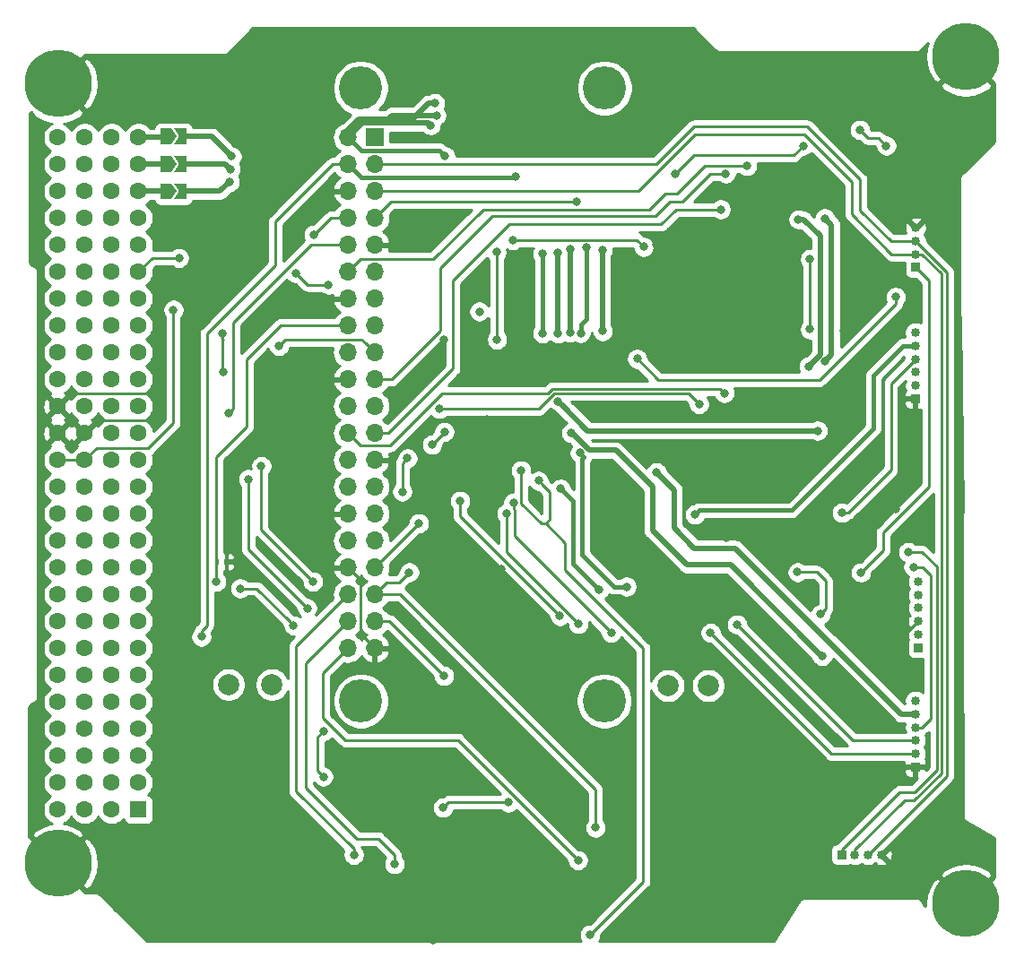
<source format=gbr>
G04 #@! TF.GenerationSoftware,KiCad,Pcbnew,(5.1.2)-2*
G04 #@! TF.CreationDate,2021-12-15T08:53:58-03:00*
G04 #@! TF.ProjectId,MAG_Plus,4d41475f-506c-4757-932e-6b696361645f,rev?*
G04 #@! TF.SameCoordinates,Original*
G04 #@! TF.FileFunction,Copper,L2,Bot*
G04 #@! TF.FilePolarity,Positive*
%FSLAX46Y46*%
G04 Gerber Fmt 4.6, Leading zero omitted, Abs format (unit mm)*
G04 Created by KiCad (PCBNEW (5.1.2)-2) date 2021-12-15 08:53:58*
%MOMM*%
%LPD*%
G04 APERTURE LIST*
%ADD10C,6.350000*%
%ADD11C,1.600000*%
%ADD12R,1.600000X1.600000*%
%ADD13C,0.850000*%
%ADD14R,0.850000X0.850000*%
%ADD15C,4.064000*%
%ADD16C,0.300000*%
%ADD17C,0.100000*%
%ADD18O,1.700000X1.700000*%
%ADD19R,1.700000X1.700000*%
%ADD20C,2.000000*%
%ADD21R,0.400000X0.600000*%
%ADD22C,0.800000*%
%ADD23C,0.250000*%
%ADD24C,0.500000*%
%ADD25C,0.400000*%
%ADD26C,0.254000*%
G04 APERTURE END LIST*
D10*
X37050000Y-122300000D03*
X37050000Y-48640000D03*
D11*
X42110000Y-53720000D03*
X44650000Y-53720000D03*
X42110000Y-56260000D03*
X44650000Y-56260000D03*
X42110000Y-58800000D03*
X44650000Y-58800000D03*
X42110000Y-61340000D03*
X44650000Y-61340000D03*
X42110000Y-63880000D03*
X44650000Y-63880000D03*
X42110000Y-66420000D03*
X44650000Y-66420000D03*
X42110000Y-68960000D03*
X44650000Y-68960000D03*
X42110000Y-71500000D03*
X44650000Y-71500000D03*
X42110000Y-74040000D03*
X44650000Y-74040000D03*
X42110000Y-76580000D03*
X44650000Y-76580000D03*
X42110000Y-79120000D03*
X44650000Y-79120000D03*
X42110000Y-81660000D03*
X44650000Y-81660000D03*
X42110000Y-84200000D03*
X44650000Y-84200000D03*
X42110000Y-86740000D03*
X44650000Y-86740000D03*
X42110000Y-89280000D03*
X44650000Y-89280000D03*
X42110000Y-91820000D03*
X44650000Y-91820000D03*
X42110000Y-94360000D03*
X44650000Y-94360000D03*
X42110000Y-96900000D03*
X44650000Y-96900000D03*
X42110000Y-99440000D03*
X44650000Y-99440000D03*
X42110000Y-101980000D03*
X44650000Y-101980000D03*
X42110000Y-104520000D03*
X44650000Y-104520000D03*
X42110000Y-107060000D03*
X44650000Y-107060000D03*
X42110000Y-109600000D03*
X44650000Y-109600000D03*
X42110000Y-112140000D03*
X44650000Y-112140000D03*
X42110000Y-114680000D03*
X44650000Y-114680000D03*
X42110000Y-117220000D03*
D12*
X44650000Y-117220000D03*
D11*
X37030000Y-53720000D03*
X39570000Y-53720000D03*
X37030000Y-56260000D03*
X39570000Y-56260000D03*
X37030000Y-58800000D03*
X39570000Y-58800000D03*
X37030000Y-61340000D03*
X39570000Y-61340000D03*
X37030000Y-63880000D03*
X39570000Y-63880000D03*
X37030000Y-66420000D03*
X39570000Y-66420000D03*
X37030000Y-68960000D03*
X39570000Y-68960000D03*
X37030000Y-71500000D03*
X39570000Y-71500000D03*
X37030000Y-74040000D03*
X39570000Y-74040000D03*
X37030000Y-76580000D03*
X39570000Y-76580000D03*
X37030000Y-79120000D03*
X39570000Y-79120000D03*
X37030000Y-81660000D03*
X39570000Y-81660000D03*
X37030000Y-84200000D03*
X39570000Y-84200000D03*
X37030000Y-86740000D03*
X39570000Y-86740000D03*
X37030000Y-89280000D03*
X39570000Y-89280000D03*
X37030000Y-91820000D03*
X39570000Y-91820000D03*
X37030000Y-94360000D03*
X39570000Y-94360000D03*
X37030000Y-96900000D03*
X39570000Y-96900000D03*
X37030000Y-99440000D03*
X39570000Y-99440000D03*
X37030000Y-101980000D03*
X39570000Y-101980000D03*
X37030000Y-104520000D03*
X39570000Y-104520000D03*
X37030000Y-107060000D03*
X39570000Y-107060000D03*
X37030000Y-109600000D03*
X39570000Y-109600000D03*
X37030000Y-112140000D03*
X39570000Y-112140000D03*
X37030000Y-114680000D03*
X39570000Y-114680000D03*
X37030000Y-117220000D03*
X39570000Y-117220000D03*
D10*
X122780000Y-126110000D03*
X122780000Y-46100000D03*
D13*
X118000000Y-72150000D03*
X118000000Y-73400000D03*
X118000000Y-74650000D03*
X118000000Y-75900000D03*
X118000000Y-77150000D03*
D14*
X118000000Y-78400000D03*
D13*
X118050000Y-62250000D03*
X118050000Y-63500000D03*
X118050000Y-64750000D03*
D14*
X118050000Y-66000000D03*
D15*
X65620000Y-49050000D03*
X65650000Y-106940000D03*
X88620000Y-106940000D03*
X88650000Y-49050000D03*
D16*
X48675000Y-58800000D03*
D17*
G36*
X49175000Y-59550000D02*
G01*
X48025000Y-59550000D01*
X48525000Y-58800000D01*
X48025000Y-58050000D01*
X49175000Y-58050000D01*
X49175000Y-59550000D01*
X49175000Y-59550000D01*
G37*
D16*
X47225000Y-58800000D03*
D17*
G36*
X48225000Y-58800000D02*
G01*
X47725000Y-59550000D01*
X46725000Y-59550000D01*
X46725000Y-58050000D01*
X47725000Y-58050000D01*
X48225000Y-58800000D01*
X48225000Y-58800000D01*
G37*
D16*
X47225000Y-56200000D03*
D17*
G36*
X48225000Y-56200000D02*
G01*
X47725000Y-56950000D01*
X46725000Y-56950000D01*
X46725000Y-55450000D01*
X47725000Y-55450000D01*
X48225000Y-56200000D01*
X48225000Y-56200000D01*
G37*
D16*
X48675000Y-56200000D03*
D17*
G36*
X49175000Y-56950000D02*
G01*
X48025000Y-56950000D01*
X48525000Y-56200000D01*
X48025000Y-55450000D01*
X49175000Y-55450000D01*
X49175000Y-56950000D01*
X49175000Y-56950000D01*
G37*
D16*
X48675000Y-53600000D03*
D17*
G36*
X49175000Y-54350000D02*
G01*
X48025000Y-54350000D01*
X48525000Y-53600000D01*
X48025000Y-52850000D01*
X49175000Y-52850000D01*
X49175000Y-54350000D01*
X49175000Y-54350000D01*
G37*
D16*
X47225000Y-53600000D03*
D17*
G36*
X48225000Y-53600000D02*
G01*
X47725000Y-54350000D01*
X46725000Y-54350000D01*
X46725000Y-52850000D01*
X47725000Y-52850000D01*
X48225000Y-53600000D01*
X48225000Y-53600000D01*
G37*
D18*
X64410000Y-101960000D03*
X66950000Y-101960000D03*
X64410000Y-99420000D03*
X66950000Y-99420000D03*
X64410000Y-96880000D03*
X66950000Y-96880000D03*
X64410000Y-94340000D03*
X66950000Y-94340000D03*
X64410000Y-91800000D03*
X66950000Y-91800000D03*
X64410000Y-89260000D03*
X66950000Y-89260000D03*
X64410000Y-86720000D03*
X66950000Y-86720000D03*
X64410000Y-84180000D03*
X66950000Y-84180000D03*
X64410000Y-81640000D03*
X66950000Y-81640000D03*
X64410000Y-79100000D03*
X66950000Y-79100000D03*
X64410000Y-76560000D03*
X66950000Y-76560000D03*
X64410000Y-74020000D03*
X66950000Y-74020000D03*
X64410000Y-71480000D03*
X66950000Y-71480000D03*
X64410000Y-68940000D03*
X66950000Y-68940000D03*
X64410000Y-66400000D03*
X66950000Y-66400000D03*
X64410000Y-63860000D03*
X66950000Y-63860000D03*
X64410000Y-61320000D03*
X66950000Y-61320000D03*
X64410000Y-58780000D03*
X66950000Y-58780000D03*
X64410000Y-56240000D03*
X66950000Y-56240000D03*
X64410000Y-53700000D03*
D19*
X66950000Y-53700000D03*
D20*
X94650000Y-105500000D03*
X98450000Y-105500000D03*
X53150000Y-105400000D03*
X57250000Y-105400000D03*
D13*
X114800000Y-121480000D03*
X113550000Y-121480000D03*
X112300000Y-121480000D03*
D14*
X111050000Y-121480000D03*
D13*
X118280000Y-95670000D03*
X118280000Y-96920000D03*
X118280000Y-98170000D03*
X118280000Y-99420000D03*
X118280000Y-100670000D03*
D14*
X118280000Y-101920000D03*
D21*
X52050000Y-93800000D03*
X52950000Y-93800000D03*
D13*
X118000000Y-106950000D03*
X118000000Y-108200000D03*
X118000000Y-109450000D03*
X118000000Y-110700000D03*
X118000000Y-111950000D03*
D14*
X118000000Y-113200000D03*
D22*
X76840000Y-70160000D03*
X53450000Y-55500000D03*
X53350000Y-56700000D03*
X53250000Y-57900000D03*
X85390000Y-64250000D03*
X72775000Y-51635000D03*
X50594999Y-100874999D03*
X72220000Y-52560000D03*
X108780001Y-81419999D03*
X73599998Y-55484990D03*
X84265000Y-64605000D03*
X109200000Y-102700000D03*
X82800000Y-64700000D03*
X80275000Y-57450000D03*
X86925000Y-64125000D03*
X88160001Y-96430000D03*
X90730000Y-96150000D03*
X84500000Y-86900000D03*
X82800000Y-72220000D03*
X84260006Y-72230000D03*
X85390000Y-72120000D03*
X84260006Y-78629994D03*
X86400000Y-72200000D03*
X86314990Y-83521960D03*
X85520002Y-81640002D03*
X88460000Y-64330000D03*
X72620000Y-50470000D03*
X88470000Y-72010000D03*
X87290000Y-129020000D03*
X92340000Y-64050000D03*
X57912000Y-73406000D03*
X78449998Y-64550002D03*
X80000000Y-63400000D03*
X78500000Y-72800000D03*
X82420000Y-86150000D03*
X80770000Y-85160000D03*
X48475000Y-65100000D03*
X47950000Y-70000000D03*
X54245000Y-96315000D03*
X59300000Y-99810000D03*
X59510000Y-66530000D03*
X62585010Y-67620000D03*
X52610000Y-72200000D03*
X52620000Y-75904000D03*
X71040000Y-76850000D03*
X58650000Y-49960000D03*
X58650000Y-56170000D03*
X94430000Y-68300000D03*
X93540000Y-63810000D03*
X111210000Y-71960000D03*
X86694268Y-117281045D03*
X86650000Y-115725000D03*
X74397489Y-129075000D03*
X72470000Y-129510000D03*
X55890000Y-60180000D03*
X71320000Y-116260000D03*
X66780000Y-114650000D03*
X68030000Y-117080000D03*
X82300000Y-115900000D03*
X82160000Y-112120000D03*
X83440000Y-107550000D03*
X76140000Y-107710000D03*
X80310000Y-103540000D03*
X81670000Y-99350000D03*
X73760000Y-96400000D03*
X79720000Y-84450000D03*
X75990000Y-72800000D03*
X79600000Y-48100000D03*
X106030000Y-46950000D03*
X113550000Y-70310000D03*
X113500000Y-73550000D03*
X115700000Y-104300000D03*
X120170000Y-119070000D03*
X115050000Y-124300000D03*
X107340000Y-121540000D03*
X56530000Y-81620000D03*
X55118000Y-71628000D03*
X55770000Y-46150000D03*
X49160000Y-114430000D03*
X43690000Y-121200000D03*
X64500000Y-114100000D03*
X47518795Y-62284990D03*
X107800000Y-103800000D03*
X48200000Y-93200000D03*
X71500000Y-61900000D03*
X111300000Y-63700000D03*
X116172340Y-88802340D03*
X99400000Y-86700000D03*
X100170000Y-91530000D03*
X101690000Y-105360000D03*
X93640000Y-107950000D03*
X81900000Y-87800000D03*
X73410000Y-87710002D03*
X75830000Y-86970000D03*
X78937340Y-94452660D03*
X116010000Y-102800000D03*
X87910000Y-87780000D03*
X77582340Y-80315010D03*
X79440000Y-81070000D03*
X73480000Y-72800000D03*
X91610000Y-67060000D03*
X62140000Y-109790000D03*
X62100000Y-114099998D03*
X79570000Y-116530000D03*
X73410000Y-117020000D03*
X108050000Y-65220000D03*
X108050002Y-71830010D03*
X107940000Y-75330000D03*
X106960000Y-61450000D03*
X109460000Y-61360000D03*
X109470000Y-74850000D03*
X95302340Y-57192340D03*
X107400000Y-54500000D03*
X115250000Y-54500000D03*
X112750000Y-53000000D03*
X91740000Y-74620000D03*
X116140000Y-68780000D03*
X117330000Y-92890000D03*
X112870000Y-94810000D03*
X111060000Y-89160000D03*
X72360000Y-82740000D03*
X73530000Y-81530000D03*
X69560000Y-87170000D03*
X70040000Y-84020000D03*
X75020000Y-88040000D03*
X106870000Y-94780000D03*
X109050000Y-98760000D03*
X84434840Y-98935160D03*
X117810000Y-94290000D03*
X61200000Y-62900000D03*
X53180000Y-79730000D03*
X56250000Y-84760000D03*
X61100000Y-95660000D03*
X55020002Y-86000000D03*
X60580000Y-98180000D03*
X73500000Y-104580000D03*
X52000000Y-95670000D03*
X100098857Y-57128857D03*
X97580000Y-78910000D03*
X73049844Y-79350165D03*
X99620000Y-60510000D03*
X99970000Y-77860000D03*
X68820000Y-122370000D03*
X87800000Y-118910000D03*
X70215536Y-94789770D03*
X86150000Y-122000000D03*
X64990000Y-121490000D03*
X86040000Y-59770000D03*
X102100000Y-56400000D03*
X97190000Y-89340000D03*
X93550000Y-85370000D03*
X71120000Y-90160000D03*
X98660000Y-100510000D03*
X89280000Y-100510000D03*
X80044990Y-88224139D03*
X79400000Y-89250000D03*
X101150000Y-99720000D03*
X86180000Y-99675010D03*
D23*
X46825000Y-58800000D02*
X47225000Y-59200000D01*
D24*
X44650000Y-58800000D02*
X46825000Y-58800000D01*
X48675000Y-53600000D02*
X51550000Y-53600000D01*
X51550000Y-53600000D02*
X53450000Y-55500000D01*
X48675000Y-56200000D02*
X52850000Y-56200000D01*
X52850000Y-56200000D02*
X53350000Y-56700000D01*
X48675000Y-58800000D02*
X52350000Y-58800000D01*
X52350000Y-58800000D02*
X53250000Y-57900000D01*
D23*
X47085000Y-56260000D02*
X47225000Y-56400000D01*
D24*
X44650000Y-56260000D02*
X47085000Y-56260000D01*
D23*
X47105000Y-53720000D02*
X47225000Y-53600000D01*
D24*
X44650000Y-53720000D02*
X47105000Y-53720000D01*
D23*
X64410000Y-56240000D02*
X62980000Y-56240000D01*
X57560000Y-61660000D02*
X57560000Y-65780000D01*
X62980000Y-56240000D02*
X57560000Y-61660000D01*
X51100000Y-99804313D02*
X51100000Y-72240000D01*
X50594999Y-100874999D02*
X50594999Y-100309314D01*
X50594999Y-100309314D02*
X51100000Y-99804313D01*
X51100000Y-72240000D02*
X57560000Y-65780000D01*
D24*
X72020000Y-52360000D02*
X72220000Y-52560000D01*
X64410000Y-53700000D02*
X65750000Y-52360000D01*
X65750000Y-52360000D02*
X72020000Y-52360000D01*
D23*
X109200000Y-102700000D02*
X109150000Y-102700000D01*
D25*
X80215000Y-57510000D02*
X80275000Y-57450000D01*
X64410000Y-56240000D02*
X65680000Y-57510000D01*
X65680000Y-57510000D02*
X80215000Y-57510000D01*
X73199999Y-55084991D02*
X73599998Y-55484990D01*
X73085008Y-54970000D02*
X73199999Y-55084991D01*
X64410000Y-53700000D02*
X65680000Y-54970000D01*
X65680000Y-54970000D02*
X73085008Y-54970000D01*
D24*
X68555000Y-51635000D02*
X72775000Y-51635000D01*
D23*
X68550000Y-51630000D02*
X68555000Y-51635000D01*
D24*
X68220000Y-51960000D02*
X68550000Y-51630000D01*
X65480000Y-51960000D02*
X68220000Y-51960000D01*
D23*
X64410000Y-53700000D02*
X64410000Y-53030000D01*
D24*
X64410000Y-53030000D02*
X65480000Y-51960000D01*
D25*
X84899999Y-87299999D02*
X84500000Y-86900000D01*
X85700000Y-88100000D02*
X84899999Y-87299999D01*
X88160001Y-96430000D02*
X85700000Y-93969999D01*
X85700000Y-93969999D02*
X85700000Y-88100000D01*
X82800000Y-64700000D02*
X82800000Y-72220000D01*
D24*
X84265000Y-64605000D02*
X84265000Y-72225006D01*
X84265000Y-72225006D02*
X84260006Y-72230000D01*
X85390000Y-64250000D02*
X85390000Y-72120000D01*
X108780001Y-81419999D02*
X87050011Y-81419999D01*
X84660005Y-79029993D02*
X84260006Y-78629994D01*
X87050011Y-81419999D02*
X84660005Y-79029993D01*
D25*
X86400000Y-71634315D02*
X86400000Y-72200000D01*
X86400000Y-71370000D02*
X86400000Y-71634315D01*
X86925000Y-64125000D02*
X86925000Y-70845000D01*
X86925000Y-70845000D02*
X86400000Y-71370000D01*
D24*
X65490000Y-51970000D02*
X65480000Y-51960000D01*
X70554315Y-51970000D02*
X65490000Y-51970000D01*
X72620000Y-50470000D02*
X72054315Y-50470000D01*
X72054315Y-50470000D02*
X70554315Y-51970000D01*
X88460000Y-64330000D02*
X88460000Y-72000000D01*
D23*
X88460000Y-72000000D02*
X88470000Y-72010000D01*
D24*
X85550002Y-81640002D02*
X85520002Y-81640002D01*
X87170000Y-83260000D02*
X85550002Y-81640002D01*
X100550000Y-94100000D02*
X96410000Y-94100000D01*
X109150000Y-102700000D02*
X100550000Y-94100000D01*
X96410000Y-94100000D02*
X93180000Y-90870000D01*
X93180000Y-90870000D02*
X93180000Y-86730000D01*
X93180000Y-86730000D02*
X89710000Y-83260000D01*
X89710000Y-83260000D02*
X87170000Y-83260000D01*
D25*
X86714989Y-83921959D02*
X86314990Y-83521960D01*
X86560000Y-84076948D02*
X86714989Y-83921959D01*
X86560000Y-93170000D02*
X86560000Y-84076948D01*
X90730000Y-96150000D02*
X89540000Y-96150000D01*
X89540000Y-96150000D02*
X86560000Y-93170000D01*
D23*
X115750000Y-64750000D02*
X117448960Y-64750000D01*
X91850000Y-58780000D02*
X97230000Y-53400000D01*
X66950000Y-58780000D02*
X91850000Y-58780000D01*
X97230000Y-53400000D02*
X107500000Y-53400000D01*
X107500000Y-53400000D02*
X112000000Y-57900000D01*
X112000000Y-57900000D02*
X112000000Y-61000000D01*
X112000000Y-61000000D02*
X115750000Y-64750000D01*
X117448960Y-64750000D02*
X118050000Y-64750000D01*
X117150000Y-64750000D02*
X118050000Y-64750000D01*
X118651040Y-64750000D02*
X118050000Y-64750000D01*
X112300000Y-121030000D02*
X116960000Y-116370000D01*
X112300000Y-121480000D02*
X112300000Y-121030000D01*
X116960000Y-116370000D02*
X117870000Y-116370000D01*
X117870000Y-116370000D02*
X120470011Y-113769989D01*
X120470011Y-113769989D02*
X120470011Y-66568971D01*
X120470011Y-66568971D02*
X118651040Y-64750000D01*
X117400000Y-63500000D02*
X118050000Y-63500000D01*
X116900000Y-63500000D02*
X117400000Y-63500000D01*
X115700000Y-63500000D02*
X117400000Y-63500000D01*
X112800000Y-60600000D02*
X115700000Y-63500000D01*
X66980000Y-56210000D02*
X93560000Y-56210000D01*
X93560000Y-56210000D02*
X97070000Y-52700000D01*
X66950000Y-56240000D02*
X66980000Y-56210000D01*
X97070000Y-52700000D02*
X107800000Y-52700000D01*
X107800000Y-52700000D02*
X112800000Y-57700000D01*
X112800000Y-57700000D02*
X112800000Y-60600000D01*
X113550000Y-121300000D02*
X113550000Y-121400000D01*
X118474999Y-63924999D02*
X118050000Y-63500000D01*
X120980000Y-66430000D02*
X118474999Y-63924999D01*
X113550000Y-121480000D02*
X120980000Y-114050000D01*
X120980000Y-114050000D02*
X120980000Y-66430000D01*
X66100001Y-73170001D02*
X66950000Y-74020000D01*
X65730000Y-72800000D02*
X66100001Y-73170001D01*
X57912000Y-73406000D02*
X58518000Y-72800000D01*
X58518000Y-72800000D02*
X65730000Y-72800000D01*
X92340000Y-64050000D02*
X91690000Y-63400000D01*
X80565685Y-63400000D02*
X80000000Y-63400000D01*
X91690000Y-63400000D02*
X80565685Y-63400000D01*
X78449998Y-64550002D02*
X78449998Y-72749998D01*
X78449998Y-72749998D02*
X78500000Y-72800000D01*
X92310000Y-124000000D02*
X87290000Y-129020000D01*
X92310000Y-101970000D02*
X92310000Y-124000000D01*
X84900000Y-94560000D02*
X92310000Y-101970000D01*
X83100000Y-90200000D02*
X84900000Y-92000000D01*
X84900000Y-92000000D02*
X84900000Y-94560000D01*
X80770000Y-85725685D02*
X80770000Y-85160000D01*
X80770000Y-88300000D02*
X80770000Y-85725685D01*
X83100000Y-90200000D02*
X82670000Y-90200000D01*
X82670000Y-90200000D02*
X80770000Y-88300000D01*
X82819999Y-86549999D02*
X82420000Y-86150000D01*
X83510000Y-87240000D02*
X82819999Y-86549999D01*
X83100000Y-90200000D02*
X83510000Y-89790000D01*
X83510000Y-89790000D02*
X83510000Y-87240000D01*
X45970000Y-65100000D02*
X44650000Y-66420000D01*
X48475000Y-65100000D02*
X45970000Y-65100000D01*
X37030000Y-84200000D02*
X39570000Y-84200000D01*
X40695001Y-83074999D02*
X45575001Y-83074999D01*
X39570000Y-84200000D02*
X40695001Y-83074999D01*
X45575001Y-83074999D02*
X47950000Y-80700000D01*
X47950000Y-80700000D02*
X47950000Y-70000000D01*
X58900001Y-99410001D02*
X59300000Y-99810000D01*
X54245000Y-96315000D02*
X55805000Y-96315000D01*
X55805000Y-96315000D02*
X58900001Y-99410001D01*
X60600000Y-67620000D02*
X62019325Y-67620000D01*
X62019325Y-67620000D02*
X62585010Y-67620000D01*
X59510000Y-66530000D02*
X60600000Y-67620000D01*
X52620000Y-72790000D02*
X52500000Y-72670000D01*
X52610000Y-75894000D02*
X52620000Y-75904000D01*
X52610000Y-72200000D02*
X52610000Y-75894000D01*
X65259999Y-95189999D02*
X64410000Y-94340000D01*
X65585001Y-95515001D02*
X65259999Y-95189999D01*
X65585001Y-100595001D02*
X65585001Y-95515001D01*
X66950000Y-101960000D02*
X65585001Y-100595001D01*
X58650000Y-49960000D02*
X58650000Y-56170000D01*
X94430000Y-68300000D02*
X93660000Y-69070000D01*
X93660000Y-69070000D02*
X92330000Y-69070000D01*
X92330000Y-69070000D02*
X91610000Y-68350000D01*
X91610000Y-68350000D02*
X91610000Y-67060000D01*
X91610000Y-67060000D02*
X91610000Y-67050000D01*
X91610000Y-67050000D02*
X93540000Y-65120000D01*
X93540000Y-65120000D02*
X93540000Y-63810000D01*
X86694268Y-117281045D02*
X86694268Y-115769268D01*
X86694268Y-115769268D02*
X86650000Y-115725000D01*
X73962489Y-129510000D02*
X72470000Y-129510000D01*
X74397489Y-129075000D02*
X73962489Y-129510000D01*
X71320000Y-116260000D02*
X69710000Y-114650000D01*
X69710000Y-114650000D02*
X66780000Y-114650000D01*
X45830002Y-80400000D02*
X45965001Y-80534999D01*
X39570000Y-81660000D02*
X40830000Y-80400000D01*
X40830000Y-80400000D02*
X45830002Y-80400000D01*
X45900000Y-77900000D02*
X46094999Y-77705001D01*
X37030000Y-79120000D02*
X38250000Y-77900000D01*
X38250000Y-77900000D02*
X45900000Y-77900000D01*
X49623785Y-60180000D02*
X47918794Y-61884991D01*
X47918794Y-61884991D02*
X47518795Y-62284990D01*
X55890000Y-60180000D02*
X49623785Y-60180000D01*
X111800000Y-64200000D02*
X111300000Y-63700000D01*
X111210000Y-71960000D02*
X111800000Y-71370000D01*
X111800000Y-71370000D02*
X111800000Y-64200000D01*
X118280000Y-99420000D02*
X116010000Y-101690000D01*
X116010000Y-102234315D02*
X116010000Y-102800000D01*
X116010000Y-101690000D02*
X116010000Y-102234315D01*
X91610000Y-67060000D02*
X91610000Y-67060000D01*
X61570000Y-113569998D02*
X62100000Y-114099998D01*
X62140000Y-109790000D02*
X61570000Y-110360000D01*
X61570000Y-110360000D02*
X61570000Y-113569998D01*
X79570000Y-116530000D02*
X73900000Y-116530000D01*
X73900000Y-116530000D02*
X73809999Y-116620001D01*
X73809999Y-116620001D02*
X73410000Y-117020000D01*
X108050000Y-65220000D02*
X108050000Y-71830008D01*
X108050000Y-71830008D02*
X108050002Y-71830010D01*
D24*
X107450000Y-61450000D02*
X106960000Y-61450000D01*
X109010000Y-63010000D02*
X107450000Y-61450000D01*
X107940000Y-75330000D02*
X109010000Y-74260000D01*
X109010000Y-74260000D02*
X109010000Y-63010000D01*
X110100000Y-74220000D02*
X109470000Y-74850000D01*
X110100000Y-62000000D02*
X110100000Y-74220000D01*
X109460000Y-61360000D02*
X110100000Y-62000000D01*
D23*
X106500000Y-55400000D02*
X107400000Y-54500000D01*
X95302340Y-57192340D02*
X97094680Y-55400000D01*
X97094680Y-55400000D02*
X106500000Y-55400000D01*
X113530000Y-53780000D02*
X112750000Y-53000000D01*
X114540000Y-53780000D02*
X113530000Y-53780000D01*
X115250000Y-54500000D02*
X115250000Y-54490000D01*
X115250000Y-54490000D02*
X114540000Y-53780000D01*
X91740000Y-74620000D02*
X93740000Y-76620000D01*
X116140000Y-69443002D02*
X116140000Y-69345685D01*
X108963002Y-76620000D02*
X116140000Y-69443002D01*
X93740000Y-76620000D02*
X108963002Y-76620000D01*
X116140000Y-69345685D02*
X116140000Y-68780000D01*
X111625685Y-89160000D02*
X115690000Y-85095685D01*
X111060000Y-89160000D02*
X111625685Y-89160000D01*
X115690000Y-76960000D02*
X118000000Y-74650000D01*
X115690000Y-85095685D02*
X115690000Y-76960000D01*
X72360000Y-82740000D02*
X72360000Y-82700000D01*
X72360000Y-82700000D02*
X73530000Y-81530000D01*
X69560000Y-87170000D02*
X69560000Y-84500000D01*
X69640001Y-84419999D02*
X70040000Y-84020000D01*
X69560000Y-84500000D02*
X69640001Y-84419999D01*
X109550000Y-98260000D02*
X109050000Y-98760000D01*
X109550000Y-95630000D02*
X109550000Y-98260000D01*
X106870000Y-94780000D02*
X108700000Y-94780000D01*
X108700000Y-94780000D02*
X109550000Y-95630000D01*
X84034841Y-98535161D02*
X84434840Y-98935160D01*
X84034841Y-98524841D02*
X84034841Y-98535161D01*
X75020000Y-89510000D02*
X84034841Y-98524841D01*
X75020000Y-88040000D02*
X75020000Y-89510000D01*
X118610000Y-109450000D02*
X118000000Y-109450000D01*
X119450000Y-108610000D02*
X118610000Y-109450000D01*
X119450000Y-95070000D02*
X119450000Y-108610000D01*
X117810000Y-94290000D02*
X118670000Y-94290000D01*
X118670000Y-94290000D02*
X119450000Y-95070000D01*
X114950000Y-92730000D02*
X112870000Y-94810000D01*
X114950000Y-91050000D02*
X114950000Y-92730000D01*
X119300000Y-86700000D02*
X114950000Y-91050000D01*
X118050000Y-66000000D02*
X119300000Y-67250000D01*
X119300000Y-67250000D02*
X119300000Y-86700000D01*
X117340000Y-92880000D02*
X117330000Y-92890000D01*
X118650000Y-92880000D02*
X117340000Y-92880000D01*
X111050000Y-121010000D02*
X116460022Y-115599978D01*
X111050000Y-121480000D02*
X111050000Y-121010000D01*
X116460022Y-115599978D02*
X117900022Y-115599978D01*
X117900022Y-115599978D02*
X120020000Y-113480000D01*
X120020000Y-113480000D02*
X120020000Y-94250000D01*
X120020000Y-94250000D02*
X118650000Y-92880000D01*
X62780000Y-61320000D02*
X61599999Y-62500001D01*
X64410000Y-61320000D02*
X62780000Y-61320000D01*
X61599999Y-62500001D02*
X61200000Y-62900000D01*
X60910000Y-63860000D02*
X64410000Y-63860000D01*
X53579999Y-71190001D02*
X60910000Y-63860000D01*
X53180000Y-79730000D02*
X53579999Y-79330001D01*
X53579999Y-79330001D02*
X53579999Y-71190001D01*
X60700001Y-95260001D02*
X61100000Y-95660000D01*
X56250000Y-90810000D02*
X60700001Y-95260001D01*
X56250000Y-84760000D02*
X56250000Y-90810000D01*
X55020002Y-86000000D02*
X55020002Y-92620002D01*
X55020002Y-92620002D02*
X60180001Y-97780001D01*
X60180001Y-97780001D02*
X60580000Y-98180000D01*
X66970000Y-99440000D02*
X66950000Y-99420000D01*
X73500000Y-104580000D02*
X68360000Y-99440000D01*
X68360000Y-99440000D02*
X66970000Y-99440000D01*
X52000000Y-95104315D02*
X52000000Y-95670000D01*
X52000000Y-83890000D02*
X52000000Y-95104315D01*
X54864000Y-81026000D02*
X52000000Y-83890000D01*
X54864000Y-74676000D02*
X54864000Y-76708000D01*
X58060000Y-71480000D02*
X54864000Y-74676000D01*
X64410000Y-71480000D02*
X58060000Y-71480000D01*
X54864000Y-76200000D02*
X54864000Y-76708000D01*
X54864000Y-76708000D02*
X54864000Y-81026000D01*
X99522029Y-57140000D02*
X99533172Y-57128857D01*
X98670000Y-57140000D02*
X99522029Y-57140000D01*
X95990000Y-59820000D02*
X98670000Y-57140000D01*
X94780000Y-59820000D02*
X95990000Y-59820000D01*
X66950000Y-76560000D02*
X68580000Y-76560000D01*
X73140000Y-72000000D02*
X73140000Y-66070000D01*
X99533172Y-57128857D02*
X100098857Y-57128857D01*
X73140000Y-66070000D02*
X78040000Y-61170000D01*
X68580000Y-76560000D02*
X73140000Y-72000000D01*
X78040000Y-61170000D02*
X93430000Y-61170000D01*
X93430000Y-61170000D02*
X94780000Y-59820000D01*
X82466833Y-79350165D02*
X73615529Y-79350165D01*
X83912005Y-77904993D02*
X82466833Y-79350165D01*
X96574993Y-77904993D02*
X83912005Y-77904993D01*
X97580000Y-78910000D02*
X96574993Y-77904993D01*
X73615529Y-79350165D02*
X73049844Y-79350165D01*
X68270000Y-81640000D02*
X74360000Y-75550000D01*
X66950000Y-81640000D02*
X68270000Y-81640000D01*
X95420000Y-60510000D02*
X99620000Y-60510000D01*
X74360000Y-75550000D02*
X74360000Y-67220000D01*
X74360000Y-67220000D02*
X79660000Y-61920000D01*
X79660000Y-61920000D02*
X94010000Y-61920000D01*
X94010000Y-61920000D02*
X95420000Y-60510000D01*
X99564982Y-77454982D02*
X83725605Y-77454982D01*
X99970000Y-77860000D02*
X99564982Y-77454982D01*
X65585001Y-82815001D02*
X65259999Y-82489999D01*
X83725605Y-77454982D02*
X83320587Y-77860000D01*
X65259999Y-82489999D02*
X64410000Y-81640000D01*
X83320587Y-77860000D02*
X73350000Y-77860000D01*
X73350000Y-77860000D02*
X68394999Y-82815001D01*
X68394999Y-82815001D02*
X65585001Y-82815001D01*
X68820000Y-121500000D02*
X68820000Y-122370000D01*
X67270000Y-119950000D02*
X68820000Y-121500000D01*
X65280000Y-119950000D02*
X67270000Y-119950000D01*
X60440000Y-115110000D02*
X65280000Y-119950000D01*
X64410000Y-99420000D02*
X60440000Y-103390000D01*
X60440000Y-103390000D02*
X60440000Y-115110000D01*
X69360000Y-96880000D02*
X87800000Y-115320000D01*
X66950000Y-96880000D02*
X69360000Y-96880000D01*
X87800000Y-115320000D02*
X87800000Y-118344315D01*
X87800000Y-118344315D02*
X87800000Y-118910000D01*
X70215536Y-94789770D02*
X69245306Y-95760000D01*
X68070000Y-95760000D02*
X66950000Y-96880000D01*
X69245306Y-95760000D02*
X68070000Y-95760000D01*
X74794998Y-110644998D02*
X64158002Y-110644998D01*
X63560001Y-102809999D02*
X64410000Y-101960000D01*
X62080000Y-104290000D02*
X63560001Y-102809999D01*
X64158002Y-110644998D02*
X62080000Y-108566996D01*
X62080000Y-108566996D02*
X62080000Y-104290000D01*
X86150000Y-122000000D02*
X74794998Y-110644998D01*
X64990000Y-120950000D02*
X64990000Y-121490000D01*
X59540000Y-115500000D02*
X64990000Y-120950000D01*
X64410000Y-96880000D02*
X59540000Y-101750000D01*
X59540000Y-101750000D02*
X59540000Y-115500000D01*
X66950000Y-61320000D02*
X68500000Y-59770000D01*
X68500000Y-59770000D02*
X86040000Y-59770000D01*
X92900000Y-60500000D02*
X77200000Y-60500000D01*
X94400000Y-59000000D02*
X92900000Y-60500000D01*
X72475001Y-65224999D02*
X65585001Y-65224999D01*
X95500000Y-59000000D02*
X94400000Y-59000000D01*
X77200000Y-60500000D02*
X72475001Y-65224999D01*
X65585001Y-65224999D02*
X65259999Y-65550001D01*
X65259999Y-65550001D02*
X64410000Y-66400000D01*
X95500000Y-59000000D02*
X98000000Y-56500000D01*
X98000000Y-56500000D02*
X98100000Y-56400000D01*
X98100000Y-56400000D02*
X102100000Y-56400000D01*
D25*
X116830000Y-73400000D02*
X118000000Y-73400000D01*
X114050000Y-76180000D02*
X116830000Y-73400000D01*
X114050000Y-81200000D02*
X114050000Y-76180000D01*
X106309999Y-88940001D02*
X114050000Y-81200000D01*
X97190000Y-89340000D02*
X97589999Y-88940001D01*
X97589999Y-88940001D02*
X106309999Y-88940001D01*
D24*
X116690000Y-108200000D02*
X118000000Y-108200000D01*
X101030000Y-92540000D02*
X116690000Y-108200000D01*
X97140000Y-92540000D02*
X101030000Y-92540000D01*
X95240000Y-90640000D02*
X97140000Y-92540000D01*
X93550000Y-85370000D02*
X95240000Y-87060000D01*
X95240000Y-87060000D02*
X95240000Y-90640000D01*
D23*
X71120000Y-90170000D02*
X71120000Y-90160000D01*
X66950000Y-94340000D02*
X71120000Y-90170000D01*
X80135702Y-88880536D02*
X80044990Y-88789824D01*
X80044990Y-88789824D02*
X80044990Y-88224139D01*
X80135702Y-91365702D02*
X80135702Y-88880536D01*
X89280000Y-100510000D02*
X80135702Y-91365702D01*
X110100000Y-111950000D02*
X98660000Y-100510000D01*
X118000000Y-111950000D02*
X110100000Y-111950000D01*
X112130000Y-110700000D02*
X118000000Y-110700000D01*
X101150000Y-99720000D02*
X112130000Y-110700000D01*
X79400000Y-92875000D02*
X85780001Y-99255001D01*
X85780001Y-99255001D02*
X85780001Y-99275011D01*
X79400000Y-89250000D02*
X79400000Y-92875000D01*
X85780001Y-99275011D02*
X86180000Y-99675010D01*
D26*
G36*
X99060388Y-45443769D02*
G01*
X99081052Y-45468948D01*
X99106231Y-45489612D01*
X99106233Y-45489614D01*
X99108356Y-45491356D01*
X99181550Y-45551425D01*
X99296207Y-45612710D01*
X99420617Y-45650450D01*
X99517581Y-45660000D01*
X99517588Y-45660000D01*
X99550000Y-45663192D01*
X99582412Y-45660000D01*
X117997591Y-45660000D01*
X118030000Y-45663192D01*
X118062409Y-45660000D01*
X118062419Y-45660000D01*
X118159383Y-45650450D01*
X118283793Y-45612710D01*
X118398450Y-45551425D01*
X118498948Y-45468948D01*
X118519616Y-45443764D01*
X119207945Y-44755435D01*
X119029745Y-45330253D01*
X118951635Y-46076682D01*
X119020647Y-46824007D01*
X119234129Y-47543508D01*
X119583877Y-48207537D01*
X119609787Y-48246314D01*
X120096893Y-48603502D01*
X122600395Y-46100000D01*
X122586253Y-46085858D01*
X122765858Y-45906253D01*
X122780000Y-45920395D01*
X122794143Y-45906253D01*
X122973748Y-46085858D01*
X122959605Y-46100000D01*
X125463107Y-48603502D01*
X125500000Y-48576449D01*
X125500001Y-54106618D01*
X122672712Y-56933908D01*
X122627367Y-56947663D01*
X122499680Y-57015913D01*
X122387762Y-57107763D01*
X122295913Y-57219681D01*
X122227663Y-57347368D01*
X122185635Y-57485916D01*
X122175000Y-57593896D01*
X122175001Y-70416105D01*
X122185636Y-70524085D01*
X122227664Y-70662633D01*
X122253771Y-70711475D01*
X122466303Y-89182494D01*
X122447663Y-89217368D01*
X122405635Y-89355916D01*
X122395000Y-89463896D01*
X122395001Y-107826105D01*
X122405636Y-107934085D01*
X122447664Y-108072633D01*
X122470001Y-108114423D01*
X122470000Y-117779186D01*
X122468221Y-117833271D01*
X122475290Y-117876128D01*
X122479550Y-117919382D01*
X122485849Y-117940148D01*
X122489379Y-117961547D01*
X122504676Y-118002210D01*
X122517290Y-118043792D01*
X122527516Y-118062923D01*
X122535155Y-118083230D01*
X122558093Y-118120129D01*
X122578575Y-118158449D01*
X122592341Y-118175222D01*
X122603792Y-118193644D01*
X122633483Y-118225355D01*
X122661052Y-118258948D01*
X122677824Y-118272713D01*
X122692649Y-118288546D01*
X122727957Y-118313856D01*
X122761550Y-118341425D01*
X122809306Y-118366951D01*
X125500000Y-119920983D01*
X125499992Y-123633545D01*
X125463107Y-123606498D01*
X122959605Y-126110000D01*
X122973748Y-126124143D01*
X122794143Y-126303748D01*
X122780000Y-126289605D01*
X122765858Y-126303748D01*
X122586253Y-126124143D01*
X122600395Y-126110000D01*
X120096893Y-123606498D01*
X119609787Y-123963686D01*
X119251976Y-124623405D01*
X119029745Y-125340253D01*
X118951635Y-126086682D01*
X118971126Y-126297746D01*
X118726092Y-126052712D01*
X118712337Y-126007367D01*
X118644087Y-125879680D01*
X118552238Y-125767762D01*
X118440320Y-125675913D01*
X118312633Y-125607663D01*
X118174085Y-125565635D01*
X118066105Y-125555000D01*
X107664077Y-125555000D01*
X107615894Y-125551838D01*
X107556029Y-125559714D01*
X107495915Y-125565635D01*
X107484339Y-125569146D01*
X107472349Y-125570724D01*
X107415167Y-125590130D01*
X107357367Y-125607663D01*
X107346699Y-125613365D01*
X107335246Y-125617252D01*
X107282946Y-125647442D01*
X107229680Y-125675913D01*
X107220330Y-125683586D01*
X107209855Y-125689633D01*
X107164443Y-125729452D01*
X107117762Y-125767762D01*
X107110090Y-125777110D01*
X107100994Y-125785086D01*
X107064223Y-125833000D01*
X107025913Y-125879680D01*
X107003147Y-125922271D01*
X104681573Y-129655000D01*
X88110490Y-129655000D01*
X88207205Y-129510256D01*
X88285226Y-129321898D01*
X88325000Y-129121939D01*
X88325000Y-129059801D01*
X92821003Y-124563799D01*
X92850001Y-124540001D01*
X92926888Y-124446314D01*
X92944974Y-124424277D01*
X93015546Y-124292247D01*
X93015669Y-124291841D01*
X93059003Y-124148986D01*
X93070000Y-124037333D01*
X93070000Y-124037324D01*
X93073676Y-124000001D01*
X93070000Y-123962678D01*
X93070000Y-123426893D01*
X120276498Y-123426893D01*
X122780000Y-125930395D01*
X125283502Y-123426893D01*
X124926314Y-122939787D01*
X124266595Y-122581976D01*
X123549747Y-122359745D01*
X122803318Y-122281635D01*
X122055993Y-122350647D01*
X121336492Y-122564129D01*
X120672463Y-122913877D01*
X120633686Y-122939787D01*
X120276498Y-123426893D01*
X93070000Y-123426893D01*
X93070000Y-113625000D01*
X116936928Y-113625000D01*
X116949188Y-113749482D01*
X116985498Y-113869180D01*
X117044463Y-113979494D01*
X117123815Y-114076185D01*
X117220506Y-114155537D01*
X117330820Y-114214502D01*
X117450518Y-114250812D01*
X117575000Y-114263072D01*
X117714250Y-114260000D01*
X117873000Y-114101250D01*
X117873000Y-113327000D01*
X117098750Y-113327000D01*
X116940000Y-113485750D01*
X116936928Y-113625000D01*
X93070000Y-113625000D01*
X93070000Y-105937538D01*
X93077832Y-105976912D01*
X93201082Y-106274463D01*
X93380013Y-106542252D01*
X93607748Y-106769987D01*
X93875537Y-106948918D01*
X94173088Y-107072168D01*
X94488967Y-107135000D01*
X94811033Y-107135000D01*
X95126912Y-107072168D01*
X95424463Y-106948918D01*
X95692252Y-106769987D01*
X95919987Y-106542252D01*
X96098918Y-106274463D01*
X96222168Y-105976912D01*
X96285000Y-105661033D01*
X96285000Y-105338967D01*
X96815000Y-105338967D01*
X96815000Y-105661033D01*
X96877832Y-105976912D01*
X97001082Y-106274463D01*
X97180013Y-106542252D01*
X97407748Y-106769987D01*
X97675537Y-106948918D01*
X97973088Y-107072168D01*
X98288967Y-107135000D01*
X98611033Y-107135000D01*
X98926912Y-107072168D01*
X99224463Y-106948918D01*
X99492252Y-106769987D01*
X99719987Y-106542252D01*
X99898918Y-106274463D01*
X100022168Y-105976912D01*
X100085000Y-105661033D01*
X100085000Y-105338967D01*
X100022168Y-105023088D01*
X99898918Y-104725537D01*
X99719987Y-104457748D01*
X99492252Y-104230013D01*
X99224463Y-104051082D01*
X98926912Y-103927832D01*
X98611033Y-103865000D01*
X98288967Y-103865000D01*
X97973088Y-103927832D01*
X97675537Y-104051082D01*
X97407748Y-104230013D01*
X97180013Y-104457748D01*
X97001082Y-104725537D01*
X96877832Y-105023088D01*
X96815000Y-105338967D01*
X96285000Y-105338967D01*
X96222168Y-105023088D01*
X96098918Y-104725537D01*
X95919987Y-104457748D01*
X95692252Y-104230013D01*
X95424463Y-104051082D01*
X95126912Y-103927832D01*
X94811033Y-103865000D01*
X94488967Y-103865000D01*
X94173088Y-103927832D01*
X93875537Y-104051082D01*
X93607748Y-104230013D01*
X93380013Y-104457748D01*
X93201082Y-104725537D01*
X93077832Y-105023088D01*
X93070000Y-105062462D01*
X93070000Y-102007322D01*
X93073676Y-101969999D01*
X93070000Y-101932676D01*
X93070000Y-101932667D01*
X93059003Y-101821014D01*
X93015546Y-101677753D01*
X92944974Y-101545724D01*
X92901997Y-101493356D01*
X92873799Y-101458996D01*
X92873795Y-101458992D01*
X92850001Y-101429999D01*
X92821009Y-101406206D01*
X88717246Y-97302444D01*
X88819775Y-97233937D01*
X88963938Y-97089774D01*
X89077206Y-96920256D01*
X89101226Y-96862267D01*
X89218913Y-96925172D01*
X89376311Y-96972918D01*
X89498981Y-96985000D01*
X89498991Y-96985000D01*
X89539999Y-96989039D01*
X89581007Y-96985000D01*
X90116715Y-96985000D01*
X90239744Y-97067205D01*
X90428102Y-97145226D01*
X90628061Y-97185000D01*
X90831939Y-97185000D01*
X91031898Y-97145226D01*
X91220256Y-97067205D01*
X91389774Y-96953937D01*
X91533937Y-96809774D01*
X91647205Y-96640256D01*
X91725226Y-96451898D01*
X91765000Y-96251939D01*
X91765000Y-96048061D01*
X91725226Y-95848102D01*
X91647205Y-95659744D01*
X91533937Y-95490226D01*
X91389774Y-95346063D01*
X91220256Y-95232795D01*
X91031898Y-95154774D01*
X90831939Y-95115000D01*
X90628061Y-95115000D01*
X90428102Y-95154774D01*
X90239744Y-95232795D01*
X90116715Y-95315000D01*
X89885868Y-95315000D01*
X87395000Y-92824133D01*
X87395000Y-84409580D01*
X87412625Y-84388104D01*
X87490161Y-84243045D01*
X87519903Y-84145000D01*
X89343422Y-84145000D01*
X92295001Y-87096580D01*
X92295000Y-90826531D01*
X92290719Y-90870000D01*
X92295000Y-90913469D01*
X92295000Y-90913476D01*
X92306212Y-91027314D01*
X92307805Y-91043490D01*
X92318033Y-91077205D01*
X92358411Y-91210312D01*
X92440589Y-91364058D01*
X92551183Y-91498817D01*
X92584956Y-91526534D01*
X95753470Y-94695049D01*
X95781183Y-94728817D01*
X95814951Y-94756530D01*
X95814953Y-94756532D01*
X95843549Y-94780000D01*
X95915941Y-94839411D01*
X96069687Y-94921589D01*
X96236510Y-94972195D01*
X96366523Y-94985000D01*
X96366531Y-94985000D01*
X96410000Y-94989281D01*
X96453469Y-94985000D01*
X100183422Y-94985000D01*
X108207924Y-103009503D01*
X108282795Y-103190256D01*
X108396063Y-103359774D01*
X108540226Y-103503937D01*
X108709744Y-103617205D01*
X108898102Y-103695226D01*
X109098061Y-103735000D01*
X109301939Y-103735000D01*
X109501898Y-103695226D01*
X109690256Y-103617205D01*
X109859774Y-103503937D01*
X110003937Y-103359774D01*
X110117205Y-103190256D01*
X110195226Y-103001898D01*
X110202707Y-102964286D01*
X116033470Y-108795049D01*
X116061183Y-108828817D01*
X116094951Y-108856530D01*
X116094953Y-108856532D01*
X116118323Y-108875711D01*
X116195941Y-108939411D01*
X116349687Y-109021589D01*
X116516510Y-109072195D01*
X116646523Y-109085000D01*
X116646533Y-109085000D01*
X116689999Y-109089281D01*
X116733465Y-109085000D01*
X117003852Y-109085000D01*
X116980735Y-109140809D01*
X116940000Y-109345599D01*
X116940000Y-109554401D01*
X116980735Y-109759191D01*
X117055629Y-109940000D01*
X112444802Y-109940000D01*
X102185000Y-99680199D01*
X102185000Y-99618061D01*
X102145226Y-99418102D01*
X102067205Y-99229744D01*
X101953937Y-99060226D01*
X101809774Y-98916063D01*
X101640256Y-98802795D01*
X101451898Y-98724774D01*
X101251939Y-98685000D01*
X101048061Y-98685000D01*
X100848102Y-98724774D01*
X100659744Y-98802795D01*
X100490226Y-98916063D01*
X100346063Y-99060226D01*
X100232795Y-99229744D01*
X100154774Y-99418102D01*
X100115000Y-99618061D01*
X100115000Y-99821939D01*
X100154774Y-100021898D01*
X100232795Y-100210256D01*
X100346063Y-100379774D01*
X100490226Y-100523937D01*
X100659744Y-100637205D01*
X100848102Y-100715226D01*
X101048061Y-100755000D01*
X101110199Y-100755000D01*
X111545198Y-111190000D01*
X110414802Y-111190000D01*
X99695000Y-100470199D01*
X99695000Y-100408061D01*
X99655226Y-100208102D01*
X99577205Y-100019744D01*
X99463937Y-99850226D01*
X99319774Y-99706063D01*
X99150256Y-99592795D01*
X98961898Y-99514774D01*
X98761939Y-99475000D01*
X98558061Y-99475000D01*
X98358102Y-99514774D01*
X98169744Y-99592795D01*
X98000226Y-99706063D01*
X97856063Y-99850226D01*
X97742795Y-100019744D01*
X97664774Y-100208102D01*
X97625000Y-100408061D01*
X97625000Y-100611939D01*
X97664774Y-100811898D01*
X97742795Y-101000256D01*
X97856063Y-101169774D01*
X98000226Y-101313937D01*
X98169744Y-101427205D01*
X98358102Y-101505226D01*
X98558061Y-101545000D01*
X98620199Y-101545000D01*
X109536201Y-112461003D01*
X109559999Y-112490001D01*
X109588997Y-112513799D01*
X109675723Y-112584974D01*
X109751936Y-112625711D01*
X109807753Y-112655546D01*
X109951014Y-112699003D01*
X110062667Y-112710000D01*
X110062676Y-112710000D01*
X110099999Y-112713676D01*
X110137322Y-112710000D01*
X116943330Y-112710000D01*
X116936928Y-112775000D01*
X116940000Y-112914250D01*
X117098750Y-113073000D01*
X117873000Y-113073000D01*
X117873000Y-113053000D01*
X118127000Y-113053000D01*
X118127000Y-113073000D01*
X118901250Y-113073000D01*
X119060000Y-112914250D01*
X119063072Y-112775000D01*
X119050812Y-112650518D01*
X119014502Y-112530820D01*
X118955537Y-112420506D01*
X118953483Y-112418003D01*
X119019265Y-112259191D01*
X119060000Y-112054401D01*
X119060000Y-111845599D01*
X119019265Y-111640809D01*
X118939360Y-111447902D01*
X118857240Y-111325000D01*
X118939360Y-111202098D01*
X119019265Y-111009191D01*
X119060000Y-110804401D01*
X119060000Y-110595599D01*
X119019265Y-110390809D01*
X118939360Y-110197902D01*
X118908740Y-110152075D01*
X119034276Y-110084974D01*
X119150001Y-109990001D01*
X119173803Y-109960998D01*
X119260000Y-109874801D01*
X119260000Y-113165198D01*
X118999724Y-113425474D01*
X118901250Y-113327000D01*
X118127000Y-113327000D01*
X118127000Y-114101250D01*
X118225474Y-114199724D01*
X117585221Y-114839978D01*
X116497344Y-114839978D01*
X116460021Y-114836302D01*
X116422698Y-114839978D01*
X116422689Y-114839978D01*
X116311036Y-114850975D01*
X116167775Y-114894432D01*
X116035746Y-114965004D01*
X116035744Y-114965005D01*
X116035745Y-114965005D01*
X115949018Y-115036179D01*
X115949014Y-115036183D01*
X115920021Y-115059977D01*
X115896227Y-115088970D01*
X110562073Y-120423126D01*
X110500518Y-120429188D01*
X110380820Y-120465498D01*
X110270506Y-120524463D01*
X110173815Y-120603815D01*
X110094463Y-120700506D01*
X110035498Y-120810820D01*
X109999188Y-120930518D01*
X109986928Y-121055000D01*
X109986928Y-121905000D01*
X109999188Y-122029482D01*
X110035498Y-122149180D01*
X110094463Y-122259494D01*
X110173815Y-122356185D01*
X110270506Y-122435537D01*
X110380820Y-122494502D01*
X110500518Y-122530812D01*
X110625000Y-122543072D01*
X111475000Y-122543072D01*
X111599482Y-122530812D01*
X111719180Y-122494502D01*
X111829494Y-122435537D01*
X111831997Y-122433483D01*
X111990809Y-122499265D01*
X112195599Y-122540000D01*
X112404401Y-122540000D01*
X112609191Y-122499265D01*
X112802098Y-122419360D01*
X112925000Y-122337240D01*
X113047902Y-122419360D01*
X113240809Y-122499265D01*
X113445599Y-122540000D01*
X113654401Y-122540000D01*
X113859191Y-122499265D01*
X114052098Y-122419360D01*
X114225711Y-122303356D01*
X114262989Y-122266078D01*
X114281144Y-122410210D01*
X114472588Y-122493560D01*
X114676616Y-122537959D01*
X114885384Y-122541702D01*
X115090870Y-122504644D01*
X115285179Y-122428210D01*
X115318856Y-122410210D01*
X115344781Y-122204386D01*
X114800000Y-121659605D01*
X114785858Y-121673748D01*
X114610000Y-121497890D01*
X114610000Y-121494801D01*
X114624801Y-121480000D01*
X114979605Y-121480000D01*
X115524386Y-122024781D01*
X115730210Y-121998856D01*
X115813560Y-121807412D01*
X115857959Y-121603384D01*
X115861702Y-121394616D01*
X115824644Y-121189130D01*
X115748210Y-120994821D01*
X115730210Y-120961144D01*
X115524386Y-120935219D01*
X114979605Y-121480000D01*
X114624801Y-121480000D01*
X121491004Y-114613798D01*
X121520001Y-114590001D01*
X121614974Y-114474276D01*
X121685546Y-114342247D01*
X121729003Y-114198986D01*
X121740000Y-114087333D01*
X121740000Y-114087325D01*
X121743676Y-114050000D01*
X121740000Y-114012675D01*
X121740000Y-66467322D01*
X121743676Y-66429999D01*
X121740000Y-66392676D01*
X121740000Y-66392667D01*
X121729003Y-66281014D01*
X121685546Y-66137753D01*
X121614974Y-66005724D01*
X121589166Y-65974277D01*
X121543799Y-65918996D01*
X121543795Y-65918992D01*
X121520001Y-65889999D01*
X121491008Y-65866205D01*
X119110000Y-63485199D01*
X119110000Y-63395599D01*
X119069265Y-63190809D01*
X118989360Y-62997902D01*
X118873356Y-62824289D01*
X118836078Y-62787011D01*
X118980210Y-62768856D01*
X119063560Y-62577412D01*
X119107959Y-62373384D01*
X119111702Y-62164616D01*
X119074644Y-61959130D01*
X118998210Y-61764821D01*
X118980210Y-61731144D01*
X118774386Y-61705219D01*
X118229605Y-62250000D01*
X118243748Y-62264143D01*
X118067890Y-62440000D01*
X118060395Y-62440000D01*
X118050000Y-62429605D01*
X118039605Y-62440000D01*
X118032110Y-62440000D01*
X117856253Y-62264143D01*
X117870395Y-62250000D01*
X117325614Y-61705219D01*
X117119790Y-61731144D01*
X117036440Y-61922588D01*
X116992041Y-62126616D01*
X116988298Y-62335384D01*
X117025356Y-62540870D01*
X117101790Y-62735179D01*
X117104367Y-62740000D01*
X116014802Y-62740000D01*
X114800416Y-61525614D01*
X117505219Y-61525614D01*
X118050000Y-62070395D01*
X118594781Y-61525614D01*
X118568856Y-61319790D01*
X118377412Y-61236440D01*
X118173384Y-61192041D01*
X117964616Y-61188298D01*
X117759130Y-61225356D01*
X117564821Y-61301790D01*
X117531144Y-61319790D01*
X117505219Y-61525614D01*
X114800416Y-61525614D01*
X113560000Y-60285199D01*
X113560000Y-57737323D01*
X113563676Y-57700000D01*
X113560000Y-57662677D01*
X113560000Y-57662667D01*
X113549003Y-57551014D01*
X113505546Y-57407753D01*
X113434974Y-57275724D01*
X113340001Y-57159999D01*
X113311004Y-57136202D01*
X109072863Y-52898061D01*
X111715000Y-52898061D01*
X111715000Y-53101939D01*
X111754774Y-53301898D01*
X111832795Y-53490256D01*
X111946063Y-53659774D01*
X112090226Y-53803937D01*
X112259744Y-53917205D01*
X112448102Y-53995226D01*
X112648061Y-54035000D01*
X112710198Y-54035000D01*
X112966201Y-54291002D01*
X112989999Y-54320001D01*
X113018997Y-54343799D01*
X113105724Y-54414974D01*
X113237753Y-54485546D01*
X113381014Y-54529003D01*
X113530000Y-54543677D01*
X113567333Y-54540000D01*
X114215000Y-54540000D01*
X114215000Y-54601939D01*
X114254774Y-54801898D01*
X114332795Y-54990256D01*
X114446063Y-55159774D01*
X114590226Y-55303937D01*
X114759744Y-55417205D01*
X114948102Y-55495226D01*
X115148061Y-55535000D01*
X115351939Y-55535000D01*
X115551898Y-55495226D01*
X115740256Y-55417205D01*
X115909774Y-55303937D01*
X116053937Y-55159774D01*
X116167205Y-54990256D01*
X116245226Y-54801898D01*
X116285000Y-54601939D01*
X116285000Y-54398061D01*
X116245226Y-54198102D01*
X116167205Y-54009744D01*
X116053937Y-53840226D01*
X115909774Y-53696063D01*
X115740256Y-53582795D01*
X115551898Y-53504774D01*
X115351939Y-53465000D01*
X115299801Y-53465000D01*
X115103803Y-53269002D01*
X115080001Y-53239999D01*
X114964276Y-53145026D01*
X114832247Y-53074454D01*
X114688986Y-53030997D01*
X114577333Y-53020000D01*
X114577322Y-53020000D01*
X114540000Y-53016324D01*
X114502678Y-53020000D01*
X113844802Y-53020000D01*
X113785000Y-52960198D01*
X113785000Y-52898061D01*
X113745226Y-52698102D01*
X113667205Y-52509744D01*
X113553937Y-52340226D01*
X113409774Y-52196063D01*
X113240256Y-52082795D01*
X113051898Y-52004774D01*
X112851939Y-51965000D01*
X112648061Y-51965000D01*
X112448102Y-52004774D01*
X112259744Y-52082795D01*
X112090226Y-52196063D01*
X111946063Y-52340226D01*
X111832795Y-52509744D01*
X111754774Y-52698102D01*
X111715000Y-52898061D01*
X109072863Y-52898061D01*
X108363804Y-52189003D01*
X108340001Y-52159999D01*
X108224276Y-52065026D01*
X108092247Y-51994454D01*
X107948986Y-51950997D01*
X107837333Y-51940000D01*
X107837322Y-51940000D01*
X107800000Y-51936324D01*
X107762678Y-51940000D01*
X97107333Y-51940000D01*
X97070000Y-51936323D01*
X97032667Y-51940000D01*
X96921014Y-51950997D01*
X96777753Y-51994454D01*
X96645724Y-52065026D01*
X96529999Y-52159999D01*
X96506201Y-52188997D01*
X93245199Y-55450000D01*
X74634998Y-55450000D01*
X74634998Y-55383051D01*
X74595224Y-55183092D01*
X74517203Y-54994734D01*
X74403935Y-54825216D01*
X74259772Y-54681053D01*
X74090254Y-54567785D01*
X73901896Y-54489764D01*
X73756773Y-54460897D01*
X73704452Y-54408577D01*
X73678299Y-54376709D01*
X73551154Y-54272364D01*
X73406095Y-54194828D01*
X73248697Y-54147082D01*
X73126027Y-54135000D01*
X73126026Y-54135000D01*
X73085008Y-54130960D01*
X73043990Y-54135000D01*
X68438072Y-54135000D01*
X68438072Y-53245000D01*
X71441289Y-53245000D01*
X71560226Y-53363937D01*
X71729744Y-53477205D01*
X71918102Y-53555226D01*
X72118061Y-53595000D01*
X72321939Y-53595000D01*
X72521898Y-53555226D01*
X72710256Y-53477205D01*
X72879774Y-53363937D01*
X73023937Y-53219774D01*
X73137205Y-53050256D01*
X73215226Y-52861898D01*
X73255000Y-52661939D01*
X73255000Y-52556453D01*
X73265256Y-52552205D01*
X73434774Y-52438937D01*
X73578937Y-52294774D01*
X73692205Y-52125256D01*
X73770226Y-51936898D01*
X73810000Y-51736939D01*
X73810000Y-51533061D01*
X73770226Y-51333102D01*
X73692205Y-51144744D01*
X73578937Y-50975226D01*
X73545043Y-50941332D01*
X73615226Y-50771898D01*
X73655000Y-50571939D01*
X73655000Y-50368061D01*
X73615226Y-50168102D01*
X73537205Y-49979744D01*
X73423937Y-49810226D01*
X73279774Y-49666063D01*
X73110256Y-49552795D01*
X72921898Y-49474774D01*
X72721939Y-49435000D01*
X72518061Y-49435000D01*
X72318102Y-49474774D01*
X72129744Y-49552795D01*
X72083631Y-49583606D01*
X72054314Y-49580719D01*
X72010848Y-49585000D01*
X72010838Y-49585000D01*
X71880825Y-49597805D01*
X71714002Y-49648411D01*
X71560256Y-49730589D01*
X71560254Y-49730590D01*
X71560255Y-49730590D01*
X71459268Y-49813468D01*
X71459266Y-49813470D01*
X71425498Y-49841183D01*
X71397785Y-49874951D01*
X70522737Y-50750000D01*
X68644232Y-50750000D01*
X68549999Y-50740719D01*
X68376509Y-50757806D01*
X68209687Y-50808412D01*
X68055941Y-50890590D01*
X67954954Y-50973468D01*
X67853422Y-51075000D01*
X67366707Y-51075000D01*
X67691594Y-50750113D01*
X67983464Y-50313298D01*
X68184508Y-49827935D01*
X68287000Y-49312677D01*
X68287000Y-48787323D01*
X85983000Y-48787323D01*
X85983000Y-49312677D01*
X86085492Y-49827935D01*
X86286536Y-50313298D01*
X86578406Y-50750113D01*
X86949887Y-51121594D01*
X87386702Y-51413464D01*
X87872065Y-51614508D01*
X88387323Y-51717000D01*
X88912677Y-51717000D01*
X89427935Y-51614508D01*
X89913298Y-51413464D01*
X90350113Y-51121594D01*
X90721594Y-50750113D01*
X91013464Y-50313298D01*
X91214508Y-49827935D01*
X91317000Y-49312677D01*
X91317000Y-48787323D01*
X91316162Y-48783107D01*
X120276498Y-48783107D01*
X120633686Y-49270213D01*
X121293405Y-49628024D01*
X122010253Y-49850255D01*
X122756682Y-49928365D01*
X123504007Y-49859353D01*
X124223508Y-49645871D01*
X124887537Y-49296123D01*
X124926314Y-49270213D01*
X125283502Y-48783107D01*
X122780000Y-46279605D01*
X120276498Y-48783107D01*
X91316162Y-48783107D01*
X91214508Y-48272065D01*
X91013464Y-47786702D01*
X90721594Y-47349887D01*
X90350113Y-46978406D01*
X89913298Y-46686536D01*
X89427935Y-46485492D01*
X88912677Y-46383000D01*
X88387323Y-46383000D01*
X87872065Y-46485492D01*
X87386702Y-46686536D01*
X86949887Y-46978406D01*
X86578406Y-47349887D01*
X86286536Y-47786702D01*
X86085492Y-48272065D01*
X85983000Y-48787323D01*
X68287000Y-48787323D01*
X68184508Y-48272065D01*
X67983464Y-47786702D01*
X67691594Y-47349887D01*
X67320113Y-46978406D01*
X66883298Y-46686536D01*
X66397935Y-46485492D01*
X65882677Y-46383000D01*
X65357323Y-46383000D01*
X64842065Y-46485492D01*
X64356702Y-46686536D01*
X63919887Y-46978406D01*
X63548406Y-47349887D01*
X63256536Y-47786702D01*
X63055492Y-48272065D01*
X62953000Y-48787323D01*
X62953000Y-49312677D01*
X63055492Y-49827935D01*
X63256536Y-50313298D01*
X63548406Y-50750113D01*
X63919887Y-51121594D01*
X64356702Y-51413464D01*
X64652453Y-51535968D01*
X63879237Y-52309185D01*
X63838966Y-52321401D01*
X63580986Y-52459294D01*
X63354866Y-52644866D01*
X63169294Y-52870986D01*
X63031401Y-53128966D01*
X62946487Y-53408889D01*
X62917815Y-53700000D01*
X62946487Y-53991111D01*
X63031401Y-54271034D01*
X63169294Y-54529014D01*
X63354866Y-54755134D01*
X63580986Y-54940706D01*
X63635791Y-54970000D01*
X63580986Y-54999294D01*
X63354866Y-55184866D01*
X63169294Y-55410986D01*
X63132405Y-55480000D01*
X63017333Y-55480000D01*
X62980000Y-55476323D01*
X62942667Y-55480000D01*
X62831014Y-55490997D01*
X62687753Y-55534454D01*
X62555724Y-55605026D01*
X62439999Y-55699999D01*
X62416201Y-55728997D01*
X57049003Y-61096196D01*
X57019999Y-61119999D01*
X56978132Y-61171015D01*
X56925026Y-61235724D01*
X56879979Y-61320000D01*
X56854454Y-61367754D01*
X56810997Y-61511015D01*
X56800000Y-61622668D01*
X56800000Y-61622678D01*
X56796324Y-61660000D01*
X56800000Y-61697323D01*
X56800001Y-65465197D01*
X50588998Y-71676201D01*
X50560000Y-71699999D01*
X50536202Y-71728997D01*
X50536201Y-71728998D01*
X50465026Y-71815724D01*
X50394454Y-71947754D01*
X50372539Y-72020001D01*
X50361465Y-72056510D01*
X50350998Y-72091015D01*
X50336324Y-72240000D01*
X50340001Y-72277333D01*
X50340000Y-99489512D01*
X50083997Y-99745515D01*
X50054999Y-99769313D01*
X50031201Y-99798311D01*
X50031200Y-99798312D01*
X49960025Y-99885038D01*
X49923538Y-99953300D01*
X49889453Y-100017067D01*
X49846012Y-100160275D01*
X49791062Y-100215225D01*
X49677794Y-100384743D01*
X49599773Y-100573101D01*
X49559999Y-100773060D01*
X49559999Y-100976938D01*
X49599773Y-101176897D01*
X49677794Y-101365255D01*
X49791062Y-101534773D01*
X49935225Y-101678936D01*
X50104743Y-101792204D01*
X50293101Y-101870225D01*
X50493060Y-101909999D01*
X50696938Y-101909999D01*
X50896897Y-101870225D01*
X51085255Y-101792204D01*
X51254773Y-101678936D01*
X51398936Y-101534773D01*
X51512204Y-101365255D01*
X51590225Y-101176897D01*
X51629999Y-100976938D01*
X51629999Y-100773060D01*
X51590225Y-100573101D01*
X51536270Y-100442844D01*
X51610998Y-100368116D01*
X51640001Y-100344314D01*
X51734974Y-100228589D01*
X51805546Y-100096560D01*
X51849003Y-99953299D01*
X51860000Y-99841646D01*
X51860000Y-99841637D01*
X51863676Y-99804314D01*
X51860000Y-99766991D01*
X51860000Y-96697429D01*
X51898061Y-96705000D01*
X52101939Y-96705000D01*
X52301898Y-96665226D01*
X52490256Y-96587205D01*
X52659774Y-96473937D01*
X52803937Y-96329774D01*
X52917205Y-96160256D01*
X52995226Y-95971898D01*
X53035000Y-95771939D01*
X53035000Y-95568061D01*
X52995226Y-95368102D01*
X52917205Y-95179744D01*
X52803937Y-95010226D01*
X52760000Y-94966289D01*
X52760000Y-94693250D01*
X52877000Y-94576250D01*
X52877000Y-94212420D01*
X52888072Y-94100000D01*
X52888072Y-93927000D01*
X53023000Y-93927000D01*
X53023000Y-94576250D01*
X53181750Y-94735000D01*
X53290524Y-94722406D01*
X53409249Y-94683032D01*
X53518012Y-94621252D01*
X53612631Y-94539441D01*
X53689473Y-94440742D01*
X53745582Y-94328949D01*
X53778804Y-94208357D01*
X53785000Y-94085750D01*
X53626250Y-93927000D01*
X53023000Y-93927000D01*
X52888072Y-93927000D01*
X52888072Y-93500000D01*
X52877000Y-93387580D01*
X52877000Y-93023750D01*
X53023000Y-93023750D01*
X53023000Y-93673000D01*
X53626250Y-93673000D01*
X53785000Y-93514250D01*
X53778804Y-93391643D01*
X53745582Y-93271051D01*
X53689473Y-93159258D01*
X53612631Y-93060559D01*
X53518012Y-92978748D01*
X53409249Y-92916968D01*
X53290524Y-92877594D01*
X53181750Y-92865000D01*
X53023000Y-93023750D01*
X52877000Y-93023750D01*
X52760000Y-92906750D01*
X52760000Y-84204801D01*
X55375003Y-81589799D01*
X55404001Y-81566001D01*
X55498974Y-81450276D01*
X55569546Y-81318247D01*
X55613003Y-81174986D01*
X55624000Y-81063333D01*
X55624000Y-81063325D01*
X55627676Y-81026000D01*
X55624000Y-80988675D01*
X55624000Y-74990801D01*
X56915136Y-73699665D01*
X56916774Y-73707898D01*
X56994795Y-73896256D01*
X57108063Y-74065774D01*
X57252226Y-74209937D01*
X57421744Y-74323205D01*
X57610102Y-74401226D01*
X57810061Y-74441000D01*
X58013939Y-74441000D01*
X58213898Y-74401226D01*
X58402256Y-74323205D01*
X58571774Y-74209937D01*
X58715937Y-74065774D01*
X58829205Y-73896256D01*
X58907226Y-73707898D01*
X58936645Y-73560000D01*
X62997719Y-73560000D01*
X62946487Y-73728889D01*
X62917815Y-74020000D01*
X62946487Y-74311111D01*
X63031401Y-74591034D01*
X63169294Y-74849014D01*
X63354866Y-75075134D01*
X63580986Y-75260706D01*
X63645523Y-75295201D01*
X63528645Y-75364822D01*
X63312412Y-75559731D01*
X63138359Y-75793080D01*
X63013175Y-76055901D01*
X62968524Y-76203110D01*
X63089845Y-76433000D01*
X64283000Y-76433000D01*
X64283000Y-76413000D01*
X64537000Y-76413000D01*
X64537000Y-76433000D01*
X64557000Y-76433000D01*
X64557000Y-76687000D01*
X64537000Y-76687000D01*
X64537000Y-76707000D01*
X64283000Y-76707000D01*
X64283000Y-76687000D01*
X63089845Y-76687000D01*
X62968524Y-76916890D01*
X63013175Y-77064099D01*
X63138359Y-77326920D01*
X63312412Y-77560269D01*
X63528645Y-77755178D01*
X63645523Y-77824799D01*
X63580986Y-77859294D01*
X63354866Y-78044866D01*
X63169294Y-78270986D01*
X63031401Y-78528966D01*
X62946487Y-78808889D01*
X62917815Y-79100000D01*
X62946487Y-79391111D01*
X63031401Y-79671034D01*
X63169294Y-79929014D01*
X63354866Y-80155134D01*
X63580986Y-80340706D01*
X63635791Y-80370000D01*
X63580986Y-80399294D01*
X63354866Y-80584866D01*
X63169294Y-80810986D01*
X63031401Y-81068966D01*
X62946487Y-81348889D01*
X62917815Y-81640000D01*
X62946487Y-81931111D01*
X63031401Y-82211034D01*
X63169294Y-82469014D01*
X63354866Y-82695134D01*
X63580986Y-82880706D01*
X63635791Y-82910000D01*
X63580986Y-82939294D01*
X63354866Y-83124866D01*
X63169294Y-83350986D01*
X63031401Y-83608966D01*
X62946487Y-83888889D01*
X62917815Y-84180000D01*
X62946487Y-84471111D01*
X63031401Y-84751034D01*
X63169294Y-85009014D01*
X63354866Y-85235134D01*
X63580986Y-85420706D01*
X63635791Y-85450000D01*
X63580986Y-85479294D01*
X63354866Y-85664866D01*
X63169294Y-85890986D01*
X63031401Y-86148966D01*
X62946487Y-86428889D01*
X62917815Y-86720000D01*
X62946487Y-87011111D01*
X63031401Y-87291034D01*
X63169294Y-87549014D01*
X63354866Y-87775134D01*
X63580986Y-87960706D01*
X63645523Y-87995201D01*
X63528645Y-88064822D01*
X63312412Y-88259731D01*
X63138359Y-88493080D01*
X63013175Y-88755901D01*
X62968524Y-88903110D01*
X63089845Y-89133000D01*
X64283000Y-89133000D01*
X64283000Y-89113000D01*
X64537000Y-89113000D01*
X64537000Y-89133000D01*
X64557000Y-89133000D01*
X64557000Y-89387000D01*
X64537000Y-89387000D01*
X64537000Y-89407000D01*
X64283000Y-89407000D01*
X64283000Y-89387000D01*
X63089845Y-89387000D01*
X62968524Y-89616890D01*
X63013175Y-89764099D01*
X63138359Y-90026920D01*
X63312412Y-90260269D01*
X63528645Y-90455178D01*
X63645523Y-90524799D01*
X63580986Y-90559294D01*
X63354866Y-90744866D01*
X63169294Y-90970986D01*
X63031401Y-91228966D01*
X62946487Y-91508889D01*
X62917815Y-91800000D01*
X62946487Y-92091111D01*
X63031401Y-92371034D01*
X63169294Y-92629014D01*
X63354866Y-92855134D01*
X63580986Y-93040706D01*
X63645523Y-93075201D01*
X63528645Y-93144822D01*
X63312412Y-93339731D01*
X63138359Y-93573080D01*
X63013175Y-93835901D01*
X62968524Y-93983110D01*
X63089845Y-94213000D01*
X64283000Y-94213000D01*
X64283000Y-94193000D01*
X64537000Y-94193000D01*
X64537000Y-94213000D01*
X64557000Y-94213000D01*
X64557000Y-94467000D01*
X64537000Y-94467000D01*
X64537000Y-94487000D01*
X64283000Y-94487000D01*
X64283000Y-94467000D01*
X63089845Y-94467000D01*
X62968524Y-94696890D01*
X63013175Y-94844099D01*
X63138359Y-95106920D01*
X63312412Y-95340269D01*
X63528645Y-95535178D01*
X63645523Y-95604799D01*
X63580986Y-95639294D01*
X63354866Y-95824866D01*
X63169294Y-96050986D01*
X63031401Y-96308966D01*
X62946487Y-96588889D01*
X62917815Y-96880000D01*
X62946487Y-97171111D01*
X62969203Y-97245995D01*
X61401078Y-98814120D01*
X61497205Y-98670256D01*
X61575226Y-98481898D01*
X61615000Y-98281939D01*
X61615000Y-98078061D01*
X61575226Y-97878102D01*
X61497205Y-97689744D01*
X61383937Y-97520226D01*
X61239774Y-97376063D01*
X61070256Y-97262795D01*
X60881898Y-97184774D01*
X60681939Y-97145000D01*
X60619802Y-97145000D01*
X55780002Y-92305201D01*
X55780002Y-91414803D01*
X60065000Y-95699802D01*
X60065000Y-95761939D01*
X60104774Y-95961898D01*
X60182795Y-96150256D01*
X60296063Y-96319774D01*
X60440226Y-96463937D01*
X60609744Y-96577205D01*
X60798102Y-96655226D01*
X60998061Y-96695000D01*
X61201939Y-96695000D01*
X61401898Y-96655226D01*
X61590256Y-96577205D01*
X61759774Y-96463937D01*
X61903937Y-96319774D01*
X62017205Y-96150256D01*
X62095226Y-95961898D01*
X62135000Y-95761939D01*
X62135000Y-95558061D01*
X62095226Y-95358102D01*
X62017205Y-95169744D01*
X61903937Y-95000226D01*
X61759774Y-94856063D01*
X61590256Y-94742795D01*
X61401898Y-94664774D01*
X61201939Y-94625000D01*
X61139802Y-94625000D01*
X57010000Y-90495199D01*
X57010000Y-85463711D01*
X57053937Y-85419774D01*
X57167205Y-85250256D01*
X57245226Y-85061898D01*
X57285000Y-84861939D01*
X57285000Y-84658061D01*
X57245226Y-84458102D01*
X57167205Y-84269744D01*
X57053937Y-84100226D01*
X56909774Y-83956063D01*
X56740256Y-83842795D01*
X56551898Y-83764774D01*
X56351939Y-83725000D01*
X56148061Y-83725000D01*
X55948102Y-83764774D01*
X55759744Y-83842795D01*
X55590226Y-83956063D01*
X55446063Y-84100226D01*
X55332795Y-84269744D01*
X55254774Y-84458102D01*
X55215000Y-84658061D01*
X55215000Y-84861939D01*
X55240178Y-84988519D01*
X55121941Y-84965000D01*
X54918063Y-84965000D01*
X54718104Y-85004774D01*
X54529746Y-85082795D01*
X54360228Y-85196063D01*
X54216065Y-85340226D01*
X54102797Y-85509744D01*
X54024776Y-85698102D01*
X53985002Y-85898061D01*
X53985002Y-86101939D01*
X54024776Y-86301898D01*
X54102797Y-86490256D01*
X54216065Y-86659774D01*
X54260002Y-86703711D01*
X54260003Y-92582670D01*
X54256326Y-92620002D01*
X54260003Y-92657335D01*
X54266768Y-92726015D01*
X54271000Y-92768987D01*
X54314456Y-92912248D01*
X54385028Y-93044278D01*
X54430179Y-93099294D01*
X54480002Y-93160003D01*
X54509000Y-93183801D01*
X59545000Y-98219802D01*
X59545000Y-98281939D01*
X59584774Y-98481898D01*
X59662795Y-98670256D01*
X59776063Y-98839774D01*
X59907270Y-98970981D01*
X59790256Y-98892795D01*
X59601898Y-98814774D01*
X59401939Y-98775000D01*
X59339803Y-98775000D01*
X56368804Y-95804003D01*
X56345001Y-95774999D01*
X56229276Y-95680026D01*
X56097247Y-95609454D01*
X55953986Y-95565997D01*
X55842333Y-95555000D01*
X55842322Y-95555000D01*
X55805000Y-95551324D01*
X55767678Y-95555000D01*
X54948711Y-95555000D01*
X54904774Y-95511063D01*
X54735256Y-95397795D01*
X54546898Y-95319774D01*
X54346939Y-95280000D01*
X54143061Y-95280000D01*
X53943102Y-95319774D01*
X53754744Y-95397795D01*
X53585226Y-95511063D01*
X53441063Y-95655226D01*
X53327795Y-95824744D01*
X53249774Y-96013102D01*
X53210000Y-96213061D01*
X53210000Y-96416939D01*
X53249774Y-96616898D01*
X53327795Y-96805256D01*
X53441063Y-96974774D01*
X53585226Y-97118937D01*
X53754744Y-97232205D01*
X53943102Y-97310226D01*
X54143061Y-97350000D01*
X54346939Y-97350000D01*
X54546898Y-97310226D01*
X54735256Y-97232205D01*
X54904774Y-97118937D01*
X54948711Y-97075000D01*
X55490199Y-97075000D01*
X58265000Y-99849803D01*
X58265000Y-99911939D01*
X58304774Y-100111898D01*
X58382795Y-100300256D01*
X58496063Y-100469774D01*
X58640226Y-100613937D01*
X58809744Y-100727205D01*
X58998102Y-100805226D01*
X59198061Y-100845000D01*
X59370199Y-100845000D01*
X59029003Y-101186196D01*
X58999999Y-101209999D01*
X58947741Y-101273676D01*
X58905026Y-101325724D01*
X58835444Y-101455901D01*
X58834454Y-101457754D01*
X58790997Y-101601015D01*
X58780000Y-101712668D01*
X58780000Y-101712678D01*
X58776324Y-101750000D01*
X58780000Y-101787322D01*
X58780000Y-104821286D01*
X58698918Y-104625537D01*
X58519987Y-104357748D01*
X58292252Y-104130013D01*
X58024463Y-103951082D01*
X57726912Y-103827832D01*
X57411033Y-103765000D01*
X57088967Y-103765000D01*
X56773088Y-103827832D01*
X56475537Y-103951082D01*
X56207748Y-104130013D01*
X55980013Y-104357748D01*
X55801082Y-104625537D01*
X55677832Y-104923088D01*
X55615000Y-105238967D01*
X55615000Y-105561033D01*
X55677832Y-105876912D01*
X55801082Y-106174463D01*
X55980013Y-106442252D01*
X56207748Y-106669987D01*
X56475537Y-106848918D01*
X56773088Y-106972168D01*
X57088967Y-107035000D01*
X57411033Y-107035000D01*
X57726912Y-106972168D01*
X58024463Y-106848918D01*
X58292252Y-106669987D01*
X58519987Y-106442252D01*
X58698918Y-106174463D01*
X58780000Y-105978714D01*
X58780001Y-115462668D01*
X58776324Y-115500000D01*
X58780001Y-115537333D01*
X58787434Y-115612795D01*
X58790998Y-115648985D01*
X58834454Y-115792246D01*
X58905026Y-115924276D01*
X58954884Y-115985027D01*
X59000000Y-116040001D01*
X59028998Y-116063799D01*
X64041205Y-121076007D01*
X63994774Y-121188102D01*
X63955000Y-121388061D01*
X63955000Y-121591939D01*
X63994774Y-121791898D01*
X64072795Y-121980256D01*
X64186063Y-122149774D01*
X64330226Y-122293937D01*
X64499744Y-122407205D01*
X64688102Y-122485226D01*
X64888061Y-122525000D01*
X65091939Y-122525000D01*
X65291898Y-122485226D01*
X65480256Y-122407205D01*
X65649774Y-122293937D01*
X65793937Y-122149774D01*
X65907205Y-121980256D01*
X65985226Y-121791898D01*
X66025000Y-121591939D01*
X66025000Y-121388061D01*
X65985226Y-121188102D01*
X65907205Y-120999744D01*
X65793937Y-120830226D01*
X65727803Y-120764092D01*
X65711395Y-120710000D01*
X66955199Y-120710000D01*
X67991775Y-121746576D01*
X67902795Y-121879744D01*
X67824774Y-122068102D01*
X67785000Y-122268061D01*
X67785000Y-122471939D01*
X67824774Y-122671898D01*
X67902795Y-122860256D01*
X68016063Y-123029774D01*
X68160226Y-123173937D01*
X68329744Y-123287205D01*
X68518102Y-123365226D01*
X68718061Y-123405000D01*
X68921939Y-123405000D01*
X69121898Y-123365226D01*
X69310256Y-123287205D01*
X69479774Y-123173937D01*
X69623937Y-123029774D01*
X69737205Y-122860256D01*
X69815226Y-122671898D01*
X69855000Y-122471939D01*
X69855000Y-122268061D01*
X69815226Y-122068102D01*
X69737205Y-121879744D01*
X69623937Y-121710226D01*
X69580000Y-121666289D01*
X69580000Y-121537322D01*
X69583676Y-121499999D01*
X69580000Y-121462677D01*
X69580000Y-121462667D01*
X69569003Y-121351014D01*
X69525546Y-121207753D01*
X69454974Y-121075723D01*
X69383799Y-120988997D01*
X69360001Y-120959999D01*
X69331004Y-120936202D01*
X67833804Y-119439003D01*
X67810001Y-119409999D01*
X67694276Y-119315026D01*
X67562247Y-119244454D01*
X67418986Y-119200997D01*
X67307333Y-119190000D01*
X67307322Y-119190000D01*
X67270000Y-119186324D01*
X67232678Y-119190000D01*
X65594802Y-119190000D01*
X61200000Y-114795199D01*
X61200000Y-114616003D01*
X61296063Y-114759772D01*
X61440226Y-114903935D01*
X61609744Y-115017203D01*
X61798102Y-115095224D01*
X61998061Y-115134998D01*
X62201939Y-115134998D01*
X62401898Y-115095224D01*
X62590256Y-115017203D01*
X62759774Y-114903935D01*
X62903937Y-114759772D01*
X63017205Y-114590254D01*
X63095226Y-114401896D01*
X63135000Y-114201937D01*
X63135000Y-113998059D01*
X63095226Y-113798100D01*
X63017205Y-113609742D01*
X62903937Y-113440224D01*
X62759774Y-113296061D01*
X62590256Y-113182793D01*
X62401898Y-113104772D01*
X62330000Y-113090471D01*
X62330000Y-110807484D01*
X62441898Y-110785226D01*
X62630256Y-110707205D01*
X62799774Y-110593937D01*
X62915957Y-110477754D01*
X63594202Y-111156000D01*
X63618001Y-111184999D01*
X63646999Y-111208797D01*
X63733726Y-111279972D01*
X63865755Y-111350544D01*
X64009016Y-111394001D01*
X64158002Y-111408675D01*
X64195335Y-111404998D01*
X74480197Y-111404998D01*
X78845199Y-115770000D01*
X73937325Y-115770000D01*
X73900000Y-115766324D01*
X73862675Y-115770000D01*
X73862667Y-115770000D01*
X73751014Y-115780997D01*
X73607753Y-115824454D01*
X73475724Y-115895026D01*
X73366090Y-115985000D01*
X73308061Y-115985000D01*
X73108102Y-116024774D01*
X72919744Y-116102795D01*
X72750226Y-116216063D01*
X72606063Y-116360226D01*
X72492795Y-116529744D01*
X72414774Y-116718102D01*
X72375000Y-116918061D01*
X72375000Y-117121939D01*
X72414774Y-117321898D01*
X72492795Y-117510256D01*
X72606063Y-117679774D01*
X72750226Y-117823937D01*
X72919744Y-117937205D01*
X73108102Y-118015226D01*
X73308061Y-118055000D01*
X73511939Y-118055000D01*
X73711898Y-118015226D01*
X73900256Y-117937205D01*
X74069774Y-117823937D01*
X74213937Y-117679774D01*
X74327205Y-117510256D01*
X74405226Y-117321898D01*
X74411571Y-117290000D01*
X78866289Y-117290000D01*
X78910226Y-117333937D01*
X79079744Y-117447205D01*
X79268102Y-117525226D01*
X79468061Y-117565000D01*
X79671939Y-117565000D01*
X79871898Y-117525226D01*
X80060256Y-117447205D01*
X80229774Y-117333937D01*
X80319455Y-117244256D01*
X85115000Y-122039802D01*
X85115000Y-122101939D01*
X85154774Y-122301898D01*
X85232795Y-122490256D01*
X85346063Y-122659774D01*
X85490226Y-122803937D01*
X85659744Y-122917205D01*
X85848102Y-122995226D01*
X86048061Y-123035000D01*
X86251939Y-123035000D01*
X86451898Y-122995226D01*
X86640256Y-122917205D01*
X86809774Y-122803937D01*
X86953937Y-122659774D01*
X87067205Y-122490256D01*
X87145226Y-122301898D01*
X87185000Y-122101939D01*
X87185000Y-121898061D01*
X87145226Y-121698102D01*
X87067205Y-121509744D01*
X86953937Y-121340226D01*
X86809774Y-121196063D01*
X86640256Y-121082795D01*
X86451898Y-121004774D01*
X86251939Y-120965000D01*
X86189802Y-120965000D01*
X75358802Y-110134001D01*
X75334999Y-110104997D01*
X75219274Y-110010024D01*
X75087245Y-109939452D01*
X74943984Y-109895995D01*
X74832331Y-109884998D01*
X74832320Y-109884998D01*
X74794998Y-109881322D01*
X74757676Y-109884998D01*
X64472804Y-109884998D01*
X62840000Y-108252195D01*
X62840000Y-106677323D01*
X62983000Y-106677323D01*
X62983000Y-107202677D01*
X63085492Y-107717935D01*
X63286536Y-108203298D01*
X63578406Y-108640113D01*
X63949887Y-109011594D01*
X64386702Y-109303464D01*
X64872065Y-109504508D01*
X65387323Y-109607000D01*
X65912677Y-109607000D01*
X66427935Y-109504508D01*
X66913298Y-109303464D01*
X67350113Y-109011594D01*
X67721594Y-108640113D01*
X68013464Y-108203298D01*
X68214508Y-107717935D01*
X68317000Y-107202677D01*
X68317000Y-106677323D01*
X68214508Y-106162065D01*
X68013464Y-105676702D01*
X67721594Y-105239887D01*
X67350113Y-104868406D01*
X66913298Y-104576536D01*
X66427935Y-104375492D01*
X65912677Y-104273000D01*
X65387323Y-104273000D01*
X64872065Y-104375492D01*
X64386702Y-104576536D01*
X63949887Y-104868406D01*
X63578406Y-105239887D01*
X63286536Y-105676702D01*
X63085492Y-106162065D01*
X62983000Y-106677323D01*
X62840000Y-106677323D01*
X62840000Y-104604801D01*
X64044006Y-103400797D01*
X64118889Y-103423513D01*
X64337050Y-103445000D01*
X64482950Y-103445000D01*
X64701111Y-103423513D01*
X64981034Y-103338599D01*
X65239014Y-103200706D01*
X65465134Y-103015134D01*
X65650706Y-102789014D01*
X65681584Y-102731244D01*
X65852412Y-102960269D01*
X66068645Y-103155178D01*
X66318748Y-103304157D01*
X66593109Y-103401481D01*
X66823000Y-103280814D01*
X66823000Y-102087000D01*
X67077000Y-102087000D01*
X67077000Y-103280814D01*
X67306891Y-103401481D01*
X67581252Y-103304157D01*
X67831355Y-103155178D01*
X68047588Y-102960269D01*
X68221641Y-102726920D01*
X68346825Y-102464099D01*
X68391476Y-102316890D01*
X68270155Y-102087000D01*
X67077000Y-102087000D01*
X66823000Y-102087000D01*
X66803000Y-102087000D01*
X66803000Y-101833000D01*
X66823000Y-101833000D01*
X66823000Y-101813000D01*
X67077000Y-101813000D01*
X67077000Y-101833000D01*
X68270155Y-101833000D01*
X68391476Y-101603110D01*
X68346825Y-101455901D01*
X68221641Y-101193080D01*
X68047588Y-100959731D01*
X67831355Y-100764822D01*
X67714477Y-100695201D01*
X67779014Y-100660706D01*
X68005134Y-100475134D01*
X68147211Y-100302012D01*
X72465000Y-104619802D01*
X72465000Y-104681939D01*
X72504774Y-104881898D01*
X72582795Y-105070256D01*
X72696063Y-105239774D01*
X72840226Y-105383937D01*
X73009744Y-105497205D01*
X73198102Y-105575226D01*
X73398061Y-105615000D01*
X73601939Y-105615000D01*
X73801898Y-105575226D01*
X73990256Y-105497205D01*
X74159774Y-105383937D01*
X74303937Y-105239774D01*
X74417205Y-105070256D01*
X74495226Y-104881898D01*
X74535000Y-104681939D01*
X74535000Y-104478061D01*
X74495226Y-104278102D01*
X74417205Y-104089744D01*
X74303937Y-103920226D01*
X74159774Y-103776063D01*
X73990256Y-103662795D01*
X73801898Y-103584774D01*
X73601939Y-103545000D01*
X73539802Y-103545000D01*
X68923803Y-98929002D01*
X68900001Y-98899999D01*
X68784276Y-98805026D01*
X68652247Y-98734454D01*
X68508986Y-98690997D01*
X68397333Y-98680000D01*
X68397322Y-98680000D01*
X68360000Y-98676324D01*
X68322678Y-98680000D01*
X68238285Y-98680000D01*
X68190706Y-98590986D01*
X68005134Y-98364866D01*
X67779014Y-98179294D01*
X67724209Y-98150000D01*
X67779014Y-98120706D01*
X68005134Y-97935134D01*
X68190706Y-97709014D01*
X68227595Y-97640000D01*
X69045199Y-97640000D01*
X87040000Y-115634802D01*
X87040001Y-118206288D01*
X86996063Y-118250226D01*
X86882795Y-118419744D01*
X86804774Y-118608102D01*
X86765000Y-118808061D01*
X86765000Y-119011939D01*
X86804774Y-119211898D01*
X86882795Y-119400256D01*
X86996063Y-119569774D01*
X87140226Y-119713937D01*
X87309744Y-119827205D01*
X87498102Y-119905226D01*
X87698061Y-119945000D01*
X87901939Y-119945000D01*
X88101898Y-119905226D01*
X88290256Y-119827205D01*
X88459774Y-119713937D01*
X88603937Y-119569774D01*
X88717205Y-119400256D01*
X88795226Y-119211898D01*
X88835000Y-119011939D01*
X88835000Y-118808061D01*
X88795226Y-118608102D01*
X88717205Y-118419744D01*
X88603937Y-118250226D01*
X88560000Y-118206289D01*
X88560000Y-115357322D01*
X88563676Y-115319999D01*
X88560000Y-115282676D01*
X88560000Y-115282667D01*
X88549003Y-115171014D01*
X88505546Y-115027753D01*
X88472006Y-114965005D01*
X88434974Y-114895723D01*
X88363799Y-114808997D01*
X88340001Y-114779999D01*
X88311004Y-114756202D01*
X80232125Y-106677323D01*
X85953000Y-106677323D01*
X85953000Y-107202677D01*
X86055492Y-107717935D01*
X86256536Y-108203298D01*
X86548406Y-108640113D01*
X86919887Y-109011594D01*
X87356702Y-109303464D01*
X87842065Y-109504508D01*
X88357323Y-109607000D01*
X88882677Y-109607000D01*
X89397935Y-109504508D01*
X89883298Y-109303464D01*
X90320113Y-109011594D01*
X90691594Y-108640113D01*
X90983464Y-108203298D01*
X91184508Y-107717935D01*
X91287000Y-107202677D01*
X91287000Y-106677323D01*
X91184508Y-106162065D01*
X90983464Y-105676702D01*
X90691594Y-105239887D01*
X90320113Y-104868406D01*
X89883298Y-104576536D01*
X89397935Y-104375492D01*
X88882677Y-104273000D01*
X88357323Y-104273000D01*
X87842065Y-104375492D01*
X87356702Y-104576536D01*
X86919887Y-104868406D01*
X86548406Y-105239887D01*
X86256536Y-105676702D01*
X86055492Y-106162065D01*
X85953000Y-106677323D01*
X80232125Y-106677323D01*
X69923804Y-96369003D01*
X69900001Y-96339999D01*
X69812180Y-96267927D01*
X70255338Y-95824770D01*
X70317475Y-95824770D01*
X70517434Y-95784996D01*
X70705792Y-95706975D01*
X70875310Y-95593707D01*
X71019473Y-95449544D01*
X71132741Y-95280026D01*
X71210762Y-95091668D01*
X71250536Y-94891709D01*
X71250536Y-94687831D01*
X71210762Y-94487872D01*
X71132741Y-94299514D01*
X71019473Y-94129996D01*
X70875310Y-93985833D01*
X70705792Y-93872565D01*
X70517434Y-93794544D01*
X70317475Y-93754770D01*
X70113597Y-93754770D01*
X69913638Y-93794544D01*
X69725280Y-93872565D01*
X69555762Y-93985833D01*
X69411599Y-94129996D01*
X69298331Y-94299514D01*
X69220310Y-94487872D01*
X69180536Y-94687831D01*
X69180536Y-94749968D01*
X68930505Y-95000000D01*
X68281046Y-95000000D01*
X68328599Y-94911034D01*
X68413513Y-94631111D01*
X68442185Y-94340000D01*
X68413513Y-94048889D01*
X68390797Y-93974004D01*
X71169802Y-91195000D01*
X71221939Y-91195000D01*
X71421898Y-91155226D01*
X71610256Y-91077205D01*
X71779774Y-90963937D01*
X71923937Y-90819774D01*
X72037205Y-90650256D01*
X72115226Y-90461898D01*
X72155000Y-90261939D01*
X72155000Y-90058061D01*
X72115226Y-89858102D01*
X72037205Y-89669744D01*
X71923937Y-89500226D01*
X71779774Y-89356063D01*
X71610256Y-89242795D01*
X71421898Y-89164774D01*
X71221939Y-89125000D01*
X71018061Y-89125000D01*
X70818102Y-89164774D01*
X70629744Y-89242795D01*
X70460226Y-89356063D01*
X70316063Y-89500226D01*
X70202795Y-89669744D01*
X70124774Y-89858102D01*
X70085000Y-90058061D01*
X70085000Y-90130198D01*
X68439765Y-91775433D01*
X68413513Y-91508889D01*
X68328599Y-91228966D01*
X68190706Y-90970986D01*
X68005134Y-90744866D01*
X67779014Y-90559294D01*
X67724209Y-90530000D01*
X67779014Y-90500706D01*
X68005134Y-90315134D01*
X68190706Y-90089014D01*
X68328599Y-89831034D01*
X68413513Y-89551111D01*
X68442185Y-89260000D01*
X68413513Y-88968889D01*
X68328599Y-88688966D01*
X68190706Y-88430986D01*
X68005134Y-88204866D01*
X67779014Y-88019294D01*
X67724209Y-87990000D01*
X67779014Y-87960706D01*
X68005134Y-87775134D01*
X68190706Y-87549014D01*
X68328599Y-87291034D01*
X68396237Y-87068061D01*
X68525000Y-87068061D01*
X68525000Y-87271939D01*
X68564774Y-87471898D01*
X68642795Y-87660256D01*
X68756063Y-87829774D01*
X68900226Y-87973937D01*
X69069744Y-88087205D01*
X69258102Y-88165226D01*
X69458061Y-88205000D01*
X69661939Y-88205000D01*
X69861898Y-88165226D01*
X70050256Y-88087205D01*
X70219774Y-87973937D01*
X70363937Y-87829774D01*
X70477205Y-87660256D01*
X70555226Y-87471898D01*
X70595000Y-87271939D01*
X70595000Y-87068061D01*
X70555226Y-86868102D01*
X70477205Y-86679744D01*
X70363937Y-86510226D01*
X70320000Y-86466289D01*
X70320000Y-85019582D01*
X70341898Y-85015226D01*
X70530256Y-84937205D01*
X70699774Y-84823937D01*
X70843937Y-84679774D01*
X70957205Y-84510256D01*
X71035226Y-84321898D01*
X71075000Y-84121939D01*
X71075000Y-83918061D01*
X71035226Y-83718102D01*
X70957205Y-83529744D01*
X70843937Y-83360226D01*
X70699774Y-83216063D01*
X70530256Y-83102795D01*
X70341898Y-83024774D01*
X70141939Y-82985000D01*
X69938061Y-82985000D01*
X69738102Y-83024774D01*
X69549744Y-83102795D01*
X69380226Y-83216063D01*
X69236063Y-83360226D01*
X69122795Y-83529744D01*
X69044774Y-83718102D01*
X69005000Y-83918061D01*
X69005000Y-83978277D01*
X68996202Y-83988997D01*
X68996201Y-83988998D01*
X68925026Y-84075724D01*
X68854454Y-84207754D01*
X68835265Y-84271014D01*
X68810998Y-84351014D01*
X68804203Y-84420000D01*
X68796324Y-84500000D01*
X68800001Y-84537332D01*
X68800000Y-86466289D01*
X68756063Y-86510226D01*
X68642795Y-86679744D01*
X68564774Y-86868102D01*
X68525000Y-87068061D01*
X68396237Y-87068061D01*
X68413513Y-87011111D01*
X68442185Y-86720000D01*
X68413513Y-86428889D01*
X68328599Y-86148966D01*
X68190706Y-85890986D01*
X68005134Y-85664866D01*
X67779014Y-85479294D01*
X67714477Y-85444799D01*
X67831355Y-85375178D01*
X68047588Y-85180269D01*
X68221641Y-84946920D01*
X68346825Y-84684099D01*
X68391476Y-84536890D01*
X68270155Y-84307000D01*
X67077000Y-84307000D01*
X67077000Y-84327000D01*
X66823000Y-84327000D01*
X66823000Y-84307000D01*
X66803000Y-84307000D01*
X66803000Y-84053000D01*
X66823000Y-84053000D01*
X66823000Y-84033000D01*
X67077000Y-84033000D01*
X67077000Y-84053000D01*
X68270155Y-84053000D01*
X68391476Y-83823110D01*
X68346825Y-83675901D01*
X68298765Y-83575001D01*
X68357677Y-83575001D01*
X68394999Y-83578677D01*
X68432321Y-83575001D01*
X68432332Y-83575001D01*
X68543985Y-83564004D01*
X68687246Y-83520547D01*
X68819275Y-83449975D01*
X68935000Y-83355002D01*
X68958803Y-83325998D01*
X69646740Y-82638061D01*
X71325000Y-82638061D01*
X71325000Y-82841939D01*
X71364774Y-83041898D01*
X71442795Y-83230256D01*
X71556063Y-83399774D01*
X71700226Y-83543937D01*
X71869744Y-83657205D01*
X72058102Y-83735226D01*
X72258061Y-83775000D01*
X72461939Y-83775000D01*
X72661898Y-83735226D01*
X72850256Y-83657205D01*
X73019774Y-83543937D01*
X73163937Y-83399774D01*
X73277205Y-83230256D01*
X73355226Y-83041898D01*
X73395000Y-82841939D01*
X73395000Y-82739801D01*
X73569802Y-82565000D01*
X73631939Y-82565000D01*
X73831898Y-82525226D01*
X74020256Y-82447205D01*
X74189774Y-82333937D01*
X74333937Y-82189774D01*
X74447205Y-82020256D01*
X74525226Y-81831898D01*
X74565000Y-81631939D01*
X74565000Y-81428061D01*
X74525226Y-81228102D01*
X74447205Y-81039744D01*
X74333937Y-80870226D01*
X74189774Y-80726063D01*
X74020256Y-80612795D01*
X73831898Y-80534774D01*
X73631939Y-80495000D01*
X73428061Y-80495000D01*
X73228102Y-80534774D01*
X73039744Y-80612795D01*
X72870226Y-80726063D01*
X72726063Y-80870226D01*
X72612795Y-81039744D01*
X72534774Y-81228102D01*
X72495000Y-81428061D01*
X72495000Y-81490198D01*
X72280199Y-81705000D01*
X72258061Y-81705000D01*
X72058102Y-81744774D01*
X71869744Y-81822795D01*
X71700226Y-81936063D01*
X71556063Y-82080226D01*
X71442795Y-82249744D01*
X71364774Y-82438102D01*
X71325000Y-82638061D01*
X69646740Y-82638061D01*
X72260385Y-80024417D01*
X72390070Y-80154102D01*
X72559588Y-80267370D01*
X72747946Y-80345391D01*
X72947905Y-80385165D01*
X73151783Y-80385165D01*
X73351742Y-80345391D01*
X73540100Y-80267370D01*
X73709618Y-80154102D01*
X73753555Y-80110165D01*
X82429511Y-80110165D01*
X82466833Y-80113841D01*
X82504155Y-80110165D01*
X82504166Y-80110165D01*
X82615819Y-80099168D01*
X82759080Y-80055711D01*
X82891109Y-79985139D01*
X83006834Y-79890166D01*
X83030637Y-79861162D01*
X83529050Y-79362749D01*
X83600232Y-79433931D01*
X83769750Y-79547199D01*
X83958108Y-79625220D01*
X84014963Y-79636529D01*
X85080293Y-80701860D01*
X85029746Y-80722797D01*
X84860228Y-80836065D01*
X84716065Y-80980228D01*
X84602797Y-81149746D01*
X84524776Y-81338104D01*
X84485002Y-81538063D01*
X84485002Y-81741941D01*
X84524776Y-81941900D01*
X84602797Y-82130258D01*
X84716065Y-82299776D01*
X84860228Y-82443939D01*
X85029746Y-82557207D01*
X85218104Y-82635228D01*
X85312408Y-82653986D01*
X85515830Y-82857409D01*
X85511053Y-82862186D01*
X85397785Y-83031704D01*
X85319764Y-83220062D01*
X85279990Y-83420021D01*
X85279990Y-83623899D01*
X85319764Y-83823858D01*
X85397785Y-84012216D01*
X85511053Y-84181734D01*
X85655216Y-84325897D01*
X85725001Y-84372526D01*
X85725001Y-86944133D01*
X85524093Y-86743226D01*
X85495226Y-86598102D01*
X85417205Y-86409744D01*
X85303937Y-86240226D01*
X85159774Y-86096063D01*
X84990256Y-85982795D01*
X84801898Y-85904774D01*
X84601939Y-85865000D01*
X84398061Y-85865000D01*
X84198102Y-85904774D01*
X84009744Y-85982795D01*
X83840226Y-86096063D01*
X83696063Y-86240226D01*
X83651588Y-86306787D01*
X83455000Y-86110199D01*
X83455000Y-86048061D01*
X83415226Y-85848102D01*
X83337205Y-85659744D01*
X83223937Y-85490226D01*
X83079774Y-85346063D01*
X82910256Y-85232795D01*
X82721898Y-85154774D01*
X82521939Y-85115000D01*
X82318061Y-85115000D01*
X82118102Y-85154774D01*
X81929744Y-85232795D01*
X81792565Y-85324455D01*
X81805000Y-85261939D01*
X81805000Y-85058061D01*
X81765226Y-84858102D01*
X81687205Y-84669744D01*
X81573937Y-84500226D01*
X81429774Y-84356063D01*
X81260256Y-84242795D01*
X81071898Y-84164774D01*
X80871939Y-84125000D01*
X80668061Y-84125000D01*
X80468102Y-84164774D01*
X80279744Y-84242795D01*
X80110226Y-84356063D01*
X79966063Y-84500226D01*
X79852795Y-84669744D01*
X79774774Y-84858102D01*
X79735000Y-85058061D01*
X79735000Y-85261939D01*
X79774774Y-85461898D01*
X79852795Y-85650256D01*
X79966063Y-85819774D01*
X80010001Y-85863712D01*
X80010000Y-87189139D01*
X79943051Y-87189139D01*
X79743092Y-87228913D01*
X79554734Y-87306934D01*
X79385216Y-87420202D01*
X79241053Y-87564365D01*
X79127785Y-87733883D01*
X79049764Y-87922241D01*
X79009990Y-88122200D01*
X79009990Y-88291271D01*
X78909744Y-88332795D01*
X78740226Y-88446063D01*
X78596063Y-88590226D01*
X78482795Y-88759744D01*
X78404774Y-88948102D01*
X78365000Y-89148061D01*
X78365000Y-89351939D01*
X78404774Y-89551898D01*
X78482795Y-89740256D01*
X78596063Y-89909774D01*
X78640000Y-89953711D01*
X78640001Y-92055199D01*
X75780000Y-89195199D01*
X75780000Y-88743711D01*
X75823937Y-88699774D01*
X75937205Y-88530256D01*
X76015226Y-88341898D01*
X76055000Y-88141939D01*
X76055000Y-87938061D01*
X76015226Y-87738102D01*
X75937205Y-87549744D01*
X75823937Y-87380226D01*
X75679774Y-87236063D01*
X75510256Y-87122795D01*
X75321898Y-87044774D01*
X75121939Y-87005000D01*
X74918061Y-87005000D01*
X74718102Y-87044774D01*
X74529744Y-87122795D01*
X74360226Y-87236063D01*
X74216063Y-87380226D01*
X74102795Y-87549744D01*
X74024774Y-87738102D01*
X73985000Y-87938061D01*
X73985000Y-88141939D01*
X74024774Y-88341898D01*
X74102795Y-88530256D01*
X74216063Y-88699774D01*
X74260000Y-88743711D01*
X74260001Y-89472668D01*
X74256324Y-89510000D01*
X74260001Y-89547333D01*
X74270998Y-89658986D01*
X74280102Y-89688997D01*
X74314454Y-89802246D01*
X74385026Y-89934276D01*
X74448004Y-90011014D01*
X74480000Y-90050001D01*
X74508998Y-90073799D01*
X83399840Y-98964643D01*
X83399840Y-99037099D01*
X83439614Y-99237058D01*
X83517635Y-99425416D01*
X83630903Y-99594934D01*
X83775066Y-99739097D01*
X83944584Y-99852365D01*
X84132942Y-99930386D01*
X84332901Y-99970160D01*
X84536779Y-99970160D01*
X84736738Y-99930386D01*
X84925096Y-99852365D01*
X85094614Y-99739097D01*
X85141334Y-99692377D01*
X85145000Y-99699236D01*
X85145000Y-99776949D01*
X85184774Y-99976908D01*
X85262795Y-100165266D01*
X85376063Y-100334784D01*
X85520226Y-100478947D01*
X85689744Y-100592215D01*
X85878102Y-100670236D01*
X86078061Y-100710010D01*
X86281939Y-100710010D01*
X86481898Y-100670236D01*
X86670256Y-100592215D01*
X86839774Y-100478947D01*
X86983937Y-100334784D01*
X87097205Y-100165266D01*
X87175226Y-99976908D01*
X87215000Y-99776949D01*
X87215000Y-99573071D01*
X87201773Y-99506575D01*
X88245000Y-100549802D01*
X88245000Y-100611939D01*
X88284774Y-100811898D01*
X88362795Y-101000256D01*
X88476063Y-101169774D01*
X88620226Y-101313937D01*
X88789744Y-101427205D01*
X88978102Y-101505226D01*
X89178061Y-101545000D01*
X89381939Y-101545000D01*
X89581898Y-101505226D01*
X89770256Y-101427205D01*
X89939774Y-101313937D01*
X90083937Y-101169774D01*
X90197205Y-101000256D01*
X90217195Y-100951997D01*
X91550000Y-102284803D01*
X91550001Y-123685197D01*
X87250199Y-127985000D01*
X87188061Y-127985000D01*
X86988102Y-128024774D01*
X86799744Y-128102795D01*
X86630226Y-128216063D01*
X86486063Y-128360226D01*
X86372795Y-128529744D01*
X86294774Y-128718102D01*
X86255000Y-128918061D01*
X86255000Y-129121939D01*
X86294774Y-129321898D01*
X86372795Y-129510256D01*
X86469510Y-129655000D01*
X45494447Y-129655000D01*
X42724193Y-126884747D01*
X42640319Y-126815914D01*
X42512633Y-126747664D01*
X42474917Y-126736223D01*
X41032072Y-125259228D01*
X41008948Y-125231052D01*
X40961640Y-125192227D01*
X40914873Y-125152922D01*
X40911463Y-125151048D01*
X40908450Y-125148575D01*
X40854479Y-125119727D01*
X40800940Y-125090300D01*
X40797230Y-125089127D01*
X40793793Y-125087290D01*
X40735252Y-125069531D01*
X40676981Y-125051108D01*
X40673112Y-125050681D01*
X40669383Y-125049550D01*
X40608488Y-125043552D01*
X40547756Y-125036853D01*
X40511457Y-125040000D01*
X39511783Y-125040000D01*
X39553502Y-124983107D01*
X37050000Y-122479605D01*
X37035858Y-122493748D01*
X36856253Y-122314143D01*
X36870395Y-122300000D01*
X37229605Y-122300000D01*
X39733107Y-124803502D01*
X40220213Y-124446314D01*
X40578024Y-123786595D01*
X40800255Y-123069747D01*
X40878365Y-122323318D01*
X40809353Y-121575993D01*
X40595871Y-120856492D01*
X40246123Y-120192463D01*
X40220213Y-120153686D01*
X39733107Y-119796498D01*
X37229605Y-122300000D01*
X36870395Y-122300000D01*
X34366893Y-119796498D01*
X34310000Y-119838217D01*
X34310000Y-107543380D01*
X34657289Y-107196092D01*
X34702632Y-107182337D01*
X34830319Y-107114087D01*
X34942237Y-107022238D01*
X35034087Y-106910320D01*
X35102337Y-106782633D01*
X35144365Y-106644085D01*
X35155000Y-106536105D01*
X35155000Y-81730512D01*
X35589783Y-81730512D01*
X35631213Y-82010130D01*
X35726397Y-82276292D01*
X35793329Y-82401514D01*
X36037298Y-82473097D01*
X36850395Y-81660000D01*
X37209605Y-81660000D01*
X38022702Y-82473097D01*
X38266671Y-82401514D01*
X38297971Y-82335364D01*
X38333329Y-82401514D01*
X38577298Y-82473097D01*
X39390395Y-81660000D01*
X38577298Y-80846903D01*
X38333329Y-80918486D01*
X38302029Y-80984636D01*
X38266671Y-80918486D01*
X38022702Y-80846903D01*
X37209605Y-81660000D01*
X36850395Y-81660000D01*
X36037298Y-80846903D01*
X35793329Y-80918486D01*
X35672429Y-81173996D01*
X35603700Y-81448184D01*
X35589783Y-81730512D01*
X35155000Y-81730512D01*
X35155000Y-80112702D01*
X36216903Y-80112702D01*
X36288486Y-80356671D01*
X36354636Y-80387971D01*
X36288486Y-80423329D01*
X36216903Y-80667298D01*
X37030000Y-81480395D01*
X37843097Y-80667298D01*
X37771514Y-80423329D01*
X37705364Y-80392029D01*
X37771514Y-80356671D01*
X37843097Y-80112702D01*
X37030000Y-79299605D01*
X36216903Y-80112702D01*
X35155000Y-80112702D01*
X35155000Y-79190512D01*
X35589783Y-79190512D01*
X35631213Y-79470130D01*
X35726397Y-79736292D01*
X35793329Y-79861514D01*
X36037298Y-79933097D01*
X36850395Y-79120000D01*
X36037298Y-78306903D01*
X35793329Y-78378486D01*
X35672429Y-78633996D01*
X35603700Y-78908184D01*
X35589783Y-79190512D01*
X35155000Y-79190512D01*
X35155000Y-66463895D01*
X35144365Y-66355915D01*
X35102337Y-66217367D01*
X35034087Y-66089680D01*
X34942238Y-65977762D01*
X34830320Y-65885913D01*
X34702633Y-65817663D01*
X34657289Y-65803908D01*
X34360000Y-65506620D01*
X34360000Y-51363355D01*
X34433126Y-51436481D01*
X34546499Y-51323108D01*
X34903686Y-51810213D01*
X35563405Y-52168024D01*
X36280253Y-52390255D01*
X36448060Y-52407815D01*
X36350273Y-52448320D01*
X36115241Y-52605363D01*
X35915363Y-52805241D01*
X35758320Y-53040273D01*
X35650147Y-53301426D01*
X35595000Y-53578665D01*
X35595000Y-53861335D01*
X35650147Y-54138574D01*
X35758320Y-54399727D01*
X35915363Y-54634759D01*
X36115241Y-54834637D01*
X36347759Y-54990000D01*
X36115241Y-55145363D01*
X35915363Y-55345241D01*
X35758320Y-55580273D01*
X35650147Y-55841426D01*
X35595000Y-56118665D01*
X35595000Y-56401335D01*
X35650147Y-56678574D01*
X35758320Y-56939727D01*
X35915363Y-57174759D01*
X36115241Y-57374637D01*
X36347759Y-57530000D01*
X36115241Y-57685363D01*
X35915363Y-57885241D01*
X35758320Y-58120273D01*
X35650147Y-58381426D01*
X35595000Y-58658665D01*
X35595000Y-58941335D01*
X35650147Y-59218574D01*
X35758320Y-59479727D01*
X35915363Y-59714759D01*
X36115241Y-59914637D01*
X36347759Y-60070000D01*
X36115241Y-60225363D01*
X35915363Y-60425241D01*
X35758320Y-60660273D01*
X35650147Y-60921426D01*
X35595000Y-61198665D01*
X35595000Y-61481335D01*
X35650147Y-61758574D01*
X35758320Y-62019727D01*
X35915363Y-62254759D01*
X36115241Y-62454637D01*
X36347759Y-62610000D01*
X36115241Y-62765363D01*
X35915363Y-62965241D01*
X35758320Y-63200273D01*
X35650147Y-63461426D01*
X35595000Y-63738665D01*
X35595000Y-64021335D01*
X35650147Y-64298574D01*
X35758320Y-64559727D01*
X35915363Y-64794759D01*
X36115241Y-64994637D01*
X36347759Y-65150000D01*
X36115241Y-65305363D01*
X35915363Y-65505241D01*
X35758320Y-65740273D01*
X35650147Y-66001426D01*
X35595000Y-66278665D01*
X35595000Y-66561335D01*
X35650147Y-66838574D01*
X35758320Y-67099727D01*
X35915363Y-67334759D01*
X36115241Y-67534637D01*
X36347759Y-67690000D01*
X36115241Y-67845363D01*
X35915363Y-68045241D01*
X35758320Y-68280273D01*
X35650147Y-68541426D01*
X35595000Y-68818665D01*
X35595000Y-69101335D01*
X35650147Y-69378574D01*
X35758320Y-69639727D01*
X35915363Y-69874759D01*
X36115241Y-70074637D01*
X36347759Y-70230000D01*
X36115241Y-70385363D01*
X35915363Y-70585241D01*
X35758320Y-70820273D01*
X35650147Y-71081426D01*
X35595000Y-71358665D01*
X35595000Y-71641335D01*
X35650147Y-71918574D01*
X35758320Y-72179727D01*
X35915363Y-72414759D01*
X36115241Y-72614637D01*
X36347759Y-72770000D01*
X36115241Y-72925363D01*
X35915363Y-73125241D01*
X35758320Y-73360273D01*
X35650147Y-73621426D01*
X35595000Y-73898665D01*
X35595000Y-74181335D01*
X35650147Y-74458574D01*
X35758320Y-74719727D01*
X35915363Y-74954759D01*
X36115241Y-75154637D01*
X36347759Y-75310000D01*
X36115241Y-75465363D01*
X35915363Y-75665241D01*
X35758320Y-75900273D01*
X35650147Y-76161426D01*
X35595000Y-76438665D01*
X35595000Y-76721335D01*
X35650147Y-76998574D01*
X35758320Y-77259727D01*
X35915363Y-77494759D01*
X36115241Y-77694637D01*
X36349128Y-77850915D01*
X36288486Y-77883329D01*
X36216903Y-78127298D01*
X37030000Y-78940395D01*
X37843097Y-78127298D01*
X37771514Y-77883329D01*
X37707008Y-77852806D01*
X37709727Y-77851680D01*
X37944759Y-77694637D01*
X38144637Y-77494759D01*
X38300000Y-77262241D01*
X38455363Y-77494759D01*
X38655241Y-77694637D01*
X38887759Y-77850000D01*
X38655241Y-78005363D01*
X38455363Y-78205241D01*
X38299085Y-78439128D01*
X38266671Y-78378486D01*
X38022702Y-78306903D01*
X37209605Y-79120000D01*
X38022702Y-79933097D01*
X38266671Y-79861514D01*
X38297194Y-79797008D01*
X38298320Y-79799727D01*
X38455363Y-80034759D01*
X38655241Y-80234637D01*
X38889128Y-80390915D01*
X38828486Y-80423329D01*
X38756903Y-80667298D01*
X39570000Y-81480395D01*
X40383097Y-80667298D01*
X40311514Y-80423329D01*
X40247008Y-80392806D01*
X40249727Y-80391680D01*
X40484759Y-80234637D01*
X40684637Y-80034759D01*
X40840000Y-79802241D01*
X40995363Y-80034759D01*
X41195241Y-80234637D01*
X41427759Y-80390000D01*
X41195241Y-80545363D01*
X40995363Y-80745241D01*
X40839085Y-80979128D01*
X40806671Y-80918486D01*
X40562702Y-80846903D01*
X39749605Y-81660000D01*
X39763748Y-81674143D01*
X39584143Y-81853748D01*
X39570000Y-81839605D01*
X38756903Y-82652702D01*
X38828486Y-82896671D01*
X38892992Y-82927194D01*
X38890273Y-82928320D01*
X38655241Y-83085363D01*
X38455363Y-83285241D01*
X38351957Y-83440000D01*
X38248043Y-83440000D01*
X38144637Y-83285241D01*
X37944759Y-83085363D01*
X37710872Y-82929085D01*
X37771514Y-82896671D01*
X37843097Y-82652702D01*
X37030000Y-81839605D01*
X36216903Y-82652702D01*
X36288486Y-82896671D01*
X36352992Y-82927194D01*
X36350273Y-82928320D01*
X36115241Y-83085363D01*
X35915363Y-83285241D01*
X35758320Y-83520273D01*
X35650147Y-83781426D01*
X35595000Y-84058665D01*
X35595000Y-84341335D01*
X35650147Y-84618574D01*
X35758320Y-84879727D01*
X35915363Y-85114759D01*
X36115241Y-85314637D01*
X36347759Y-85470000D01*
X36115241Y-85625363D01*
X35915363Y-85825241D01*
X35758320Y-86060273D01*
X35650147Y-86321426D01*
X35595000Y-86598665D01*
X35595000Y-86881335D01*
X35650147Y-87158574D01*
X35758320Y-87419727D01*
X35915363Y-87654759D01*
X36115241Y-87854637D01*
X36347759Y-88010000D01*
X36115241Y-88165363D01*
X35915363Y-88365241D01*
X35758320Y-88600273D01*
X35650147Y-88861426D01*
X35595000Y-89138665D01*
X35595000Y-89421335D01*
X35650147Y-89698574D01*
X35758320Y-89959727D01*
X35915363Y-90194759D01*
X36115241Y-90394637D01*
X36347759Y-90550000D01*
X36115241Y-90705363D01*
X35915363Y-90905241D01*
X35758320Y-91140273D01*
X35650147Y-91401426D01*
X35595000Y-91678665D01*
X35595000Y-91961335D01*
X35650147Y-92238574D01*
X35758320Y-92499727D01*
X35915363Y-92734759D01*
X36115241Y-92934637D01*
X36347759Y-93090000D01*
X36115241Y-93245363D01*
X35915363Y-93445241D01*
X35758320Y-93680273D01*
X35650147Y-93941426D01*
X35595000Y-94218665D01*
X35595000Y-94501335D01*
X35650147Y-94778574D01*
X35758320Y-95039727D01*
X35915363Y-95274759D01*
X36115241Y-95474637D01*
X36347759Y-95630000D01*
X36115241Y-95785363D01*
X35915363Y-95985241D01*
X35758320Y-96220273D01*
X35650147Y-96481426D01*
X35595000Y-96758665D01*
X35595000Y-97041335D01*
X35650147Y-97318574D01*
X35758320Y-97579727D01*
X35915363Y-97814759D01*
X36115241Y-98014637D01*
X36347759Y-98170000D01*
X36115241Y-98325363D01*
X35915363Y-98525241D01*
X35758320Y-98760273D01*
X35650147Y-99021426D01*
X35595000Y-99298665D01*
X35595000Y-99581335D01*
X35650147Y-99858574D01*
X35758320Y-100119727D01*
X35915363Y-100354759D01*
X36115241Y-100554637D01*
X36347759Y-100710000D01*
X36115241Y-100865363D01*
X35915363Y-101065241D01*
X35758320Y-101300273D01*
X35650147Y-101561426D01*
X35595000Y-101838665D01*
X35595000Y-102121335D01*
X35650147Y-102398574D01*
X35758320Y-102659727D01*
X35915363Y-102894759D01*
X36115241Y-103094637D01*
X36347759Y-103250000D01*
X36115241Y-103405363D01*
X35915363Y-103605241D01*
X35758320Y-103840273D01*
X35650147Y-104101426D01*
X35595000Y-104378665D01*
X35595000Y-104661335D01*
X35650147Y-104938574D01*
X35758320Y-105199727D01*
X35915363Y-105434759D01*
X36115241Y-105634637D01*
X36347759Y-105790000D01*
X36115241Y-105945363D01*
X35915363Y-106145241D01*
X35758320Y-106380273D01*
X35650147Y-106641426D01*
X35595000Y-106918665D01*
X35595000Y-107201335D01*
X35650147Y-107478574D01*
X35758320Y-107739727D01*
X35915363Y-107974759D01*
X36115241Y-108174637D01*
X36347759Y-108330000D01*
X36115241Y-108485363D01*
X35915363Y-108685241D01*
X35758320Y-108920273D01*
X35650147Y-109181426D01*
X35595000Y-109458665D01*
X35595000Y-109741335D01*
X35650147Y-110018574D01*
X35758320Y-110279727D01*
X35915363Y-110514759D01*
X36115241Y-110714637D01*
X36347759Y-110870000D01*
X36115241Y-111025363D01*
X35915363Y-111225241D01*
X35758320Y-111460273D01*
X35650147Y-111721426D01*
X35595000Y-111998665D01*
X35595000Y-112281335D01*
X35650147Y-112558574D01*
X35758320Y-112819727D01*
X35915363Y-113054759D01*
X36115241Y-113254637D01*
X36347759Y-113410000D01*
X36115241Y-113565363D01*
X35915363Y-113765241D01*
X35758320Y-114000273D01*
X35650147Y-114261426D01*
X35595000Y-114538665D01*
X35595000Y-114821335D01*
X35650147Y-115098574D01*
X35758320Y-115359727D01*
X35915363Y-115594759D01*
X36115241Y-115794637D01*
X36347759Y-115950000D01*
X36115241Y-116105363D01*
X35915363Y-116305241D01*
X35758320Y-116540273D01*
X35650147Y-116801426D01*
X35595000Y-117078665D01*
X35595000Y-117361335D01*
X35650147Y-117638574D01*
X35758320Y-117899727D01*
X35915363Y-118134759D01*
X36115241Y-118334637D01*
X36350273Y-118491680D01*
X36442513Y-118529887D01*
X36325993Y-118540647D01*
X35606492Y-118754129D01*
X34942463Y-119103877D01*
X34903686Y-119129787D01*
X34546498Y-119616893D01*
X37050000Y-122120395D01*
X39553502Y-119616893D01*
X39196314Y-119129787D01*
X38536595Y-118771976D01*
X37819747Y-118549745D01*
X37620007Y-118528843D01*
X37709727Y-118491680D01*
X37944759Y-118334637D01*
X38144637Y-118134759D01*
X38300000Y-117902241D01*
X38455363Y-118134759D01*
X38655241Y-118334637D01*
X38890273Y-118491680D01*
X39151426Y-118599853D01*
X39428665Y-118655000D01*
X39711335Y-118655000D01*
X39988574Y-118599853D01*
X40249727Y-118491680D01*
X40484759Y-118334637D01*
X40684637Y-118134759D01*
X40840000Y-117902241D01*
X40995363Y-118134759D01*
X41195241Y-118334637D01*
X41430273Y-118491680D01*
X41691426Y-118599853D01*
X41968665Y-118655000D01*
X42251335Y-118655000D01*
X42528574Y-118599853D01*
X42789727Y-118491680D01*
X43024759Y-118334637D01*
X43223357Y-118136039D01*
X43224188Y-118144482D01*
X43260498Y-118264180D01*
X43319463Y-118374494D01*
X43398815Y-118471185D01*
X43495506Y-118550537D01*
X43605820Y-118609502D01*
X43725518Y-118645812D01*
X43850000Y-118658072D01*
X45450000Y-118658072D01*
X45574482Y-118645812D01*
X45694180Y-118609502D01*
X45804494Y-118550537D01*
X45901185Y-118471185D01*
X45980537Y-118374494D01*
X46039502Y-118264180D01*
X46075812Y-118144482D01*
X46088072Y-118020000D01*
X46088072Y-116420000D01*
X46075812Y-116295518D01*
X46039502Y-116175820D01*
X45980537Y-116065506D01*
X45901185Y-115968815D01*
X45804494Y-115889463D01*
X45694180Y-115830498D01*
X45574482Y-115794188D01*
X45566039Y-115793357D01*
X45764637Y-115594759D01*
X45921680Y-115359727D01*
X46029853Y-115098574D01*
X46085000Y-114821335D01*
X46085000Y-114538665D01*
X46029853Y-114261426D01*
X45921680Y-114000273D01*
X45764637Y-113765241D01*
X45564759Y-113565363D01*
X45332241Y-113410000D01*
X45564759Y-113254637D01*
X45764637Y-113054759D01*
X45921680Y-112819727D01*
X46029853Y-112558574D01*
X46085000Y-112281335D01*
X46085000Y-111998665D01*
X46029853Y-111721426D01*
X45921680Y-111460273D01*
X45764637Y-111225241D01*
X45564759Y-111025363D01*
X45332241Y-110870000D01*
X45564759Y-110714637D01*
X45764637Y-110514759D01*
X45921680Y-110279727D01*
X46029853Y-110018574D01*
X46085000Y-109741335D01*
X46085000Y-109458665D01*
X46029853Y-109181426D01*
X45921680Y-108920273D01*
X45764637Y-108685241D01*
X45564759Y-108485363D01*
X45332241Y-108330000D01*
X45564759Y-108174637D01*
X45764637Y-107974759D01*
X45921680Y-107739727D01*
X46029853Y-107478574D01*
X46085000Y-107201335D01*
X46085000Y-106918665D01*
X46029853Y-106641426D01*
X45921680Y-106380273D01*
X45764637Y-106145241D01*
X45564759Y-105945363D01*
X45332241Y-105790000D01*
X45564759Y-105634637D01*
X45764637Y-105434759D01*
X45895460Y-105238967D01*
X51515000Y-105238967D01*
X51515000Y-105561033D01*
X51577832Y-105876912D01*
X51701082Y-106174463D01*
X51880013Y-106442252D01*
X52107748Y-106669987D01*
X52375537Y-106848918D01*
X52673088Y-106972168D01*
X52988967Y-107035000D01*
X53311033Y-107035000D01*
X53626912Y-106972168D01*
X53924463Y-106848918D01*
X54192252Y-106669987D01*
X54419987Y-106442252D01*
X54598918Y-106174463D01*
X54722168Y-105876912D01*
X54785000Y-105561033D01*
X54785000Y-105238967D01*
X54722168Y-104923088D01*
X54598918Y-104625537D01*
X54419987Y-104357748D01*
X54192252Y-104130013D01*
X53924463Y-103951082D01*
X53626912Y-103827832D01*
X53311033Y-103765000D01*
X52988967Y-103765000D01*
X52673088Y-103827832D01*
X52375537Y-103951082D01*
X52107748Y-104130013D01*
X51880013Y-104357748D01*
X51701082Y-104625537D01*
X51577832Y-104923088D01*
X51515000Y-105238967D01*
X45895460Y-105238967D01*
X45921680Y-105199727D01*
X46029853Y-104938574D01*
X46085000Y-104661335D01*
X46085000Y-104378665D01*
X46029853Y-104101426D01*
X45921680Y-103840273D01*
X45764637Y-103605241D01*
X45564759Y-103405363D01*
X45332241Y-103250000D01*
X45564759Y-103094637D01*
X45764637Y-102894759D01*
X45921680Y-102659727D01*
X46029853Y-102398574D01*
X46085000Y-102121335D01*
X46085000Y-101838665D01*
X46029853Y-101561426D01*
X45921680Y-101300273D01*
X45764637Y-101065241D01*
X45564759Y-100865363D01*
X45332241Y-100710000D01*
X45564759Y-100554637D01*
X45764637Y-100354759D01*
X45921680Y-100119727D01*
X46029853Y-99858574D01*
X46085000Y-99581335D01*
X46085000Y-99298665D01*
X46029853Y-99021426D01*
X45921680Y-98760273D01*
X45764637Y-98525241D01*
X45564759Y-98325363D01*
X45332241Y-98170000D01*
X45564759Y-98014637D01*
X45764637Y-97814759D01*
X45921680Y-97579727D01*
X46029853Y-97318574D01*
X46085000Y-97041335D01*
X46085000Y-96758665D01*
X46029853Y-96481426D01*
X45921680Y-96220273D01*
X45764637Y-95985241D01*
X45564759Y-95785363D01*
X45332241Y-95630000D01*
X45564759Y-95474637D01*
X45764637Y-95274759D01*
X45921680Y-95039727D01*
X46029853Y-94778574D01*
X46085000Y-94501335D01*
X46085000Y-94218665D01*
X46029853Y-93941426D01*
X45921680Y-93680273D01*
X45764637Y-93445241D01*
X45564759Y-93245363D01*
X45332241Y-93090000D01*
X45564759Y-92934637D01*
X45764637Y-92734759D01*
X45921680Y-92499727D01*
X46029853Y-92238574D01*
X46085000Y-91961335D01*
X46085000Y-91678665D01*
X46029853Y-91401426D01*
X45921680Y-91140273D01*
X45764637Y-90905241D01*
X45564759Y-90705363D01*
X45332241Y-90550000D01*
X45564759Y-90394637D01*
X45764637Y-90194759D01*
X45921680Y-89959727D01*
X46029853Y-89698574D01*
X46085000Y-89421335D01*
X46085000Y-89138665D01*
X46029853Y-88861426D01*
X45921680Y-88600273D01*
X45764637Y-88365241D01*
X45564759Y-88165363D01*
X45332241Y-88010000D01*
X45564759Y-87854637D01*
X45764637Y-87654759D01*
X45921680Y-87419727D01*
X46029853Y-87158574D01*
X46085000Y-86881335D01*
X46085000Y-86598665D01*
X46029853Y-86321426D01*
X45921680Y-86060273D01*
X45764637Y-85825241D01*
X45564759Y-85625363D01*
X45332241Y-85470000D01*
X45564759Y-85314637D01*
X45764637Y-85114759D01*
X45921680Y-84879727D01*
X46029853Y-84618574D01*
X46085000Y-84341335D01*
X46085000Y-84058665D01*
X46029853Y-83781426D01*
X46000008Y-83709373D01*
X46115002Y-83615000D01*
X46138805Y-83585996D01*
X48461004Y-81263798D01*
X48490001Y-81240001D01*
X48584974Y-81124276D01*
X48655546Y-80992247D01*
X48699003Y-80848986D01*
X48710000Y-80737333D01*
X48710000Y-80737325D01*
X48713676Y-80700000D01*
X48710000Y-80662675D01*
X48710000Y-70703711D01*
X48753937Y-70659774D01*
X48867205Y-70490256D01*
X48945226Y-70301898D01*
X48985000Y-70101939D01*
X48985000Y-69898061D01*
X48945226Y-69698102D01*
X48867205Y-69509744D01*
X48753937Y-69340226D01*
X48609774Y-69196063D01*
X48440256Y-69082795D01*
X48251898Y-69004774D01*
X48051939Y-68965000D01*
X47848061Y-68965000D01*
X47648102Y-69004774D01*
X47459744Y-69082795D01*
X47290226Y-69196063D01*
X47146063Y-69340226D01*
X47032795Y-69509744D01*
X46954774Y-69698102D01*
X46915000Y-69898061D01*
X46915000Y-70101939D01*
X46954774Y-70301898D01*
X47032795Y-70490256D01*
X47146063Y-70659774D01*
X47190001Y-70703712D01*
X47190000Y-80385198D01*
X46080277Y-81494921D01*
X46029853Y-81241426D01*
X45921680Y-80980273D01*
X45764637Y-80745241D01*
X45564759Y-80545363D01*
X45332241Y-80390000D01*
X45564759Y-80234637D01*
X45764637Y-80034759D01*
X45921680Y-79799727D01*
X46029853Y-79538574D01*
X46085000Y-79261335D01*
X46085000Y-78978665D01*
X46029853Y-78701426D01*
X45921680Y-78440273D01*
X45764637Y-78205241D01*
X45564759Y-78005363D01*
X45332241Y-77850000D01*
X45564759Y-77694637D01*
X45764637Y-77494759D01*
X45921680Y-77259727D01*
X46029853Y-76998574D01*
X46085000Y-76721335D01*
X46085000Y-76438665D01*
X46029853Y-76161426D01*
X45921680Y-75900273D01*
X45764637Y-75665241D01*
X45564759Y-75465363D01*
X45332241Y-75310000D01*
X45564759Y-75154637D01*
X45764637Y-74954759D01*
X45921680Y-74719727D01*
X46029853Y-74458574D01*
X46085000Y-74181335D01*
X46085000Y-73898665D01*
X46029853Y-73621426D01*
X45921680Y-73360273D01*
X45764637Y-73125241D01*
X45564759Y-72925363D01*
X45332241Y-72770000D01*
X45564759Y-72614637D01*
X45764637Y-72414759D01*
X45921680Y-72179727D01*
X46029853Y-71918574D01*
X46085000Y-71641335D01*
X46085000Y-71358665D01*
X46029853Y-71081426D01*
X45921680Y-70820273D01*
X45764637Y-70585241D01*
X45564759Y-70385363D01*
X45332241Y-70230000D01*
X45564759Y-70074637D01*
X45764637Y-69874759D01*
X45921680Y-69639727D01*
X46029853Y-69378574D01*
X46085000Y-69101335D01*
X46085000Y-68818665D01*
X46029853Y-68541426D01*
X45921680Y-68280273D01*
X45764637Y-68045241D01*
X45564759Y-67845363D01*
X45332241Y-67690000D01*
X45564759Y-67534637D01*
X45764637Y-67334759D01*
X45921680Y-67099727D01*
X46029853Y-66838574D01*
X46085000Y-66561335D01*
X46085000Y-66278665D01*
X46048688Y-66096114D01*
X46284802Y-65860000D01*
X47771289Y-65860000D01*
X47815226Y-65903937D01*
X47984744Y-66017205D01*
X48173102Y-66095226D01*
X48373061Y-66135000D01*
X48576939Y-66135000D01*
X48776898Y-66095226D01*
X48965256Y-66017205D01*
X49134774Y-65903937D01*
X49278937Y-65759774D01*
X49392205Y-65590256D01*
X49470226Y-65401898D01*
X49510000Y-65201939D01*
X49510000Y-64998061D01*
X49470226Y-64798102D01*
X49392205Y-64609744D01*
X49278937Y-64440226D01*
X49134774Y-64296063D01*
X48965256Y-64182795D01*
X48776898Y-64104774D01*
X48576939Y-64065000D01*
X48373061Y-64065000D01*
X48173102Y-64104774D01*
X47984744Y-64182795D01*
X47815226Y-64296063D01*
X47771289Y-64340000D01*
X46012694Y-64340000D01*
X46029853Y-64298574D01*
X46085000Y-64021335D01*
X46085000Y-63738665D01*
X46029853Y-63461426D01*
X45921680Y-63200273D01*
X45764637Y-62965241D01*
X45564759Y-62765363D01*
X45332241Y-62610000D01*
X45564759Y-62454637D01*
X45764637Y-62254759D01*
X45921680Y-62019727D01*
X46029853Y-61758574D01*
X46085000Y-61481335D01*
X46085000Y-61198665D01*
X46029853Y-60921426D01*
X45921680Y-60660273D01*
X45764637Y-60425241D01*
X45564759Y-60225363D01*
X45332241Y-60070000D01*
X45564759Y-59914637D01*
X45764637Y-59714759D01*
X45784521Y-59685000D01*
X46102379Y-59685000D01*
X46135498Y-59794180D01*
X46194463Y-59904494D01*
X46273815Y-60001185D01*
X46370506Y-60080537D01*
X46480820Y-60139502D01*
X46600518Y-60175812D01*
X46725000Y-60188072D01*
X47725000Y-60188072D01*
X47850136Y-60175681D01*
X47875064Y-60168091D01*
X47900518Y-60175812D01*
X48025000Y-60188072D01*
X49175000Y-60188072D01*
X49299482Y-60175812D01*
X49419180Y-60139502D01*
X49529494Y-60080537D01*
X49626185Y-60001185D01*
X49705537Y-59904494D01*
X49764502Y-59794180D01*
X49797621Y-59685000D01*
X52306531Y-59685000D01*
X52350000Y-59689281D01*
X52393469Y-59685000D01*
X52393477Y-59685000D01*
X52523490Y-59672195D01*
X52690313Y-59621589D01*
X52844059Y-59539411D01*
X52978817Y-59428817D01*
X53006534Y-59395044D01*
X53495044Y-58906535D01*
X53551898Y-58895226D01*
X53740256Y-58817205D01*
X53909774Y-58703937D01*
X54053937Y-58559774D01*
X54167205Y-58390256D01*
X54245226Y-58201898D01*
X54285000Y-58001939D01*
X54285000Y-57798061D01*
X54245226Y-57598102D01*
X54167205Y-57409744D01*
X54141875Y-57371836D01*
X54153937Y-57359774D01*
X54267205Y-57190256D01*
X54345226Y-57001898D01*
X54385000Y-56801939D01*
X54385000Y-56598061D01*
X54345226Y-56398102D01*
X54267205Y-56209744D01*
X54241875Y-56171836D01*
X54253937Y-56159774D01*
X54367205Y-55990256D01*
X54445226Y-55801898D01*
X54485000Y-55601939D01*
X54485000Y-55398061D01*
X54445226Y-55198102D01*
X54367205Y-55009744D01*
X54253937Y-54840226D01*
X54109774Y-54696063D01*
X53940256Y-54582795D01*
X53751898Y-54504774D01*
X53695044Y-54493465D01*
X52206534Y-53004956D01*
X52178817Y-52971183D01*
X52044059Y-52860589D01*
X51890313Y-52778411D01*
X51723490Y-52727805D01*
X51593477Y-52715000D01*
X51593469Y-52715000D01*
X51550000Y-52710719D01*
X51506531Y-52715000D01*
X49797621Y-52715000D01*
X49764502Y-52605820D01*
X49705537Y-52495506D01*
X49626185Y-52398815D01*
X49529494Y-52319463D01*
X49419180Y-52260498D01*
X49299482Y-52224188D01*
X49175000Y-52211928D01*
X48025000Y-52211928D01*
X47901173Y-52224059D01*
X47875065Y-52231949D01*
X47849482Y-52224188D01*
X47725000Y-52211928D01*
X46725000Y-52211928D01*
X46600518Y-52224188D01*
X46480820Y-52260498D01*
X46370506Y-52319463D01*
X46273815Y-52398815D01*
X46194463Y-52495506D01*
X46135498Y-52605820D01*
X46099188Y-52725518D01*
X46088405Y-52835000D01*
X45784521Y-52835000D01*
X45764637Y-52805241D01*
X45564759Y-52605363D01*
X45329727Y-52448320D01*
X45068574Y-52340147D01*
X44791335Y-52285000D01*
X44508665Y-52285000D01*
X44231426Y-52340147D01*
X43970273Y-52448320D01*
X43735241Y-52605363D01*
X43535363Y-52805241D01*
X43380000Y-53037759D01*
X43224637Y-52805241D01*
X43024759Y-52605363D01*
X42789727Y-52448320D01*
X42528574Y-52340147D01*
X42251335Y-52285000D01*
X41968665Y-52285000D01*
X41691426Y-52340147D01*
X41430273Y-52448320D01*
X41195241Y-52605363D01*
X40995363Y-52805241D01*
X40840000Y-53037759D01*
X40684637Y-52805241D01*
X40484759Y-52605363D01*
X40249727Y-52448320D01*
X39988574Y-52340147D01*
X39711335Y-52285000D01*
X39428665Y-52285000D01*
X39151426Y-52340147D01*
X38890273Y-52448320D01*
X38655241Y-52605363D01*
X38455363Y-52805241D01*
X38300000Y-53037759D01*
X38144637Y-52805241D01*
X37944759Y-52605363D01*
X37709727Y-52448320D01*
X37624779Y-52413133D01*
X37774007Y-52399353D01*
X38493508Y-52185871D01*
X39157537Y-51836123D01*
X39196314Y-51810213D01*
X39553502Y-51323107D01*
X37050000Y-48819605D01*
X37035858Y-48833748D01*
X36856253Y-48654143D01*
X36870395Y-48640000D01*
X37229605Y-48640000D01*
X39733107Y-51143502D01*
X40220213Y-50786314D01*
X40578024Y-50126595D01*
X40800255Y-49409747D01*
X40878365Y-48663318D01*
X40809353Y-47915993D01*
X40595871Y-47196492D01*
X40246123Y-46532463D01*
X40220213Y-46493686D01*
X39733107Y-46136498D01*
X37229605Y-48640000D01*
X36870395Y-48640000D01*
X36856253Y-48625858D01*
X37035858Y-48446253D01*
X37050000Y-48460395D01*
X39553502Y-45956893D01*
X39533782Y-45930000D01*
X52637591Y-45930000D01*
X52670000Y-45933192D01*
X52702409Y-45930000D01*
X52702419Y-45930000D01*
X52799383Y-45920450D01*
X52923793Y-45882710D01*
X53038450Y-45821425D01*
X53138948Y-45738948D01*
X53159616Y-45713764D01*
X55483381Y-43390000D01*
X97006620Y-43390000D01*
X99060388Y-45443769D01*
X99060388Y-45443769D01*
G37*
X99060388Y-45443769D02*
X99081052Y-45468948D01*
X99106231Y-45489612D01*
X99106233Y-45489614D01*
X99108356Y-45491356D01*
X99181550Y-45551425D01*
X99296207Y-45612710D01*
X99420617Y-45650450D01*
X99517581Y-45660000D01*
X99517588Y-45660000D01*
X99550000Y-45663192D01*
X99582412Y-45660000D01*
X117997591Y-45660000D01*
X118030000Y-45663192D01*
X118062409Y-45660000D01*
X118062419Y-45660000D01*
X118159383Y-45650450D01*
X118283793Y-45612710D01*
X118398450Y-45551425D01*
X118498948Y-45468948D01*
X118519616Y-45443764D01*
X119207945Y-44755435D01*
X119029745Y-45330253D01*
X118951635Y-46076682D01*
X119020647Y-46824007D01*
X119234129Y-47543508D01*
X119583877Y-48207537D01*
X119609787Y-48246314D01*
X120096893Y-48603502D01*
X122600395Y-46100000D01*
X122586253Y-46085858D01*
X122765858Y-45906253D01*
X122780000Y-45920395D01*
X122794143Y-45906253D01*
X122973748Y-46085858D01*
X122959605Y-46100000D01*
X125463107Y-48603502D01*
X125500000Y-48576449D01*
X125500001Y-54106618D01*
X122672712Y-56933908D01*
X122627367Y-56947663D01*
X122499680Y-57015913D01*
X122387762Y-57107763D01*
X122295913Y-57219681D01*
X122227663Y-57347368D01*
X122185635Y-57485916D01*
X122175000Y-57593896D01*
X122175001Y-70416105D01*
X122185636Y-70524085D01*
X122227664Y-70662633D01*
X122253771Y-70711475D01*
X122466303Y-89182494D01*
X122447663Y-89217368D01*
X122405635Y-89355916D01*
X122395000Y-89463896D01*
X122395001Y-107826105D01*
X122405636Y-107934085D01*
X122447664Y-108072633D01*
X122470001Y-108114423D01*
X122470000Y-117779186D01*
X122468221Y-117833271D01*
X122475290Y-117876128D01*
X122479550Y-117919382D01*
X122485849Y-117940148D01*
X122489379Y-117961547D01*
X122504676Y-118002210D01*
X122517290Y-118043792D01*
X122527516Y-118062923D01*
X122535155Y-118083230D01*
X122558093Y-118120129D01*
X122578575Y-118158449D01*
X122592341Y-118175222D01*
X122603792Y-118193644D01*
X122633483Y-118225355D01*
X122661052Y-118258948D01*
X122677824Y-118272713D01*
X122692649Y-118288546D01*
X122727957Y-118313856D01*
X122761550Y-118341425D01*
X122809306Y-118366951D01*
X125500000Y-119920983D01*
X125499992Y-123633545D01*
X125463107Y-123606498D01*
X122959605Y-126110000D01*
X122973748Y-126124143D01*
X122794143Y-126303748D01*
X122780000Y-126289605D01*
X122765858Y-126303748D01*
X122586253Y-126124143D01*
X122600395Y-126110000D01*
X120096893Y-123606498D01*
X119609787Y-123963686D01*
X119251976Y-124623405D01*
X119029745Y-125340253D01*
X118951635Y-126086682D01*
X118971126Y-126297746D01*
X118726092Y-126052712D01*
X118712337Y-126007367D01*
X118644087Y-125879680D01*
X118552238Y-125767762D01*
X118440320Y-125675913D01*
X118312633Y-125607663D01*
X118174085Y-125565635D01*
X118066105Y-125555000D01*
X107664077Y-125555000D01*
X107615894Y-125551838D01*
X107556029Y-125559714D01*
X107495915Y-125565635D01*
X107484339Y-125569146D01*
X107472349Y-125570724D01*
X107415167Y-125590130D01*
X107357367Y-125607663D01*
X107346699Y-125613365D01*
X107335246Y-125617252D01*
X107282946Y-125647442D01*
X107229680Y-125675913D01*
X107220330Y-125683586D01*
X107209855Y-125689633D01*
X107164443Y-125729452D01*
X107117762Y-125767762D01*
X107110090Y-125777110D01*
X107100994Y-125785086D01*
X107064223Y-125833000D01*
X107025913Y-125879680D01*
X107003147Y-125922271D01*
X104681573Y-129655000D01*
X88110490Y-129655000D01*
X88207205Y-129510256D01*
X88285226Y-129321898D01*
X88325000Y-129121939D01*
X88325000Y-129059801D01*
X92821003Y-124563799D01*
X92850001Y-124540001D01*
X92926888Y-124446314D01*
X92944974Y-124424277D01*
X93015546Y-124292247D01*
X93015669Y-124291841D01*
X93059003Y-124148986D01*
X93070000Y-124037333D01*
X93070000Y-124037324D01*
X93073676Y-124000001D01*
X93070000Y-123962678D01*
X93070000Y-123426893D01*
X120276498Y-123426893D01*
X122780000Y-125930395D01*
X125283502Y-123426893D01*
X124926314Y-122939787D01*
X124266595Y-122581976D01*
X123549747Y-122359745D01*
X122803318Y-122281635D01*
X122055993Y-122350647D01*
X121336492Y-122564129D01*
X120672463Y-122913877D01*
X120633686Y-122939787D01*
X120276498Y-123426893D01*
X93070000Y-123426893D01*
X93070000Y-113625000D01*
X116936928Y-113625000D01*
X116949188Y-113749482D01*
X116985498Y-113869180D01*
X117044463Y-113979494D01*
X117123815Y-114076185D01*
X117220506Y-114155537D01*
X117330820Y-114214502D01*
X117450518Y-114250812D01*
X117575000Y-114263072D01*
X117714250Y-114260000D01*
X117873000Y-114101250D01*
X117873000Y-113327000D01*
X117098750Y-113327000D01*
X116940000Y-113485750D01*
X116936928Y-113625000D01*
X93070000Y-113625000D01*
X93070000Y-105937538D01*
X93077832Y-105976912D01*
X93201082Y-106274463D01*
X93380013Y-106542252D01*
X93607748Y-106769987D01*
X93875537Y-106948918D01*
X94173088Y-107072168D01*
X94488967Y-107135000D01*
X94811033Y-107135000D01*
X95126912Y-107072168D01*
X95424463Y-106948918D01*
X95692252Y-106769987D01*
X95919987Y-106542252D01*
X96098918Y-106274463D01*
X96222168Y-105976912D01*
X96285000Y-105661033D01*
X96285000Y-105338967D01*
X96815000Y-105338967D01*
X96815000Y-105661033D01*
X96877832Y-105976912D01*
X97001082Y-106274463D01*
X97180013Y-106542252D01*
X97407748Y-106769987D01*
X97675537Y-106948918D01*
X97973088Y-107072168D01*
X98288967Y-107135000D01*
X98611033Y-107135000D01*
X98926912Y-107072168D01*
X99224463Y-106948918D01*
X99492252Y-106769987D01*
X99719987Y-106542252D01*
X99898918Y-106274463D01*
X100022168Y-105976912D01*
X100085000Y-105661033D01*
X100085000Y-105338967D01*
X100022168Y-105023088D01*
X99898918Y-104725537D01*
X99719987Y-104457748D01*
X99492252Y-104230013D01*
X99224463Y-104051082D01*
X98926912Y-103927832D01*
X98611033Y-103865000D01*
X98288967Y-103865000D01*
X97973088Y-103927832D01*
X97675537Y-104051082D01*
X97407748Y-104230013D01*
X97180013Y-104457748D01*
X97001082Y-104725537D01*
X96877832Y-105023088D01*
X96815000Y-105338967D01*
X96285000Y-105338967D01*
X96222168Y-105023088D01*
X96098918Y-104725537D01*
X95919987Y-104457748D01*
X95692252Y-104230013D01*
X95424463Y-104051082D01*
X95126912Y-103927832D01*
X94811033Y-103865000D01*
X94488967Y-103865000D01*
X94173088Y-103927832D01*
X93875537Y-104051082D01*
X93607748Y-104230013D01*
X93380013Y-104457748D01*
X93201082Y-104725537D01*
X93077832Y-105023088D01*
X93070000Y-105062462D01*
X93070000Y-102007322D01*
X93073676Y-101969999D01*
X93070000Y-101932676D01*
X93070000Y-101932667D01*
X93059003Y-101821014D01*
X93015546Y-101677753D01*
X92944974Y-101545724D01*
X92901997Y-101493356D01*
X92873799Y-101458996D01*
X92873795Y-101458992D01*
X92850001Y-101429999D01*
X92821009Y-101406206D01*
X88717246Y-97302444D01*
X88819775Y-97233937D01*
X88963938Y-97089774D01*
X89077206Y-96920256D01*
X89101226Y-96862267D01*
X89218913Y-96925172D01*
X89376311Y-96972918D01*
X89498981Y-96985000D01*
X89498991Y-96985000D01*
X89539999Y-96989039D01*
X89581007Y-96985000D01*
X90116715Y-96985000D01*
X90239744Y-97067205D01*
X90428102Y-97145226D01*
X90628061Y-97185000D01*
X90831939Y-97185000D01*
X91031898Y-97145226D01*
X91220256Y-97067205D01*
X91389774Y-96953937D01*
X91533937Y-96809774D01*
X91647205Y-96640256D01*
X91725226Y-96451898D01*
X91765000Y-96251939D01*
X91765000Y-96048061D01*
X91725226Y-95848102D01*
X91647205Y-95659744D01*
X91533937Y-95490226D01*
X91389774Y-95346063D01*
X91220256Y-95232795D01*
X91031898Y-95154774D01*
X90831939Y-95115000D01*
X90628061Y-95115000D01*
X90428102Y-95154774D01*
X90239744Y-95232795D01*
X90116715Y-95315000D01*
X89885868Y-95315000D01*
X87395000Y-92824133D01*
X87395000Y-84409580D01*
X87412625Y-84388104D01*
X87490161Y-84243045D01*
X87519903Y-84145000D01*
X89343422Y-84145000D01*
X92295001Y-87096580D01*
X92295000Y-90826531D01*
X92290719Y-90870000D01*
X92295000Y-90913469D01*
X92295000Y-90913476D01*
X92306212Y-91027314D01*
X92307805Y-91043490D01*
X92318033Y-91077205D01*
X92358411Y-91210312D01*
X92440589Y-91364058D01*
X92551183Y-91498817D01*
X92584956Y-91526534D01*
X95753470Y-94695049D01*
X95781183Y-94728817D01*
X95814951Y-94756530D01*
X95814953Y-94756532D01*
X95843549Y-94780000D01*
X95915941Y-94839411D01*
X96069687Y-94921589D01*
X96236510Y-94972195D01*
X96366523Y-94985000D01*
X96366531Y-94985000D01*
X96410000Y-94989281D01*
X96453469Y-94985000D01*
X100183422Y-94985000D01*
X108207924Y-103009503D01*
X108282795Y-103190256D01*
X108396063Y-103359774D01*
X108540226Y-103503937D01*
X108709744Y-103617205D01*
X108898102Y-103695226D01*
X109098061Y-103735000D01*
X109301939Y-103735000D01*
X109501898Y-103695226D01*
X109690256Y-103617205D01*
X109859774Y-103503937D01*
X110003937Y-103359774D01*
X110117205Y-103190256D01*
X110195226Y-103001898D01*
X110202707Y-102964286D01*
X116033470Y-108795049D01*
X116061183Y-108828817D01*
X116094951Y-108856530D01*
X116094953Y-108856532D01*
X116118323Y-108875711D01*
X116195941Y-108939411D01*
X116349687Y-109021589D01*
X116516510Y-109072195D01*
X116646523Y-109085000D01*
X116646533Y-109085000D01*
X116689999Y-109089281D01*
X116733465Y-109085000D01*
X117003852Y-109085000D01*
X116980735Y-109140809D01*
X116940000Y-109345599D01*
X116940000Y-109554401D01*
X116980735Y-109759191D01*
X117055629Y-109940000D01*
X112444802Y-109940000D01*
X102185000Y-99680199D01*
X102185000Y-99618061D01*
X102145226Y-99418102D01*
X102067205Y-99229744D01*
X101953937Y-99060226D01*
X101809774Y-98916063D01*
X101640256Y-98802795D01*
X101451898Y-98724774D01*
X101251939Y-98685000D01*
X101048061Y-98685000D01*
X100848102Y-98724774D01*
X100659744Y-98802795D01*
X100490226Y-98916063D01*
X100346063Y-99060226D01*
X100232795Y-99229744D01*
X100154774Y-99418102D01*
X100115000Y-99618061D01*
X100115000Y-99821939D01*
X100154774Y-100021898D01*
X100232795Y-100210256D01*
X100346063Y-100379774D01*
X100490226Y-100523937D01*
X100659744Y-100637205D01*
X100848102Y-100715226D01*
X101048061Y-100755000D01*
X101110199Y-100755000D01*
X111545198Y-111190000D01*
X110414802Y-111190000D01*
X99695000Y-100470199D01*
X99695000Y-100408061D01*
X99655226Y-100208102D01*
X99577205Y-100019744D01*
X99463937Y-99850226D01*
X99319774Y-99706063D01*
X99150256Y-99592795D01*
X98961898Y-99514774D01*
X98761939Y-99475000D01*
X98558061Y-99475000D01*
X98358102Y-99514774D01*
X98169744Y-99592795D01*
X98000226Y-99706063D01*
X97856063Y-99850226D01*
X97742795Y-100019744D01*
X97664774Y-100208102D01*
X97625000Y-100408061D01*
X97625000Y-100611939D01*
X97664774Y-100811898D01*
X97742795Y-101000256D01*
X97856063Y-101169774D01*
X98000226Y-101313937D01*
X98169744Y-101427205D01*
X98358102Y-101505226D01*
X98558061Y-101545000D01*
X98620199Y-101545000D01*
X109536201Y-112461003D01*
X109559999Y-112490001D01*
X109588997Y-112513799D01*
X109675723Y-112584974D01*
X109751936Y-112625711D01*
X109807753Y-112655546D01*
X109951014Y-112699003D01*
X110062667Y-112710000D01*
X110062676Y-112710000D01*
X110099999Y-112713676D01*
X110137322Y-112710000D01*
X116943330Y-112710000D01*
X116936928Y-112775000D01*
X116940000Y-112914250D01*
X117098750Y-113073000D01*
X117873000Y-113073000D01*
X117873000Y-113053000D01*
X118127000Y-113053000D01*
X118127000Y-113073000D01*
X118901250Y-113073000D01*
X119060000Y-112914250D01*
X119063072Y-112775000D01*
X119050812Y-112650518D01*
X119014502Y-112530820D01*
X118955537Y-112420506D01*
X118953483Y-112418003D01*
X119019265Y-112259191D01*
X119060000Y-112054401D01*
X119060000Y-111845599D01*
X119019265Y-111640809D01*
X118939360Y-111447902D01*
X118857240Y-111325000D01*
X118939360Y-111202098D01*
X119019265Y-111009191D01*
X119060000Y-110804401D01*
X119060000Y-110595599D01*
X119019265Y-110390809D01*
X118939360Y-110197902D01*
X118908740Y-110152075D01*
X119034276Y-110084974D01*
X119150001Y-109990001D01*
X119173803Y-109960998D01*
X119260000Y-109874801D01*
X119260000Y-113165198D01*
X118999724Y-113425474D01*
X118901250Y-113327000D01*
X118127000Y-113327000D01*
X118127000Y-114101250D01*
X118225474Y-114199724D01*
X117585221Y-114839978D01*
X116497344Y-114839978D01*
X116460021Y-114836302D01*
X116422698Y-114839978D01*
X116422689Y-114839978D01*
X116311036Y-114850975D01*
X116167775Y-114894432D01*
X116035746Y-114965004D01*
X116035744Y-114965005D01*
X116035745Y-114965005D01*
X115949018Y-115036179D01*
X115949014Y-115036183D01*
X115920021Y-115059977D01*
X115896227Y-115088970D01*
X110562073Y-120423126D01*
X110500518Y-120429188D01*
X110380820Y-120465498D01*
X110270506Y-120524463D01*
X110173815Y-120603815D01*
X110094463Y-120700506D01*
X110035498Y-120810820D01*
X109999188Y-120930518D01*
X109986928Y-121055000D01*
X109986928Y-121905000D01*
X109999188Y-122029482D01*
X110035498Y-122149180D01*
X110094463Y-122259494D01*
X110173815Y-122356185D01*
X110270506Y-122435537D01*
X110380820Y-122494502D01*
X110500518Y-122530812D01*
X110625000Y-122543072D01*
X111475000Y-122543072D01*
X111599482Y-122530812D01*
X111719180Y-122494502D01*
X111829494Y-122435537D01*
X111831997Y-122433483D01*
X111990809Y-122499265D01*
X112195599Y-122540000D01*
X112404401Y-122540000D01*
X112609191Y-122499265D01*
X112802098Y-122419360D01*
X112925000Y-122337240D01*
X113047902Y-122419360D01*
X113240809Y-122499265D01*
X113445599Y-122540000D01*
X113654401Y-122540000D01*
X113859191Y-122499265D01*
X114052098Y-122419360D01*
X114225711Y-122303356D01*
X114262989Y-122266078D01*
X114281144Y-122410210D01*
X114472588Y-122493560D01*
X114676616Y-122537959D01*
X114885384Y-122541702D01*
X115090870Y-122504644D01*
X115285179Y-122428210D01*
X115318856Y-122410210D01*
X115344781Y-122204386D01*
X114800000Y-121659605D01*
X114785858Y-121673748D01*
X114610000Y-121497890D01*
X114610000Y-121494801D01*
X114624801Y-121480000D01*
X114979605Y-121480000D01*
X115524386Y-122024781D01*
X115730210Y-121998856D01*
X115813560Y-121807412D01*
X115857959Y-121603384D01*
X115861702Y-121394616D01*
X115824644Y-121189130D01*
X115748210Y-120994821D01*
X115730210Y-120961144D01*
X115524386Y-120935219D01*
X114979605Y-121480000D01*
X114624801Y-121480000D01*
X121491004Y-114613798D01*
X121520001Y-114590001D01*
X121614974Y-114474276D01*
X121685546Y-114342247D01*
X121729003Y-114198986D01*
X121740000Y-114087333D01*
X121740000Y-114087325D01*
X121743676Y-114050000D01*
X121740000Y-114012675D01*
X121740000Y-66467322D01*
X121743676Y-66429999D01*
X121740000Y-66392676D01*
X121740000Y-66392667D01*
X121729003Y-66281014D01*
X121685546Y-66137753D01*
X121614974Y-66005724D01*
X121589166Y-65974277D01*
X121543799Y-65918996D01*
X121543795Y-65918992D01*
X121520001Y-65889999D01*
X121491008Y-65866205D01*
X119110000Y-63485199D01*
X119110000Y-63395599D01*
X119069265Y-63190809D01*
X118989360Y-62997902D01*
X118873356Y-62824289D01*
X118836078Y-62787011D01*
X118980210Y-62768856D01*
X119063560Y-62577412D01*
X119107959Y-62373384D01*
X119111702Y-62164616D01*
X119074644Y-61959130D01*
X118998210Y-61764821D01*
X118980210Y-61731144D01*
X118774386Y-61705219D01*
X118229605Y-62250000D01*
X118243748Y-62264143D01*
X118067890Y-62440000D01*
X118060395Y-62440000D01*
X118050000Y-62429605D01*
X118039605Y-62440000D01*
X118032110Y-62440000D01*
X117856253Y-62264143D01*
X117870395Y-62250000D01*
X117325614Y-61705219D01*
X117119790Y-61731144D01*
X117036440Y-61922588D01*
X116992041Y-62126616D01*
X116988298Y-62335384D01*
X117025356Y-62540870D01*
X117101790Y-62735179D01*
X117104367Y-62740000D01*
X116014802Y-62740000D01*
X114800416Y-61525614D01*
X117505219Y-61525614D01*
X118050000Y-62070395D01*
X118594781Y-61525614D01*
X118568856Y-61319790D01*
X118377412Y-61236440D01*
X118173384Y-61192041D01*
X117964616Y-61188298D01*
X117759130Y-61225356D01*
X117564821Y-61301790D01*
X117531144Y-61319790D01*
X117505219Y-61525614D01*
X114800416Y-61525614D01*
X113560000Y-60285199D01*
X113560000Y-57737323D01*
X113563676Y-57700000D01*
X113560000Y-57662677D01*
X113560000Y-57662667D01*
X113549003Y-57551014D01*
X113505546Y-57407753D01*
X113434974Y-57275724D01*
X113340001Y-57159999D01*
X113311004Y-57136202D01*
X109072863Y-52898061D01*
X111715000Y-52898061D01*
X111715000Y-53101939D01*
X111754774Y-53301898D01*
X111832795Y-53490256D01*
X111946063Y-53659774D01*
X112090226Y-53803937D01*
X112259744Y-53917205D01*
X112448102Y-53995226D01*
X112648061Y-54035000D01*
X112710198Y-54035000D01*
X112966201Y-54291002D01*
X112989999Y-54320001D01*
X113018997Y-54343799D01*
X113105724Y-54414974D01*
X113237753Y-54485546D01*
X113381014Y-54529003D01*
X113530000Y-54543677D01*
X113567333Y-54540000D01*
X114215000Y-54540000D01*
X114215000Y-54601939D01*
X114254774Y-54801898D01*
X114332795Y-54990256D01*
X114446063Y-55159774D01*
X114590226Y-55303937D01*
X114759744Y-55417205D01*
X114948102Y-55495226D01*
X115148061Y-55535000D01*
X115351939Y-55535000D01*
X115551898Y-55495226D01*
X115740256Y-55417205D01*
X115909774Y-55303937D01*
X116053937Y-55159774D01*
X116167205Y-54990256D01*
X116245226Y-54801898D01*
X116285000Y-54601939D01*
X116285000Y-54398061D01*
X116245226Y-54198102D01*
X116167205Y-54009744D01*
X116053937Y-53840226D01*
X115909774Y-53696063D01*
X115740256Y-53582795D01*
X115551898Y-53504774D01*
X115351939Y-53465000D01*
X115299801Y-53465000D01*
X115103803Y-53269002D01*
X115080001Y-53239999D01*
X114964276Y-53145026D01*
X114832247Y-53074454D01*
X114688986Y-53030997D01*
X114577333Y-53020000D01*
X114577322Y-53020000D01*
X114540000Y-53016324D01*
X114502678Y-53020000D01*
X113844802Y-53020000D01*
X113785000Y-52960198D01*
X113785000Y-52898061D01*
X113745226Y-52698102D01*
X113667205Y-52509744D01*
X113553937Y-52340226D01*
X113409774Y-52196063D01*
X113240256Y-52082795D01*
X113051898Y-52004774D01*
X112851939Y-51965000D01*
X112648061Y-51965000D01*
X112448102Y-52004774D01*
X112259744Y-52082795D01*
X112090226Y-52196063D01*
X111946063Y-52340226D01*
X111832795Y-52509744D01*
X111754774Y-52698102D01*
X111715000Y-52898061D01*
X109072863Y-52898061D01*
X108363804Y-52189003D01*
X108340001Y-52159999D01*
X108224276Y-52065026D01*
X108092247Y-51994454D01*
X107948986Y-51950997D01*
X107837333Y-51940000D01*
X107837322Y-51940000D01*
X107800000Y-51936324D01*
X107762678Y-51940000D01*
X97107333Y-51940000D01*
X97070000Y-51936323D01*
X97032667Y-51940000D01*
X96921014Y-51950997D01*
X96777753Y-51994454D01*
X96645724Y-52065026D01*
X96529999Y-52159999D01*
X96506201Y-52188997D01*
X93245199Y-55450000D01*
X74634998Y-55450000D01*
X74634998Y-55383051D01*
X74595224Y-55183092D01*
X74517203Y-54994734D01*
X74403935Y-54825216D01*
X74259772Y-54681053D01*
X74090254Y-54567785D01*
X73901896Y-54489764D01*
X73756773Y-54460897D01*
X73704452Y-54408577D01*
X73678299Y-54376709D01*
X73551154Y-54272364D01*
X73406095Y-54194828D01*
X73248697Y-54147082D01*
X73126027Y-54135000D01*
X73126026Y-54135000D01*
X73085008Y-54130960D01*
X73043990Y-54135000D01*
X68438072Y-54135000D01*
X68438072Y-53245000D01*
X71441289Y-53245000D01*
X71560226Y-53363937D01*
X71729744Y-53477205D01*
X71918102Y-53555226D01*
X72118061Y-53595000D01*
X72321939Y-53595000D01*
X72521898Y-53555226D01*
X72710256Y-53477205D01*
X72879774Y-53363937D01*
X73023937Y-53219774D01*
X73137205Y-53050256D01*
X73215226Y-52861898D01*
X73255000Y-52661939D01*
X73255000Y-52556453D01*
X73265256Y-52552205D01*
X73434774Y-52438937D01*
X73578937Y-52294774D01*
X73692205Y-52125256D01*
X73770226Y-51936898D01*
X73810000Y-51736939D01*
X73810000Y-51533061D01*
X73770226Y-51333102D01*
X73692205Y-51144744D01*
X73578937Y-50975226D01*
X73545043Y-50941332D01*
X73615226Y-50771898D01*
X73655000Y-50571939D01*
X73655000Y-50368061D01*
X73615226Y-50168102D01*
X73537205Y-49979744D01*
X73423937Y-49810226D01*
X73279774Y-49666063D01*
X73110256Y-49552795D01*
X72921898Y-49474774D01*
X72721939Y-49435000D01*
X72518061Y-49435000D01*
X72318102Y-49474774D01*
X72129744Y-49552795D01*
X72083631Y-49583606D01*
X72054314Y-49580719D01*
X72010848Y-49585000D01*
X72010838Y-49585000D01*
X71880825Y-49597805D01*
X71714002Y-49648411D01*
X71560256Y-49730589D01*
X71560254Y-49730590D01*
X71560255Y-49730590D01*
X71459268Y-49813468D01*
X71459266Y-49813470D01*
X71425498Y-49841183D01*
X71397785Y-49874951D01*
X70522737Y-50750000D01*
X68644232Y-50750000D01*
X68549999Y-50740719D01*
X68376509Y-50757806D01*
X68209687Y-50808412D01*
X68055941Y-50890590D01*
X67954954Y-50973468D01*
X67853422Y-51075000D01*
X67366707Y-51075000D01*
X67691594Y-50750113D01*
X67983464Y-50313298D01*
X68184508Y-49827935D01*
X68287000Y-49312677D01*
X68287000Y-48787323D01*
X85983000Y-48787323D01*
X85983000Y-49312677D01*
X86085492Y-49827935D01*
X86286536Y-50313298D01*
X86578406Y-50750113D01*
X86949887Y-51121594D01*
X87386702Y-51413464D01*
X87872065Y-51614508D01*
X88387323Y-51717000D01*
X88912677Y-51717000D01*
X89427935Y-51614508D01*
X89913298Y-51413464D01*
X90350113Y-51121594D01*
X90721594Y-50750113D01*
X91013464Y-50313298D01*
X91214508Y-49827935D01*
X91317000Y-49312677D01*
X91317000Y-48787323D01*
X91316162Y-48783107D01*
X120276498Y-48783107D01*
X120633686Y-49270213D01*
X121293405Y-49628024D01*
X122010253Y-49850255D01*
X122756682Y-49928365D01*
X123504007Y-49859353D01*
X124223508Y-49645871D01*
X124887537Y-49296123D01*
X124926314Y-49270213D01*
X125283502Y-48783107D01*
X122780000Y-46279605D01*
X120276498Y-48783107D01*
X91316162Y-48783107D01*
X91214508Y-48272065D01*
X91013464Y-47786702D01*
X90721594Y-47349887D01*
X90350113Y-46978406D01*
X89913298Y-46686536D01*
X89427935Y-46485492D01*
X88912677Y-46383000D01*
X88387323Y-46383000D01*
X87872065Y-46485492D01*
X87386702Y-46686536D01*
X86949887Y-46978406D01*
X86578406Y-47349887D01*
X86286536Y-47786702D01*
X86085492Y-48272065D01*
X85983000Y-48787323D01*
X68287000Y-48787323D01*
X68184508Y-48272065D01*
X67983464Y-47786702D01*
X67691594Y-47349887D01*
X67320113Y-46978406D01*
X66883298Y-46686536D01*
X66397935Y-46485492D01*
X65882677Y-46383000D01*
X65357323Y-46383000D01*
X64842065Y-46485492D01*
X64356702Y-46686536D01*
X63919887Y-46978406D01*
X63548406Y-47349887D01*
X63256536Y-47786702D01*
X63055492Y-48272065D01*
X62953000Y-48787323D01*
X62953000Y-49312677D01*
X63055492Y-49827935D01*
X63256536Y-50313298D01*
X63548406Y-50750113D01*
X63919887Y-51121594D01*
X64356702Y-51413464D01*
X64652453Y-51535968D01*
X63879237Y-52309185D01*
X63838966Y-52321401D01*
X63580986Y-52459294D01*
X63354866Y-52644866D01*
X63169294Y-52870986D01*
X63031401Y-53128966D01*
X62946487Y-53408889D01*
X62917815Y-53700000D01*
X62946487Y-53991111D01*
X63031401Y-54271034D01*
X63169294Y-54529014D01*
X63354866Y-54755134D01*
X63580986Y-54940706D01*
X63635791Y-54970000D01*
X63580986Y-54999294D01*
X63354866Y-55184866D01*
X63169294Y-55410986D01*
X63132405Y-55480000D01*
X63017333Y-55480000D01*
X62980000Y-55476323D01*
X62942667Y-55480000D01*
X62831014Y-55490997D01*
X62687753Y-55534454D01*
X62555724Y-55605026D01*
X62439999Y-55699999D01*
X62416201Y-55728997D01*
X57049003Y-61096196D01*
X57019999Y-61119999D01*
X56978132Y-61171015D01*
X56925026Y-61235724D01*
X56879979Y-61320000D01*
X56854454Y-61367754D01*
X56810997Y-61511015D01*
X56800000Y-61622668D01*
X56800000Y-61622678D01*
X56796324Y-61660000D01*
X56800000Y-61697323D01*
X56800001Y-65465197D01*
X50588998Y-71676201D01*
X50560000Y-71699999D01*
X50536202Y-71728997D01*
X50536201Y-71728998D01*
X50465026Y-71815724D01*
X50394454Y-71947754D01*
X50372539Y-72020001D01*
X50361465Y-72056510D01*
X50350998Y-72091015D01*
X50336324Y-72240000D01*
X50340001Y-72277333D01*
X50340000Y-99489512D01*
X50083997Y-99745515D01*
X50054999Y-99769313D01*
X50031201Y-99798311D01*
X50031200Y-99798312D01*
X49960025Y-99885038D01*
X49923538Y-99953300D01*
X49889453Y-100017067D01*
X49846012Y-100160275D01*
X49791062Y-100215225D01*
X49677794Y-100384743D01*
X49599773Y-100573101D01*
X49559999Y-100773060D01*
X49559999Y-100976938D01*
X49599773Y-101176897D01*
X49677794Y-101365255D01*
X49791062Y-101534773D01*
X49935225Y-101678936D01*
X50104743Y-101792204D01*
X50293101Y-101870225D01*
X50493060Y-101909999D01*
X50696938Y-101909999D01*
X50896897Y-101870225D01*
X51085255Y-101792204D01*
X51254773Y-101678936D01*
X51398936Y-101534773D01*
X51512204Y-101365255D01*
X51590225Y-101176897D01*
X51629999Y-100976938D01*
X51629999Y-100773060D01*
X51590225Y-100573101D01*
X51536270Y-100442844D01*
X51610998Y-100368116D01*
X51640001Y-100344314D01*
X51734974Y-100228589D01*
X51805546Y-100096560D01*
X51849003Y-99953299D01*
X51860000Y-99841646D01*
X51860000Y-99841637D01*
X51863676Y-99804314D01*
X51860000Y-99766991D01*
X51860000Y-96697429D01*
X51898061Y-96705000D01*
X52101939Y-96705000D01*
X52301898Y-96665226D01*
X52490256Y-96587205D01*
X52659774Y-96473937D01*
X52803937Y-96329774D01*
X52917205Y-96160256D01*
X52995226Y-95971898D01*
X53035000Y-95771939D01*
X53035000Y-95568061D01*
X52995226Y-95368102D01*
X52917205Y-95179744D01*
X52803937Y-95010226D01*
X52760000Y-94966289D01*
X52760000Y-94693250D01*
X52877000Y-94576250D01*
X52877000Y-94212420D01*
X52888072Y-94100000D01*
X52888072Y-93927000D01*
X53023000Y-93927000D01*
X53023000Y-94576250D01*
X53181750Y-94735000D01*
X53290524Y-94722406D01*
X53409249Y-94683032D01*
X53518012Y-94621252D01*
X53612631Y-94539441D01*
X53689473Y-94440742D01*
X53745582Y-94328949D01*
X53778804Y-94208357D01*
X53785000Y-94085750D01*
X53626250Y-93927000D01*
X53023000Y-93927000D01*
X52888072Y-93927000D01*
X52888072Y-93500000D01*
X52877000Y-93387580D01*
X52877000Y-93023750D01*
X53023000Y-93023750D01*
X53023000Y-93673000D01*
X53626250Y-93673000D01*
X53785000Y-93514250D01*
X53778804Y-93391643D01*
X53745582Y-93271051D01*
X53689473Y-93159258D01*
X53612631Y-93060559D01*
X53518012Y-92978748D01*
X53409249Y-92916968D01*
X53290524Y-92877594D01*
X53181750Y-92865000D01*
X53023000Y-93023750D01*
X52877000Y-93023750D01*
X52760000Y-92906750D01*
X52760000Y-84204801D01*
X55375003Y-81589799D01*
X55404001Y-81566001D01*
X55498974Y-81450276D01*
X55569546Y-81318247D01*
X55613003Y-81174986D01*
X55624000Y-81063333D01*
X55624000Y-81063325D01*
X55627676Y-81026000D01*
X55624000Y-80988675D01*
X55624000Y-74990801D01*
X56915136Y-73699665D01*
X56916774Y-73707898D01*
X56994795Y-73896256D01*
X57108063Y-74065774D01*
X57252226Y-74209937D01*
X57421744Y-74323205D01*
X57610102Y-74401226D01*
X57810061Y-74441000D01*
X58013939Y-74441000D01*
X58213898Y-74401226D01*
X58402256Y-74323205D01*
X58571774Y-74209937D01*
X58715937Y-74065774D01*
X58829205Y-73896256D01*
X58907226Y-73707898D01*
X58936645Y-73560000D01*
X62997719Y-73560000D01*
X62946487Y-73728889D01*
X62917815Y-74020000D01*
X62946487Y-74311111D01*
X63031401Y-74591034D01*
X63169294Y-74849014D01*
X63354866Y-75075134D01*
X63580986Y-75260706D01*
X63645523Y-75295201D01*
X63528645Y-75364822D01*
X63312412Y-75559731D01*
X63138359Y-75793080D01*
X63013175Y-76055901D01*
X62968524Y-76203110D01*
X63089845Y-76433000D01*
X64283000Y-76433000D01*
X64283000Y-76413000D01*
X64537000Y-76413000D01*
X64537000Y-76433000D01*
X64557000Y-76433000D01*
X64557000Y-76687000D01*
X64537000Y-76687000D01*
X64537000Y-76707000D01*
X64283000Y-76707000D01*
X64283000Y-76687000D01*
X63089845Y-76687000D01*
X62968524Y-76916890D01*
X63013175Y-77064099D01*
X63138359Y-77326920D01*
X63312412Y-77560269D01*
X63528645Y-77755178D01*
X63645523Y-77824799D01*
X63580986Y-77859294D01*
X63354866Y-78044866D01*
X63169294Y-78270986D01*
X63031401Y-78528966D01*
X62946487Y-78808889D01*
X62917815Y-79100000D01*
X62946487Y-79391111D01*
X63031401Y-79671034D01*
X63169294Y-79929014D01*
X63354866Y-80155134D01*
X63580986Y-80340706D01*
X63635791Y-80370000D01*
X63580986Y-80399294D01*
X63354866Y-80584866D01*
X63169294Y-80810986D01*
X63031401Y-81068966D01*
X62946487Y-81348889D01*
X62917815Y-81640000D01*
X62946487Y-81931111D01*
X63031401Y-82211034D01*
X63169294Y-82469014D01*
X63354866Y-82695134D01*
X63580986Y-82880706D01*
X63635791Y-82910000D01*
X63580986Y-82939294D01*
X63354866Y-83124866D01*
X63169294Y-83350986D01*
X63031401Y-83608966D01*
X62946487Y-83888889D01*
X62917815Y-84180000D01*
X62946487Y-84471111D01*
X63031401Y-84751034D01*
X63169294Y-85009014D01*
X63354866Y-85235134D01*
X63580986Y-85420706D01*
X63635791Y-85450000D01*
X63580986Y-85479294D01*
X63354866Y-85664866D01*
X63169294Y-85890986D01*
X63031401Y-86148966D01*
X62946487Y-86428889D01*
X62917815Y-86720000D01*
X62946487Y-87011111D01*
X63031401Y-87291034D01*
X63169294Y-87549014D01*
X63354866Y-87775134D01*
X63580986Y-87960706D01*
X63645523Y-87995201D01*
X63528645Y-88064822D01*
X63312412Y-88259731D01*
X63138359Y-88493080D01*
X63013175Y-88755901D01*
X62968524Y-88903110D01*
X63089845Y-89133000D01*
X64283000Y-89133000D01*
X64283000Y-89113000D01*
X64537000Y-89113000D01*
X64537000Y-89133000D01*
X64557000Y-89133000D01*
X64557000Y-89387000D01*
X64537000Y-89387000D01*
X64537000Y-89407000D01*
X64283000Y-89407000D01*
X64283000Y-89387000D01*
X63089845Y-89387000D01*
X62968524Y-89616890D01*
X63013175Y-89764099D01*
X63138359Y-90026920D01*
X63312412Y-90260269D01*
X63528645Y-90455178D01*
X63645523Y-90524799D01*
X63580986Y-90559294D01*
X63354866Y-90744866D01*
X63169294Y-90970986D01*
X63031401Y-91228966D01*
X62946487Y-91508889D01*
X62917815Y-91800000D01*
X62946487Y-92091111D01*
X63031401Y-92371034D01*
X63169294Y-92629014D01*
X63354866Y-92855134D01*
X63580986Y-93040706D01*
X63645523Y-93075201D01*
X63528645Y-93144822D01*
X63312412Y-93339731D01*
X63138359Y-93573080D01*
X63013175Y-93835901D01*
X62968524Y-93983110D01*
X63089845Y-94213000D01*
X64283000Y-94213000D01*
X64283000Y-94193000D01*
X64537000Y-94193000D01*
X64537000Y-94213000D01*
X64557000Y-94213000D01*
X64557000Y-94467000D01*
X64537000Y-94467000D01*
X64537000Y-94487000D01*
X64283000Y-94487000D01*
X64283000Y-94467000D01*
X63089845Y-94467000D01*
X62968524Y-94696890D01*
X63013175Y-94844099D01*
X63138359Y-95106920D01*
X63312412Y-95340269D01*
X63528645Y-95535178D01*
X63645523Y-95604799D01*
X63580986Y-95639294D01*
X63354866Y-95824866D01*
X63169294Y-96050986D01*
X63031401Y-96308966D01*
X62946487Y-96588889D01*
X62917815Y-96880000D01*
X62946487Y-97171111D01*
X62969203Y-97245995D01*
X61401078Y-98814120D01*
X61497205Y-98670256D01*
X61575226Y-98481898D01*
X61615000Y-98281939D01*
X61615000Y-98078061D01*
X61575226Y-97878102D01*
X61497205Y-97689744D01*
X61383937Y-97520226D01*
X61239774Y-97376063D01*
X61070256Y-97262795D01*
X60881898Y-97184774D01*
X60681939Y-97145000D01*
X60619802Y-97145000D01*
X55780002Y-92305201D01*
X55780002Y-91414803D01*
X60065000Y-95699802D01*
X60065000Y-95761939D01*
X60104774Y-95961898D01*
X60182795Y-96150256D01*
X60296063Y-96319774D01*
X60440226Y-96463937D01*
X60609744Y-96577205D01*
X60798102Y-96655226D01*
X60998061Y-96695000D01*
X61201939Y-96695000D01*
X61401898Y-96655226D01*
X61590256Y-96577205D01*
X61759774Y-96463937D01*
X61903937Y-96319774D01*
X62017205Y-96150256D01*
X62095226Y-95961898D01*
X62135000Y-95761939D01*
X62135000Y-95558061D01*
X62095226Y-95358102D01*
X62017205Y-95169744D01*
X61903937Y-95000226D01*
X61759774Y-94856063D01*
X61590256Y-94742795D01*
X61401898Y-94664774D01*
X61201939Y-94625000D01*
X61139802Y-94625000D01*
X57010000Y-90495199D01*
X57010000Y-85463711D01*
X57053937Y-85419774D01*
X57167205Y-85250256D01*
X57245226Y-85061898D01*
X57285000Y-84861939D01*
X57285000Y-84658061D01*
X57245226Y-84458102D01*
X57167205Y-84269744D01*
X57053937Y-84100226D01*
X56909774Y-83956063D01*
X56740256Y-83842795D01*
X56551898Y-83764774D01*
X56351939Y-83725000D01*
X56148061Y-83725000D01*
X55948102Y-83764774D01*
X55759744Y-83842795D01*
X55590226Y-83956063D01*
X55446063Y-84100226D01*
X55332795Y-84269744D01*
X55254774Y-84458102D01*
X55215000Y-84658061D01*
X55215000Y-84861939D01*
X55240178Y-84988519D01*
X55121941Y-84965000D01*
X54918063Y-84965000D01*
X54718104Y-85004774D01*
X54529746Y-85082795D01*
X54360228Y-85196063D01*
X54216065Y-85340226D01*
X54102797Y-85509744D01*
X54024776Y-85698102D01*
X53985002Y-85898061D01*
X53985002Y-86101939D01*
X54024776Y-86301898D01*
X54102797Y-86490256D01*
X54216065Y-86659774D01*
X54260002Y-86703711D01*
X54260003Y-92582670D01*
X54256326Y-92620002D01*
X54260003Y-92657335D01*
X54266768Y-92726015D01*
X54271000Y-92768987D01*
X54314456Y-92912248D01*
X54385028Y-93044278D01*
X54430179Y-93099294D01*
X54480002Y-93160003D01*
X54509000Y-93183801D01*
X59545000Y-98219802D01*
X59545000Y-98281939D01*
X59584774Y-98481898D01*
X59662795Y-98670256D01*
X59776063Y-98839774D01*
X59907270Y-98970981D01*
X59790256Y-98892795D01*
X59601898Y-98814774D01*
X59401939Y-98775000D01*
X59339803Y-98775000D01*
X56368804Y-95804003D01*
X56345001Y-95774999D01*
X56229276Y-95680026D01*
X56097247Y-95609454D01*
X55953986Y-95565997D01*
X55842333Y-95555000D01*
X55842322Y-95555000D01*
X55805000Y-95551324D01*
X55767678Y-95555000D01*
X54948711Y-95555000D01*
X54904774Y-95511063D01*
X54735256Y-95397795D01*
X54546898Y-95319774D01*
X54346939Y-95280000D01*
X54143061Y-95280000D01*
X53943102Y-95319774D01*
X53754744Y-95397795D01*
X53585226Y-95511063D01*
X53441063Y-95655226D01*
X53327795Y-95824744D01*
X53249774Y-96013102D01*
X53210000Y-96213061D01*
X53210000Y-96416939D01*
X53249774Y-96616898D01*
X53327795Y-96805256D01*
X53441063Y-96974774D01*
X53585226Y-97118937D01*
X53754744Y-97232205D01*
X53943102Y-97310226D01*
X54143061Y-97350000D01*
X54346939Y-97350000D01*
X54546898Y-97310226D01*
X54735256Y-97232205D01*
X54904774Y-97118937D01*
X54948711Y-97075000D01*
X55490199Y-97075000D01*
X58265000Y-99849803D01*
X58265000Y-99911939D01*
X58304774Y-100111898D01*
X58382795Y-100300256D01*
X58496063Y-100469774D01*
X58640226Y-100613937D01*
X58809744Y-100727205D01*
X58998102Y-100805226D01*
X59198061Y-100845000D01*
X59370199Y-100845000D01*
X59029003Y-101186196D01*
X58999999Y-101209999D01*
X58947741Y-101273676D01*
X58905026Y-101325724D01*
X58835444Y-101455901D01*
X58834454Y-101457754D01*
X58790997Y-101601015D01*
X58780000Y-101712668D01*
X58780000Y-101712678D01*
X58776324Y-101750000D01*
X58780000Y-101787322D01*
X58780000Y-104821286D01*
X58698918Y-104625537D01*
X58519987Y-104357748D01*
X58292252Y-104130013D01*
X58024463Y-103951082D01*
X57726912Y-103827832D01*
X57411033Y-103765000D01*
X57088967Y-103765000D01*
X56773088Y-103827832D01*
X56475537Y-103951082D01*
X56207748Y-104130013D01*
X55980013Y-104357748D01*
X55801082Y-104625537D01*
X55677832Y-104923088D01*
X55615000Y-105238967D01*
X55615000Y-105561033D01*
X55677832Y-105876912D01*
X55801082Y-106174463D01*
X55980013Y-106442252D01*
X56207748Y-106669987D01*
X56475537Y-106848918D01*
X56773088Y-106972168D01*
X57088967Y-107035000D01*
X57411033Y-107035000D01*
X57726912Y-106972168D01*
X58024463Y-106848918D01*
X58292252Y-106669987D01*
X58519987Y-106442252D01*
X58698918Y-106174463D01*
X58780000Y-105978714D01*
X58780001Y-115462668D01*
X58776324Y-115500000D01*
X58780001Y-115537333D01*
X58787434Y-115612795D01*
X58790998Y-115648985D01*
X58834454Y-115792246D01*
X58905026Y-115924276D01*
X58954884Y-115985027D01*
X59000000Y-116040001D01*
X59028998Y-116063799D01*
X64041205Y-121076007D01*
X63994774Y-121188102D01*
X63955000Y-121388061D01*
X63955000Y-121591939D01*
X63994774Y-121791898D01*
X64072795Y-121980256D01*
X64186063Y-122149774D01*
X64330226Y-122293937D01*
X64499744Y-122407205D01*
X64688102Y-122485226D01*
X64888061Y-122525000D01*
X65091939Y-122525000D01*
X65291898Y-122485226D01*
X65480256Y-122407205D01*
X65649774Y-122293937D01*
X65793937Y-122149774D01*
X65907205Y-121980256D01*
X65985226Y-121791898D01*
X66025000Y-121591939D01*
X66025000Y-121388061D01*
X65985226Y-121188102D01*
X65907205Y-120999744D01*
X65793937Y-120830226D01*
X65727803Y-120764092D01*
X65711395Y-120710000D01*
X66955199Y-120710000D01*
X67991775Y-121746576D01*
X67902795Y-121879744D01*
X67824774Y-122068102D01*
X67785000Y-122268061D01*
X67785000Y-122471939D01*
X67824774Y-122671898D01*
X67902795Y-122860256D01*
X68016063Y-123029774D01*
X68160226Y-123173937D01*
X68329744Y-123287205D01*
X68518102Y-123365226D01*
X68718061Y-123405000D01*
X68921939Y-123405000D01*
X69121898Y-123365226D01*
X69310256Y-123287205D01*
X69479774Y-123173937D01*
X69623937Y-123029774D01*
X69737205Y-122860256D01*
X69815226Y-122671898D01*
X69855000Y-122471939D01*
X69855000Y-122268061D01*
X69815226Y-122068102D01*
X69737205Y-121879744D01*
X69623937Y-121710226D01*
X69580000Y-121666289D01*
X69580000Y-121537322D01*
X69583676Y-121499999D01*
X69580000Y-121462677D01*
X69580000Y-121462667D01*
X69569003Y-121351014D01*
X69525546Y-121207753D01*
X69454974Y-121075723D01*
X69383799Y-120988997D01*
X69360001Y-120959999D01*
X69331004Y-120936202D01*
X67833804Y-119439003D01*
X67810001Y-119409999D01*
X67694276Y-119315026D01*
X67562247Y-119244454D01*
X67418986Y-119200997D01*
X67307333Y-119190000D01*
X67307322Y-119190000D01*
X67270000Y-119186324D01*
X67232678Y-119190000D01*
X65594802Y-119190000D01*
X61200000Y-114795199D01*
X61200000Y-114616003D01*
X61296063Y-114759772D01*
X61440226Y-114903935D01*
X61609744Y-115017203D01*
X61798102Y-115095224D01*
X61998061Y-115134998D01*
X62201939Y-115134998D01*
X62401898Y-115095224D01*
X62590256Y-115017203D01*
X62759774Y-114903935D01*
X62903937Y-114759772D01*
X63017205Y-114590254D01*
X63095226Y-114401896D01*
X63135000Y-114201937D01*
X63135000Y-113998059D01*
X63095226Y-113798100D01*
X63017205Y-113609742D01*
X62903937Y-113440224D01*
X62759774Y-113296061D01*
X62590256Y-113182793D01*
X62401898Y-113104772D01*
X62330000Y-113090471D01*
X62330000Y-110807484D01*
X62441898Y-110785226D01*
X62630256Y-110707205D01*
X62799774Y-110593937D01*
X62915957Y-110477754D01*
X63594202Y-111156000D01*
X63618001Y-111184999D01*
X63646999Y-111208797D01*
X63733726Y-111279972D01*
X63865755Y-111350544D01*
X64009016Y-111394001D01*
X64158002Y-111408675D01*
X64195335Y-111404998D01*
X74480197Y-111404998D01*
X78845199Y-115770000D01*
X73937325Y-115770000D01*
X73900000Y-115766324D01*
X73862675Y-115770000D01*
X73862667Y-115770000D01*
X73751014Y-115780997D01*
X73607753Y-115824454D01*
X73475724Y-115895026D01*
X73366090Y-115985000D01*
X73308061Y-115985000D01*
X73108102Y-116024774D01*
X72919744Y-116102795D01*
X72750226Y-116216063D01*
X72606063Y-116360226D01*
X72492795Y-116529744D01*
X72414774Y-116718102D01*
X72375000Y-116918061D01*
X72375000Y-117121939D01*
X72414774Y-117321898D01*
X72492795Y-117510256D01*
X72606063Y-117679774D01*
X72750226Y-117823937D01*
X72919744Y-117937205D01*
X73108102Y-118015226D01*
X73308061Y-118055000D01*
X73511939Y-118055000D01*
X73711898Y-118015226D01*
X73900256Y-117937205D01*
X74069774Y-117823937D01*
X74213937Y-117679774D01*
X74327205Y-117510256D01*
X74405226Y-117321898D01*
X74411571Y-117290000D01*
X78866289Y-117290000D01*
X78910226Y-117333937D01*
X79079744Y-117447205D01*
X79268102Y-117525226D01*
X79468061Y-117565000D01*
X79671939Y-117565000D01*
X79871898Y-117525226D01*
X80060256Y-117447205D01*
X80229774Y-117333937D01*
X80319455Y-117244256D01*
X85115000Y-122039802D01*
X85115000Y-122101939D01*
X85154774Y-122301898D01*
X85232795Y-122490256D01*
X85346063Y-122659774D01*
X85490226Y-122803937D01*
X85659744Y-122917205D01*
X85848102Y-122995226D01*
X86048061Y-123035000D01*
X86251939Y-123035000D01*
X86451898Y-122995226D01*
X86640256Y-122917205D01*
X86809774Y-122803937D01*
X86953937Y-122659774D01*
X87067205Y-122490256D01*
X87145226Y-122301898D01*
X87185000Y-122101939D01*
X87185000Y-121898061D01*
X87145226Y-121698102D01*
X87067205Y-121509744D01*
X86953937Y-121340226D01*
X86809774Y-121196063D01*
X86640256Y-121082795D01*
X86451898Y-121004774D01*
X86251939Y-120965000D01*
X86189802Y-120965000D01*
X75358802Y-110134001D01*
X75334999Y-110104997D01*
X75219274Y-110010024D01*
X75087245Y-109939452D01*
X74943984Y-109895995D01*
X74832331Y-109884998D01*
X74832320Y-109884998D01*
X74794998Y-109881322D01*
X74757676Y-109884998D01*
X64472804Y-109884998D01*
X62840000Y-108252195D01*
X62840000Y-106677323D01*
X62983000Y-106677323D01*
X62983000Y-107202677D01*
X63085492Y-107717935D01*
X63286536Y-108203298D01*
X63578406Y-108640113D01*
X63949887Y-109011594D01*
X64386702Y-109303464D01*
X64872065Y-109504508D01*
X65387323Y-109607000D01*
X65912677Y-109607000D01*
X66427935Y-109504508D01*
X66913298Y-109303464D01*
X67350113Y-109011594D01*
X67721594Y-108640113D01*
X68013464Y-108203298D01*
X68214508Y-107717935D01*
X68317000Y-107202677D01*
X68317000Y-106677323D01*
X68214508Y-106162065D01*
X68013464Y-105676702D01*
X67721594Y-105239887D01*
X67350113Y-104868406D01*
X66913298Y-104576536D01*
X66427935Y-104375492D01*
X65912677Y-104273000D01*
X65387323Y-104273000D01*
X64872065Y-104375492D01*
X64386702Y-104576536D01*
X63949887Y-104868406D01*
X63578406Y-105239887D01*
X63286536Y-105676702D01*
X63085492Y-106162065D01*
X62983000Y-106677323D01*
X62840000Y-106677323D01*
X62840000Y-104604801D01*
X64044006Y-103400797D01*
X64118889Y-103423513D01*
X64337050Y-103445000D01*
X64482950Y-103445000D01*
X64701111Y-103423513D01*
X64981034Y-103338599D01*
X65239014Y-103200706D01*
X65465134Y-103015134D01*
X65650706Y-102789014D01*
X65681584Y-102731244D01*
X65852412Y-102960269D01*
X66068645Y-103155178D01*
X66318748Y-103304157D01*
X66593109Y-103401481D01*
X66823000Y-103280814D01*
X66823000Y-102087000D01*
X67077000Y-102087000D01*
X67077000Y-103280814D01*
X67306891Y-103401481D01*
X67581252Y-103304157D01*
X67831355Y-103155178D01*
X68047588Y-102960269D01*
X68221641Y-102726920D01*
X68346825Y-102464099D01*
X68391476Y-102316890D01*
X68270155Y-102087000D01*
X67077000Y-102087000D01*
X66823000Y-102087000D01*
X66803000Y-102087000D01*
X66803000Y-101833000D01*
X66823000Y-101833000D01*
X66823000Y-101813000D01*
X67077000Y-101813000D01*
X67077000Y-101833000D01*
X68270155Y-101833000D01*
X68391476Y-101603110D01*
X68346825Y-101455901D01*
X68221641Y-101193080D01*
X68047588Y-100959731D01*
X67831355Y-100764822D01*
X67714477Y-100695201D01*
X67779014Y-100660706D01*
X68005134Y-100475134D01*
X68147211Y-100302012D01*
X72465000Y-104619802D01*
X72465000Y-104681939D01*
X72504774Y-104881898D01*
X72582795Y-105070256D01*
X72696063Y-105239774D01*
X72840226Y-105383937D01*
X73009744Y-105497205D01*
X73198102Y-105575226D01*
X73398061Y-105615000D01*
X73601939Y-105615000D01*
X73801898Y-105575226D01*
X73990256Y-105497205D01*
X74159774Y-105383937D01*
X74303937Y-105239774D01*
X74417205Y-105070256D01*
X74495226Y-104881898D01*
X74535000Y-104681939D01*
X74535000Y-104478061D01*
X74495226Y-104278102D01*
X74417205Y-104089744D01*
X74303937Y-103920226D01*
X74159774Y-103776063D01*
X73990256Y-103662795D01*
X73801898Y-103584774D01*
X73601939Y-103545000D01*
X73539802Y-103545000D01*
X68923803Y-98929002D01*
X68900001Y-98899999D01*
X68784276Y-98805026D01*
X68652247Y-98734454D01*
X68508986Y-98690997D01*
X68397333Y-98680000D01*
X68397322Y-98680000D01*
X68360000Y-98676324D01*
X68322678Y-98680000D01*
X68238285Y-98680000D01*
X68190706Y-98590986D01*
X68005134Y-98364866D01*
X67779014Y-98179294D01*
X67724209Y-98150000D01*
X67779014Y-98120706D01*
X68005134Y-97935134D01*
X68190706Y-97709014D01*
X68227595Y-97640000D01*
X69045199Y-97640000D01*
X87040000Y-115634802D01*
X87040001Y-118206288D01*
X86996063Y-118250226D01*
X86882795Y-118419744D01*
X86804774Y-118608102D01*
X86765000Y-118808061D01*
X86765000Y-119011939D01*
X86804774Y-119211898D01*
X86882795Y-119400256D01*
X86996063Y-119569774D01*
X87140226Y-119713937D01*
X87309744Y-119827205D01*
X87498102Y-119905226D01*
X87698061Y-119945000D01*
X87901939Y-119945000D01*
X88101898Y-119905226D01*
X88290256Y-119827205D01*
X88459774Y-119713937D01*
X88603937Y-119569774D01*
X88717205Y-119400256D01*
X88795226Y-119211898D01*
X88835000Y-119011939D01*
X88835000Y-118808061D01*
X88795226Y-118608102D01*
X88717205Y-118419744D01*
X88603937Y-118250226D01*
X88560000Y-118206289D01*
X88560000Y-115357322D01*
X88563676Y-115319999D01*
X88560000Y-115282676D01*
X88560000Y-115282667D01*
X88549003Y-115171014D01*
X88505546Y-115027753D01*
X88472006Y-114965005D01*
X88434974Y-114895723D01*
X88363799Y-114808997D01*
X88340001Y-114779999D01*
X88311004Y-114756202D01*
X80232125Y-106677323D01*
X85953000Y-106677323D01*
X85953000Y-107202677D01*
X86055492Y-107717935D01*
X86256536Y-108203298D01*
X86548406Y-108640113D01*
X86919887Y-109011594D01*
X87356702Y-109303464D01*
X87842065Y-109504508D01*
X88357323Y-109607000D01*
X88882677Y-109607000D01*
X89397935Y-109504508D01*
X89883298Y-109303464D01*
X90320113Y-109011594D01*
X90691594Y-108640113D01*
X90983464Y-108203298D01*
X91184508Y-107717935D01*
X91287000Y-107202677D01*
X91287000Y-106677323D01*
X91184508Y-106162065D01*
X90983464Y-105676702D01*
X90691594Y-105239887D01*
X90320113Y-104868406D01*
X89883298Y-104576536D01*
X89397935Y-104375492D01*
X88882677Y-104273000D01*
X88357323Y-104273000D01*
X87842065Y-104375492D01*
X87356702Y-104576536D01*
X86919887Y-104868406D01*
X86548406Y-105239887D01*
X86256536Y-105676702D01*
X86055492Y-106162065D01*
X85953000Y-106677323D01*
X80232125Y-106677323D01*
X69923804Y-96369003D01*
X69900001Y-96339999D01*
X69812180Y-96267927D01*
X70255338Y-95824770D01*
X70317475Y-95824770D01*
X70517434Y-95784996D01*
X70705792Y-95706975D01*
X70875310Y-95593707D01*
X71019473Y-95449544D01*
X71132741Y-95280026D01*
X71210762Y-95091668D01*
X71250536Y-94891709D01*
X71250536Y-94687831D01*
X71210762Y-94487872D01*
X71132741Y-94299514D01*
X71019473Y-94129996D01*
X70875310Y-93985833D01*
X70705792Y-93872565D01*
X70517434Y-93794544D01*
X70317475Y-93754770D01*
X70113597Y-93754770D01*
X69913638Y-93794544D01*
X69725280Y-93872565D01*
X69555762Y-93985833D01*
X69411599Y-94129996D01*
X69298331Y-94299514D01*
X69220310Y-94487872D01*
X69180536Y-94687831D01*
X69180536Y-94749968D01*
X68930505Y-95000000D01*
X68281046Y-95000000D01*
X68328599Y-94911034D01*
X68413513Y-94631111D01*
X68442185Y-94340000D01*
X68413513Y-94048889D01*
X68390797Y-93974004D01*
X71169802Y-91195000D01*
X71221939Y-91195000D01*
X71421898Y-91155226D01*
X71610256Y-91077205D01*
X71779774Y-90963937D01*
X71923937Y-90819774D01*
X72037205Y-90650256D01*
X72115226Y-90461898D01*
X72155000Y-90261939D01*
X72155000Y-90058061D01*
X72115226Y-89858102D01*
X72037205Y-89669744D01*
X71923937Y-89500226D01*
X71779774Y-89356063D01*
X71610256Y-89242795D01*
X71421898Y-89164774D01*
X71221939Y-89125000D01*
X71018061Y-89125000D01*
X70818102Y-89164774D01*
X70629744Y-89242795D01*
X70460226Y-89356063D01*
X70316063Y-89500226D01*
X70202795Y-89669744D01*
X70124774Y-89858102D01*
X70085000Y-90058061D01*
X70085000Y-90130198D01*
X68439765Y-91775433D01*
X68413513Y-91508889D01*
X68328599Y-91228966D01*
X68190706Y-90970986D01*
X68005134Y-90744866D01*
X67779014Y-90559294D01*
X67724209Y-90530000D01*
X67779014Y-90500706D01*
X68005134Y-90315134D01*
X68190706Y-90089014D01*
X68328599Y-89831034D01*
X68413513Y-89551111D01*
X68442185Y-89260000D01*
X68413513Y-88968889D01*
X68328599Y-88688966D01*
X68190706Y-88430986D01*
X68005134Y-88204866D01*
X67779014Y-88019294D01*
X67724209Y-87990000D01*
X67779014Y-87960706D01*
X68005134Y-87775134D01*
X68190706Y-87549014D01*
X68328599Y-87291034D01*
X68396237Y-87068061D01*
X68525000Y-87068061D01*
X68525000Y-87271939D01*
X68564774Y-87471898D01*
X68642795Y-87660256D01*
X68756063Y-87829774D01*
X68900226Y-87973937D01*
X69069744Y-88087205D01*
X69258102Y-88165226D01*
X69458061Y-88205000D01*
X69661939Y-88205000D01*
X69861898Y-88165226D01*
X70050256Y-88087205D01*
X70219774Y-87973937D01*
X70363937Y-87829774D01*
X70477205Y-87660256D01*
X70555226Y-87471898D01*
X70595000Y-87271939D01*
X70595000Y-87068061D01*
X70555226Y-86868102D01*
X70477205Y-86679744D01*
X70363937Y-86510226D01*
X70320000Y-86466289D01*
X70320000Y-85019582D01*
X70341898Y-85015226D01*
X70530256Y-84937205D01*
X70699774Y-84823937D01*
X70843937Y-84679774D01*
X70957205Y-84510256D01*
X71035226Y-84321898D01*
X71075000Y-84121939D01*
X71075000Y-83918061D01*
X71035226Y-83718102D01*
X70957205Y-83529744D01*
X70843937Y-83360226D01*
X70699774Y-83216063D01*
X70530256Y-83102795D01*
X70341898Y-83024774D01*
X70141939Y-82985000D01*
X69938061Y-82985000D01*
X69738102Y-83024774D01*
X69549744Y-83102795D01*
X69380226Y-83216063D01*
X69236063Y-83360226D01*
X69122795Y-83529744D01*
X69044774Y-83718102D01*
X69005000Y-83918061D01*
X69005000Y-83978277D01*
X68996202Y-83988997D01*
X68996201Y-83988998D01*
X68925026Y-84075724D01*
X68854454Y-84207754D01*
X68835265Y-84271014D01*
X68810998Y-84351014D01*
X68804203Y-84420000D01*
X68796324Y-84500000D01*
X68800001Y-84537332D01*
X68800000Y-86466289D01*
X68756063Y-86510226D01*
X68642795Y-86679744D01*
X68564774Y-86868102D01*
X68525000Y-87068061D01*
X68396237Y-87068061D01*
X68413513Y-87011111D01*
X68442185Y-86720000D01*
X68413513Y-86428889D01*
X68328599Y-86148966D01*
X68190706Y-85890986D01*
X68005134Y-85664866D01*
X67779014Y-85479294D01*
X67714477Y-85444799D01*
X67831355Y-85375178D01*
X68047588Y-85180269D01*
X68221641Y-84946920D01*
X68346825Y-84684099D01*
X68391476Y-84536890D01*
X68270155Y-84307000D01*
X67077000Y-84307000D01*
X67077000Y-84327000D01*
X66823000Y-84327000D01*
X66823000Y-84307000D01*
X66803000Y-84307000D01*
X66803000Y-84053000D01*
X66823000Y-84053000D01*
X66823000Y-84033000D01*
X67077000Y-84033000D01*
X67077000Y-84053000D01*
X68270155Y-84053000D01*
X68391476Y-83823110D01*
X68346825Y-83675901D01*
X68298765Y-83575001D01*
X68357677Y-83575001D01*
X68394999Y-83578677D01*
X68432321Y-83575001D01*
X68432332Y-83575001D01*
X68543985Y-83564004D01*
X68687246Y-83520547D01*
X68819275Y-83449975D01*
X68935000Y-83355002D01*
X68958803Y-83325998D01*
X69646740Y-82638061D01*
X71325000Y-82638061D01*
X71325000Y-82841939D01*
X71364774Y-83041898D01*
X71442795Y-83230256D01*
X71556063Y-83399774D01*
X71700226Y-83543937D01*
X71869744Y-83657205D01*
X72058102Y-83735226D01*
X72258061Y-83775000D01*
X72461939Y-83775000D01*
X72661898Y-83735226D01*
X72850256Y-83657205D01*
X73019774Y-83543937D01*
X73163937Y-83399774D01*
X73277205Y-83230256D01*
X73355226Y-83041898D01*
X73395000Y-82841939D01*
X73395000Y-82739801D01*
X73569802Y-82565000D01*
X73631939Y-82565000D01*
X73831898Y-82525226D01*
X74020256Y-82447205D01*
X74189774Y-82333937D01*
X74333937Y-82189774D01*
X74447205Y-82020256D01*
X74525226Y-81831898D01*
X74565000Y-81631939D01*
X74565000Y-81428061D01*
X74525226Y-81228102D01*
X74447205Y-81039744D01*
X74333937Y-80870226D01*
X74189774Y-80726063D01*
X74020256Y-80612795D01*
X73831898Y-80534774D01*
X73631939Y-80495000D01*
X73428061Y-80495000D01*
X73228102Y-80534774D01*
X73039744Y-80612795D01*
X72870226Y-80726063D01*
X72726063Y-80870226D01*
X72612795Y-81039744D01*
X72534774Y-81228102D01*
X72495000Y-81428061D01*
X72495000Y-81490198D01*
X72280199Y-81705000D01*
X72258061Y-81705000D01*
X72058102Y-81744774D01*
X71869744Y-81822795D01*
X71700226Y-81936063D01*
X71556063Y-82080226D01*
X71442795Y-82249744D01*
X71364774Y-82438102D01*
X71325000Y-82638061D01*
X69646740Y-82638061D01*
X72260385Y-80024417D01*
X72390070Y-80154102D01*
X72559588Y-80267370D01*
X72747946Y-80345391D01*
X72947905Y-80385165D01*
X73151783Y-80385165D01*
X73351742Y-80345391D01*
X73540100Y-80267370D01*
X73709618Y-80154102D01*
X73753555Y-80110165D01*
X82429511Y-80110165D01*
X82466833Y-80113841D01*
X82504155Y-80110165D01*
X82504166Y-80110165D01*
X82615819Y-80099168D01*
X82759080Y-80055711D01*
X82891109Y-79985139D01*
X83006834Y-79890166D01*
X83030637Y-79861162D01*
X83529050Y-79362749D01*
X83600232Y-79433931D01*
X83769750Y-79547199D01*
X83958108Y-79625220D01*
X84014963Y-79636529D01*
X85080293Y-80701860D01*
X85029746Y-80722797D01*
X84860228Y-80836065D01*
X84716065Y-80980228D01*
X84602797Y-81149746D01*
X84524776Y-81338104D01*
X84485002Y-81538063D01*
X84485002Y-81741941D01*
X84524776Y-81941900D01*
X84602797Y-82130258D01*
X84716065Y-82299776D01*
X84860228Y-82443939D01*
X85029746Y-82557207D01*
X85218104Y-82635228D01*
X85312408Y-82653986D01*
X85515830Y-82857409D01*
X85511053Y-82862186D01*
X85397785Y-83031704D01*
X85319764Y-83220062D01*
X85279990Y-83420021D01*
X85279990Y-83623899D01*
X85319764Y-83823858D01*
X85397785Y-84012216D01*
X85511053Y-84181734D01*
X85655216Y-84325897D01*
X85725001Y-84372526D01*
X85725001Y-86944133D01*
X85524093Y-86743226D01*
X85495226Y-86598102D01*
X85417205Y-86409744D01*
X85303937Y-86240226D01*
X85159774Y-86096063D01*
X84990256Y-85982795D01*
X84801898Y-85904774D01*
X84601939Y-85865000D01*
X84398061Y-85865000D01*
X84198102Y-85904774D01*
X84009744Y-85982795D01*
X83840226Y-86096063D01*
X83696063Y-86240226D01*
X83651588Y-86306787D01*
X83455000Y-86110199D01*
X83455000Y-86048061D01*
X83415226Y-85848102D01*
X83337205Y-85659744D01*
X83223937Y-85490226D01*
X83079774Y-85346063D01*
X82910256Y-85232795D01*
X82721898Y-85154774D01*
X82521939Y-85115000D01*
X82318061Y-85115000D01*
X82118102Y-85154774D01*
X81929744Y-85232795D01*
X81792565Y-85324455D01*
X81805000Y-85261939D01*
X81805000Y-85058061D01*
X81765226Y-84858102D01*
X81687205Y-84669744D01*
X81573937Y-84500226D01*
X81429774Y-84356063D01*
X81260256Y-84242795D01*
X81071898Y-84164774D01*
X80871939Y-84125000D01*
X80668061Y-84125000D01*
X80468102Y-84164774D01*
X80279744Y-84242795D01*
X80110226Y-84356063D01*
X79966063Y-84500226D01*
X79852795Y-84669744D01*
X79774774Y-84858102D01*
X79735000Y-85058061D01*
X79735000Y-85261939D01*
X79774774Y-85461898D01*
X79852795Y-85650256D01*
X79966063Y-85819774D01*
X80010001Y-85863712D01*
X80010000Y-87189139D01*
X79943051Y-87189139D01*
X79743092Y-87228913D01*
X79554734Y-87306934D01*
X79385216Y-87420202D01*
X79241053Y-87564365D01*
X79127785Y-87733883D01*
X79049764Y-87922241D01*
X79009990Y-88122200D01*
X79009990Y-88291271D01*
X78909744Y-88332795D01*
X78740226Y-88446063D01*
X78596063Y-88590226D01*
X78482795Y-88759744D01*
X78404774Y-88948102D01*
X78365000Y-89148061D01*
X78365000Y-89351939D01*
X78404774Y-89551898D01*
X78482795Y-89740256D01*
X78596063Y-89909774D01*
X78640000Y-89953711D01*
X78640001Y-92055199D01*
X75780000Y-89195199D01*
X75780000Y-88743711D01*
X75823937Y-88699774D01*
X75937205Y-88530256D01*
X76015226Y-88341898D01*
X76055000Y-88141939D01*
X76055000Y-87938061D01*
X76015226Y-87738102D01*
X75937205Y-87549744D01*
X75823937Y-87380226D01*
X75679774Y-87236063D01*
X75510256Y-87122795D01*
X75321898Y-87044774D01*
X75121939Y-87005000D01*
X74918061Y-87005000D01*
X74718102Y-87044774D01*
X74529744Y-87122795D01*
X74360226Y-87236063D01*
X74216063Y-87380226D01*
X74102795Y-87549744D01*
X74024774Y-87738102D01*
X73985000Y-87938061D01*
X73985000Y-88141939D01*
X74024774Y-88341898D01*
X74102795Y-88530256D01*
X74216063Y-88699774D01*
X74260000Y-88743711D01*
X74260001Y-89472668D01*
X74256324Y-89510000D01*
X74260001Y-89547333D01*
X74270998Y-89658986D01*
X74280102Y-89688997D01*
X74314454Y-89802246D01*
X74385026Y-89934276D01*
X74448004Y-90011014D01*
X74480000Y-90050001D01*
X74508998Y-90073799D01*
X83399840Y-98964643D01*
X83399840Y-99037099D01*
X83439614Y-99237058D01*
X83517635Y-99425416D01*
X83630903Y-99594934D01*
X83775066Y-99739097D01*
X83944584Y-99852365D01*
X84132942Y-99930386D01*
X84332901Y-99970160D01*
X84536779Y-99970160D01*
X84736738Y-99930386D01*
X84925096Y-99852365D01*
X85094614Y-99739097D01*
X85141334Y-99692377D01*
X85145000Y-99699236D01*
X85145000Y-99776949D01*
X85184774Y-99976908D01*
X85262795Y-100165266D01*
X85376063Y-100334784D01*
X85520226Y-100478947D01*
X85689744Y-100592215D01*
X85878102Y-100670236D01*
X86078061Y-100710010D01*
X86281939Y-100710010D01*
X86481898Y-100670236D01*
X86670256Y-100592215D01*
X86839774Y-100478947D01*
X86983937Y-100334784D01*
X87097205Y-100165266D01*
X87175226Y-99976908D01*
X87215000Y-99776949D01*
X87215000Y-99573071D01*
X87201773Y-99506575D01*
X88245000Y-100549802D01*
X88245000Y-100611939D01*
X88284774Y-100811898D01*
X88362795Y-101000256D01*
X88476063Y-101169774D01*
X88620226Y-101313937D01*
X88789744Y-101427205D01*
X88978102Y-101505226D01*
X89178061Y-101545000D01*
X89381939Y-101545000D01*
X89581898Y-101505226D01*
X89770256Y-101427205D01*
X89939774Y-101313937D01*
X90083937Y-101169774D01*
X90197205Y-101000256D01*
X90217195Y-100951997D01*
X91550000Y-102284803D01*
X91550001Y-123685197D01*
X87250199Y-127985000D01*
X87188061Y-127985000D01*
X86988102Y-128024774D01*
X86799744Y-128102795D01*
X86630226Y-128216063D01*
X86486063Y-128360226D01*
X86372795Y-128529744D01*
X86294774Y-128718102D01*
X86255000Y-128918061D01*
X86255000Y-129121939D01*
X86294774Y-129321898D01*
X86372795Y-129510256D01*
X86469510Y-129655000D01*
X45494447Y-129655000D01*
X42724193Y-126884747D01*
X42640319Y-126815914D01*
X42512633Y-126747664D01*
X42474917Y-126736223D01*
X41032072Y-125259228D01*
X41008948Y-125231052D01*
X40961640Y-125192227D01*
X40914873Y-125152922D01*
X40911463Y-125151048D01*
X40908450Y-125148575D01*
X40854479Y-125119727D01*
X40800940Y-125090300D01*
X40797230Y-125089127D01*
X40793793Y-125087290D01*
X40735252Y-125069531D01*
X40676981Y-125051108D01*
X40673112Y-125050681D01*
X40669383Y-125049550D01*
X40608488Y-125043552D01*
X40547756Y-125036853D01*
X40511457Y-125040000D01*
X39511783Y-125040000D01*
X39553502Y-124983107D01*
X37050000Y-122479605D01*
X37035858Y-122493748D01*
X36856253Y-122314143D01*
X36870395Y-122300000D01*
X37229605Y-122300000D01*
X39733107Y-124803502D01*
X40220213Y-124446314D01*
X40578024Y-123786595D01*
X40800255Y-123069747D01*
X40878365Y-122323318D01*
X40809353Y-121575993D01*
X40595871Y-120856492D01*
X40246123Y-120192463D01*
X40220213Y-120153686D01*
X39733107Y-119796498D01*
X37229605Y-122300000D01*
X36870395Y-122300000D01*
X34366893Y-119796498D01*
X34310000Y-119838217D01*
X34310000Y-107543380D01*
X34657289Y-107196092D01*
X34702632Y-107182337D01*
X34830319Y-107114087D01*
X34942237Y-107022238D01*
X35034087Y-106910320D01*
X35102337Y-106782633D01*
X35144365Y-106644085D01*
X35155000Y-106536105D01*
X35155000Y-81730512D01*
X35589783Y-81730512D01*
X35631213Y-82010130D01*
X35726397Y-82276292D01*
X35793329Y-82401514D01*
X36037298Y-82473097D01*
X36850395Y-81660000D01*
X37209605Y-81660000D01*
X38022702Y-82473097D01*
X38266671Y-82401514D01*
X38297971Y-82335364D01*
X38333329Y-82401514D01*
X38577298Y-82473097D01*
X39390395Y-81660000D01*
X38577298Y-80846903D01*
X38333329Y-80918486D01*
X38302029Y-80984636D01*
X38266671Y-80918486D01*
X38022702Y-80846903D01*
X37209605Y-81660000D01*
X36850395Y-81660000D01*
X36037298Y-80846903D01*
X35793329Y-80918486D01*
X35672429Y-81173996D01*
X35603700Y-81448184D01*
X35589783Y-81730512D01*
X35155000Y-81730512D01*
X35155000Y-80112702D01*
X36216903Y-80112702D01*
X36288486Y-80356671D01*
X36354636Y-80387971D01*
X36288486Y-80423329D01*
X36216903Y-80667298D01*
X37030000Y-81480395D01*
X37843097Y-80667298D01*
X37771514Y-80423329D01*
X37705364Y-80392029D01*
X37771514Y-80356671D01*
X37843097Y-80112702D01*
X37030000Y-79299605D01*
X36216903Y-80112702D01*
X35155000Y-80112702D01*
X35155000Y-79190512D01*
X35589783Y-79190512D01*
X35631213Y-79470130D01*
X35726397Y-79736292D01*
X35793329Y-79861514D01*
X36037298Y-79933097D01*
X36850395Y-79120000D01*
X36037298Y-78306903D01*
X35793329Y-78378486D01*
X35672429Y-78633996D01*
X35603700Y-78908184D01*
X35589783Y-79190512D01*
X35155000Y-79190512D01*
X35155000Y-66463895D01*
X35144365Y-66355915D01*
X35102337Y-66217367D01*
X35034087Y-66089680D01*
X34942238Y-65977762D01*
X34830320Y-65885913D01*
X34702633Y-65817663D01*
X34657289Y-65803908D01*
X34360000Y-65506620D01*
X34360000Y-51363355D01*
X34433126Y-51436481D01*
X34546499Y-51323108D01*
X34903686Y-51810213D01*
X35563405Y-52168024D01*
X36280253Y-52390255D01*
X36448060Y-52407815D01*
X36350273Y-52448320D01*
X36115241Y-52605363D01*
X35915363Y-52805241D01*
X35758320Y-53040273D01*
X35650147Y-53301426D01*
X35595000Y-53578665D01*
X35595000Y-53861335D01*
X35650147Y-54138574D01*
X35758320Y-54399727D01*
X35915363Y-54634759D01*
X36115241Y-54834637D01*
X36347759Y-54990000D01*
X36115241Y-55145363D01*
X35915363Y-55345241D01*
X35758320Y-55580273D01*
X35650147Y-55841426D01*
X35595000Y-56118665D01*
X35595000Y-56401335D01*
X35650147Y-56678574D01*
X35758320Y-56939727D01*
X35915363Y-57174759D01*
X36115241Y-57374637D01*
X36347759Y-57530000D01*
X36115241Y-57685363D01*
X35915363Y-57885241D01*
X35758320Y-58120273D01*
X35650147Y-58381426D01*
X35595000Y-58658665D01*
X35595000Y-58941335D01*
X35650147Y-59218574D01*
X35758320Y-59479727D01*
X35915363Y-59714759D01*
X36115241Y-59914637D01*
X36347759Y-60070000D01*
X36115241Y-60225363D01*
X35915363Y-60425241D01*
X35758320Y-60660273D01*
X35650147Y-60921426D01*
X35595000Y-61198665D01*
X35595000Y-61481335D01*
X35650147Y-61758574D01*
X35758320Y-62019727D01*
X35915363Y-62254759D01*
X36115241Y-62454637D01*
X36347759Y-62610000D01*
X36115241Y-62765363D01*
X35915363Y-62965241D01*
X35758320Y-63200273D01*
X35650147Y-63461426D01*
X35595000Y-63738665D01*
X35595000Y-64021335D01*
X35650147Y-64298574D01*
X35758320Y-64559727D01*
X35915363Y-64794759D01*
X36115241Y-64994637D01*
X36347759Y-65150000D01*
X36115241Y-65305363D01*
X35915363Y-65505241D01*
X35758320Y-65740273D01*
X35650147Y-66001426D01*
X35595000Y-66278665D01*
X35595000Y-66561335D01*
X35650147Y-66838574D01*
X35758320Y-67099727D01*
X35915363Y-67334759D01*
X36115241Y-67534637D01*
X36347759Y-67690000D01*
X36115241Y-67845363D01*
X35915363Y-68045241D01*
X35758320Y-68280273D01*
X35650147Y-68541426D01*
X35595000Y-68818665D01*
X35595000Y-69101335D01*
X35650147Y-69378574D01*
X35758320Y-69639727D01*
X35915363Y-69874759D01*
X36115241Y-70074637D01*
X36347759Y-70230000D01*
X36115241Y-70385363D01*
X35915363Y-70585241D01*
X35758320Y-70820273D01*
X35650147Y-71081426D01*
X35595000Y-71358665D01*
X35595000Y-71641335D01*
X35650147Y-71918574D01*
X35758320Y-72179727D01*
X35915363Y-72414759D01*
X36115241Y-72614637D01*
X36347759Y-72770000D01*
X36115241Y-72925363D01*
X35915363Y-73125241D01*
X35758320Y-73360273D01*
X35650147Y-73621426D01*
X35595000Y-73898665D01*
X35595000Y-74181335D01*
X35650147Y-74458574D01*
X35758320Y-74719727D01*
X35915363Y-74954759D01*
X36115241Y-75154637D01*
X36347759Y-75310000D01*
X36115241Y-75465363D01*
X35915363Y-75665241D01*
X35758320Y-75900273D01*
X35650147Y-76161426D01*
X35595000Y-76438665D01*
X35595000Y-76721335D01*
X35650147Y-76998574D01*
X35758320Y-77259727D01*
X35915363Y-77494759D01*
X36115241Y-77694637D01*
X36349128Y-77850915D01*
X36288486Y-77883329D01*
X36216903Y-78127298D01*
X37030000Y-78940395D01*
X37843097Y-78127298D01*
X37771514Y-77883329D01*
X37707008Y-77852806D01*
X37709727Y-77851680D01*
X37944759Y-77694637D01*
X38144637Y-77494759D01*
X38300000Y-77262241D01*
X38455363Y-77494759D01*
X38655241Y-77694637D01*
X38887759Y-77850000D01*
X38655241Y-78005363D01*
X38455363Y-78205241D01*
X38299085Y-78439128D01*
X38266671Y-78378486D01*
X38022702Y-78306903D01*
X37209605Y-79120000D01*
X38022702Y-79933097D01*
X38266671Y-79861514D01*
X38297194Y-79797008D01*
X38298320Y-79799727D01*
X38455363Y-80034759D01*
X38655241Y-80234637D01*
X38889128Y-80390915D01*
X38828486Y-80423329D01*
X38756903Y-80667298D01*
X39570000Y-81480395D01*
X40383097Y-80667298D01*
X40311514Y-80423329D01*
X40247008Y-80392806D01*
X40249727Y-80391680D01*
X40484759Y-80234637D01*
X40684637Y-80034759D01*
X40840000Y-79802241D01*
X40995363Y-80034759D01*
X41195241Y-80234637D01*
X41427759Y-80390000D01*
X41195241Y-80545363D01*
X40995363Y-80745241D01*
X40839085Y-80979128D01*
X40806671Y-80918486D01*
X40562702Y-80846903D01*
X39749605Y-81660000D01*
X39763748Y-81674143D01*
X39584143Y-81853748D01*
X39570000Y-81839605D01*
X38756903Y-82652702D01*
X38828486Y-82896671D01*
X38892992Y-82927194D01*
X38890273Y-82928320D01*
X38655241Y-83085363D01*
X38455363Y-83285241D01*
X38351957Y-83440000D01*
X38248043Y-83440000D01*
X38144637Y-83285241D01*
X37944759Y-83085363D01*
X37710872Y-82929085D01*
X37771514Y-82896671D01*
X37843097Y-82652702D01*
X37030000Y-81839605D01*
X36216903Y-82652702D01*
X36288486Y-82896671D01*
X36352992Y-82927194D01*
X36350273Y-82928320D01*
X36115241Y-83085363D01*
X35915363Y-83285241D01*
X35758320Y-83520273D01*
X35650147Y-83781426D01*
X35595000Y-84058665D01*
X35595000Y-84341335D01*
X35650147Y-84618574D01*
X35758320Y-84879727D01*
X35915363Y-85114759D01*
X36115241Y-85314637D01*
X36347759Y-85470000D01*
X36115241Y-85625363D01*
X35915363Y-85825241D01*
X35758320Y-86060273D01*
X35650147Y-86321426D01*
X35595000Y-86598665D01*
X35595000Y-86881335D01*
X35650147Y-87158574D01*
X35758320Y-87419727D01*
X35915363Y-87654759D01*
X36115241Y-87854637D01*
X36347759Y-88010000D01*
X36115241Y-88165363D01*
X35915363Y-88365241D01*
X35758320Y-88600273D01*
X35650147Y-88861426D01*
X35595000Y-89138665D01*
X35595000Y-89421335D01*
X35650147Y-89698574D01*
X35758320Y-89959727D01*
X35915363Y-90194759D01*
X36115241Y-90394637D01*
X36347759Y-90550000D01*
X36115241Y-90705363D01*
X35915363Y-90905241D01*
X35758320Y-91140273D01*
X35650147Y-91401426D01*
X35595000Y-91678665D01*
X35595000Y-91961335D01*
X35650147Y-92238574D01*
X35758320Y-92499727D01*
X35915363Y-92734759D01*
X36115241Y-92934637D01*
X36347759Y-93090000D01*
X36115241Y-93245363D01*
X35915363Y-93445241D01*
X35758320Y-93680273D01*
X35650147Y-93941426D01*
X35595000Y-94218665D01*
X35595000Y-94501335D01*
X35650147Y-94778574D01*
X35758320Y-95039727D01*
X35915363Y-95274759D01*
X36115241Y-95474637D01*
X36347759Y-95630000D01*
X36115241Y-95785363D01*
X35915363Y-95985241D01*
X35758320Y-96220273D01*
X35650147Y-96481426D01*
X35595000Y-96758665D01*
X35595000Y-97041335D01*
X35650147Y-97318574D01*
X35758320Y-97579727D01*
X35915363Y-97814759D01*
X36115241Y-98014637D01*
X36347759Y-98170000D01*
X36115241Y-98325363D01*
X35915363Y-98525241D01*
X35758320Y-98760273D01*
X35650147Y-99021426D01*
X35595000Y-99298665D01*
X35595000Y-99581335D01*
X35650147Y-99858574D01*
X35758320Y-100119727D01*
X35915363Y-100354759D01*
X36115241Y-100554637D01*
X36347759Y-100710000D01*
X36115241Y-100865363D01*
X35915363Y-101065241D01*
X35758320Y-101300273D01*
X35650147Y-101561426D01*
X35595000Y-101838665D01*
X35595000Y-102121335D01*
X35650147Y-102398574D01*
X35758320Y-102659727D01*
X35915363Y-102894759D01*
X36115241Y-103094637D01*
X36347759Y-103250000D01*
X36115241Y-103405363D01*
X35915363Y-103605241D01*
X35758320Y-103840273D01*
X35650147Y-104101426D01*
X35595000Y-104378665D01*
X35595000Y-104661335D01*
X35650147Y-104938574D01*
X35758320Y-105199727D01*
X35915363Y-105434759D01*
X36115241Y-105634637D01*
X36347759Y-105790000D01*
X36115241Y-105945363D01*
X35915363Y-106145241D01*
X35758320Y-106380273D01*
X35650147Y-106641426D01*
X35595000Y-106918665D01*
X35595000Y-107201335D01*
X35650147Y-107478574D01*
X35758320Y-107739727D01*
X35915363Y-107974759D01*
X36115241Y-108174637D01*
X36347759Y-108330000D01*
X36115241Y-108485363D01*
X35915363Y-108685241D01*
X35758320Y-108920273D01*
X35650147Y-109181426D01*
X35595000Y-109458665D01*
X35595000Y-109741335D01*
X35650147Y-110018574D01*
X35758320Y-110279727D01*
X35915363Y-110514759D01*
X36115241Y-110714637D01*
X36347759Y-110870000D01*
X36115241Y-111025363D01*
X35915363Y-111225241D01*
X35758320Y-111460273D01*
X35650147Y-111721426D01*
X35595000Y-111998665D01*
X35595000Y-112281335D01*
X35650147Y-112558574D01*
X35758320Y-112819727D01*
X35915363Y-113054759D01*
X36115241Y-113254637D01*
X36347759Y-113410000D01*
X36115241Y-113565363D01*
X35915363Y-113765241D01*
X35758320Y-114000273D01*
X35650147Y-114261426D01*
X35595000Y-114538665D01*
X35595000Y-114821335D01*
X35650147Y-115098574D01*
X35758320Y-115359727D01*
X35915363Y-115594759D01*
X36115241Y-115794637D01*
X36347759Y-115950000D01*
X36115241Y-116105363D01*
X35915363Y-116305241D01*
X35758320Y-116540273D01*
X35650147Y-116801426D01*
X35595000Y-117078665D01*
X35595000Y-117361335D01*
X35650147Y-117638574D01*
X35758320Y-117899727D01*
X35915363Y-118134759D01*
X36115241Y-118334637D01*
X36350273Y-118491680D01*
X36442513Y-118529887D01*
X36325993Y-118540647D01*
X35606492Y-118754129D01*
X34942463Y-119103877D01*
X34903686Y-119129787D01*
X34546498Y-119616893D01*
X37050000Y-122120395D01*
X39553502Y-119616893D01*
X39196314Y-119129787D01*
X38536595Y-118771976D01*
X37819747Y-118549745D01*
X37620007Y-118528843D01*
X37709727Y-118491680D01*
X37944759Y-118334637D01*
X38144637Y-118134759D01*
X38300000Y-117902241D01*
X38455363Y-118134759D01*
X38655241Y-118334637D01*
X38890273Y-118491680D01*
X39151426Y-118599853D01*
X39428665Y-118655000D01*
X39711335Y-118655000D01*
X39988574Y-118599853D01*
X40249727Y-118491680D01*
X40484759Y-118334637D01*
X40684637Y-118134759D01*
X40840000Y-117902241D01*
X40995363Y-118134759D01*
X41195241Y-118334637D01*
X41430273Y-118491680D01*
X41691426Y-118599853D01*
X41968665Y-118655000D01*
X42251335Y-118655000D01*
X42528574Y-118599853D01*
X42789727Y-118491680D01*
X43024759Y-118334637D01*
X43223357Y-118136039D01*
X43224188Y-118144482D01*
X43260498Y-118264180D01*
X43319463Y-118374494D01*
X43398815Y-118471185D01*
X43495506Y-118550537D01*
X43605820Y-118609502D01*
X43725518Y-118645812D01*
X43850000Y-118658072D01*
X45450000Y-118658072D01*
X45574482Y-118645812D01*
X45694180Y-118609502D01*
X45804494Y-118550537D01*
X45901185Y-118471185D01*
X45980537Y-118374494D01*
X46039502Y-118264180D01*
X46075812Y-118144482D01*
X46088072Y-118020000D01*
X46088072Y-116420000D01*
X46075812Y-116295518D01*
X46039502Y-116175820D01*
X45980537Y-116065506D01*
X45901185Y-115968815D01*
X45804494Y-115889463D01*
X45694180Y-115830498D01*
X45574482Y-115794188D01*
X45566039Y-115793357D01*
X45764637Y-115594759D01*
X45921680Y-115359727D01*
X46029853Y-115098574D01*
X46085000Y-114821335D01*
X46085000Y-114538665D01*
X46029853Y-114261426D01*
X45921680Y-114000273D01*
X45764637Y-113765241D01*
X45564759Y-113565363D01*
X45332241Y-113410000D01*
X45564759Y-113254637D01*
X45764637Y-113054759D01*
X45921680Y-112819727D01*
X46029853Y-112558574D01*
X46085000Y-112281335D01*
X46085000Y-111998665D01*
X46029853Y-111721426D01*
X45921680Y-111460273D01*
X45764637Y-111225241D01*
X45564759Y-111025363D01*
X45332241Y-110870000D01*
X45564759Y-110714637D01*
X45764637Y-110514759D01*
X45921680Y-110279727D01*
X46029853Y-110018574D01*
X46085000Y-109741335D01*
X46085000Y-109458665D01*
X46029853Y-109181426D01*
X45921680Y-108920273D01*
X45764637Y-108685241D01*
X45564759Y-108485363D01*
X45332241Y-108330000D01*
X45564759Y-108174637D01*
X45764637Y-107974759D01*
X45921680Y-107739727D01*
X46029853Y-107478574D01*
X46085000Y-107201335D01*
X46085000Y-106918665D01*
X46029853Y-106641426D01*
X45921680Y-106380273D01*
X45764637Y-106145241D01*
X45564759Y-105945363D01*
X45332241Y-105790000D01*
X45564759Y-105634637D01*
X45764637Y-105434759D01*
X45895460Y-105238967D01*
X51515000Y-105238967D01*
X51515000Y-105561033D01*
X51577832Y-105876912D01*
X51701082Y-106174463D01*
X51880013Y-106442252D01*
X52107748Y-106669987D01*
X52375537Y-106848918D01*
X52673088Y-106972168D01*
X52988967Y-107035000D01*
X53311033Y-107035000D01*
X53626912Y-106972168D01*
X53924463Y-106848918D01*
X54192252Y-106669987D01*
X54419987Y-106442252D01*
X54598918Y-106174463D01*
X54722168Y-105876912D01*
X54785000Y-105561033D01*
X54785000Y-105238967D01*
X54722168Y-104923088D01*
X54598918Y-104625537D01*
X54419987Y-104357748D01*
X54192252Y-104130013D01*
X53924463Y-103951082D01*
X53626912Y-103827832D01*
X53311033Y-103765000D01*
X52988967Y-103765000D01*
X52673088Y-103827832D01*
X52375537Y-103951082D01*
X52107748Y-104130013D01*
X51880013Y-104357748D01*
X51701082Y-104625537D01*
X51577832Y-104923088D01*
X51515000Y-105238967D01*
X45895460Y-105238967D01*
X45921680Y-105199727D01*
X46029853Y-104938574D01*
X46085000Y-104661335D01*
X46085000Y-104378665D01*
X46029853Y-104101426D01*
X45921680Y-103840273D01*
X45764637Y-103605241D01*
X45564759Y-103405363D01*
X45332241Y-103250000D01*
X45564759Y-103094637D01*
X45764637Y-102894759D01*
X45921680Y-102659727D01*
X46029853Y-102398574D01*
X46085000Y-102121335D01*
X46085000Y-101838665D01*
X46029853Y-101561426D01*
X45921680Y-101300273D01*
X45764637Y-101065241D01*
X45564759Y-100865363D01*
X45332241Y-100710000D01*
X45564759Y-100554637D01*
X45764637Y-100354759D01*
X45921680Y-100119727D01*
X46029853Y-99858574D01*
X46085000Y-99581335D01*
X46085000Y-99298665D01*
X46029853Y-99021426D01*
X45921680Y-98760273D01*
X45764637Y-98525241D01*
X45564759Y-98325363D01*
X45332241Y-98170000D01*
X45564759Y-98014637D01*
X45764637Y-97814759D01*
X45921680Y-97579727D01*
X46029853Y-97318574D01*
X46085000Y-97041335D01*
X46085000Y-96758665D01*
X46029853Y-96481426D01*
X45921680Y-96220273D01*
X45764637Y-95985241D01*
X45564759Y-95785363D01*
X45332241Y-95630000D01*
X45564759Y-95474637D01*
X45764637Y-95274759D01*
X45921680Y-95039727D01*
X46029853Y-94778574D01*
X46085000Y-94501335D01*
X46085000Y-94218665D01*
X46029853Y-93941426D01*
X45921680Y-93680273D01*
X45764637Y-93445241D01*
X45564759Y-93245363D01*
X45332241Y-93090000D01*
X45564759Y-92934637D01*
X45764637Y-92734759D01*
X45921680Y-92499727D01*
X46029853Y-92238574D01*
X46085000Y-91961335D01*
X46085000Y-91678665D01*
X46029853Y-91401426D01*
X45921680Y-91140273D01*
X45764637Y-90905241D01*
X45564759Y-90705363D01*
X45332241Y-90550000D01*
X45564759Y-90394637D01*
X45764637Y-90194759D01*
X45921680Y-89959727D01*
X46029853Y-89698574D01*
X46085000Y-89421335D01*
X46085000Y-89138665D01*
X46029853Y-88861426D01*
X45921680Y-88600273D01*
X45764637Y-88365241D01*
X45564759Y-88165363D01*
X45332241Y-88010000D01*
X45564759Y-87854637D01*
X45764637Y-87654759D01*
X45921680Y-87419727D01*
X46029853Y-87158574D01*
X46085000Y-86881335D01*
X46085000Y-86598665D01*
X46029853Y-86321426D01*
X45921680Y-86060273D01*
X45764637Y-85825241D01*
X45564759Y-85625363D01*
X45332241Y-85470000D01*
X45564759Y-85314637D01*
X45764637Y-85114759D01*
X45921680Y-84879727D01*
X46029853Y-84618574D01*
X46085000Y-84341335D01*
X46085000Y-84058665D01*
X46029853Y-83781426D01*
X46000008Y-83709373D01*
X46115002Y-83615000D01*
X46138805Y-83585996D01*
X48461004Y-81263798D01*
X48490001Y-81240001D01*
X48584974Y-81124276D01*
X48655546Y-80992247D01*
X48699003Y-80848986D01*
X48710000Y-80737333D01*
X48710000Y-80737325D01*
X48713676Y-80700000D01*
X48710000Y-80662675D01*
X48710000Y-70703711D01*
X48753937Y-70659774D01*
X48867205Y-70490256D01*
X48945226Y-70301898D01*
X48985000Y-70101939D01*
X48985000Y-69898061D01*
X48945226Y-69698102D01*
X48867205Y-69509744D01*
X48753937Y-69340226D01*
X48609774Y-69196063D01*
X48440256Y-69082795D01*
X48251898Y-69004774D01*
X48051939Y-68965000D01*
X47848061Y-68965000D01*
X47648102Y-69004774D01*
X47459744Y-69082795D01*
X47290226Y-69196063D01*
X47146063Y-69340226D01*
X47032795Y-69509744D01*
X46954774Y-69698102D01*
X46915000Y-69898061D01*
X46915000Y-70101939D01*
X46954774Y-70301898D01*
X47032795Y-70490256D01*
X47146063Y-70659774D01*
X47190001Y-70703712D01*
X47190000Y-80385198D01*
X46080277Y-81494921D01*
X46029853Y-81241426D01*
X45921680Y-80980273D01*
X45764637Y-80745241D01*
X45564759Y-80545363D01*
X45332241Y-80390000D01*
X45564759Y-80234637D01*
X45764637Y-80034759D01*
X45921680Y-79799727D01*
X46029853Y-79538574D01*
X46085000Y-79261335D01*
X46085000Y-78978665D01*
X46029853Y-78701426D01*
X45921680Y-78440273D01*
X45764637Y-78205241D01*
X45564759Y-78005363D01*
X45332241Y-77850000D01*
X45564759Y-77694637D01*
X45764637Y-77494759D01*
X45921680Y-77259727D01*
X46029853Y-76998574D01*
X46085000Y-76721335D01*
X46085000Y-76438665D01*
X46029853Y-76161426D01*
X45921680Y-75900273D01*
X45764637Y-75665241D01*
X45564759Y-75465363D01*
X45332241Y-75310000D01*
X45564759Y-75154637D01*
X45764637Y-74954759D01*
X45921680Y-74719727D01*
X46029853Y-74458574D01*
X46085000Y-74181335D01*
X46085000Y-73898665D01*
X46029853Y-73621426D01*
X45921680Y-73360273D01*
X45764637Y-73125241D01*
X45564759Y-72925363D01*
X45332241Y-72770000D01*
X45564759Y-72614637D01*
X45764637Y-72414759D01*
X45921680Y-72179727D01*
X46029853Y-71918574D01*
X46085000Y-71641335D01*
X46085000Y-71358665D01*
X46029853Y-71081426D01*
X45921680Y-70820273D01*
X45764637Y-70585241D01*
X45564759Y-70385363D01*
X45332241Y-70230000D01*
X45564759Y-70074637D01*
X45764637Y-69874759D01*
X45921680Y-69639727D01*
X46029853Y-69378574D01*
X46085000Y-69101335D01*
X46085000Y-68818665D01*
X46029853Y-68541426D01*
X45921680Y-68280273D01*
X45764637Y-68045241D01*
X45564759Y-67845363D01*
X45332241Y-67690000D01*
X45564759Y-67534637D01*
X45764637Y-67334759D01*
X45921680Y-67099727D01*
X46029853Y-66838574D01*
X46085000Y-66561335D01*
X46085000Y-66278665D01*
X46048688Y-66096114D01*
X46284802Y-65860000D01*
X47771289Y-65860000D01*
X47815226Y-65903937D01*
X47984744Y-66017205D01*
X48173102Y-66095226D01*
X48373061Y-66135000D01*
X48576939Y-66135000D01*
X48776898Y-66095226D01*
X48965256Y-66017205D01*
X49134774Y-65903937D01*
X49278937Y-65759774D01*
X49392205Y-65590256D01*
X49470226Y-65401898D01*
X49510000Y-65201939D01*
X49510000Y-64998061D01*
X49470226Y-64798102D01*
X49392205Y-64609744D01*
X49278937Y-64440226D01*
X49134774Y-64296063D01*
X48965256Y-64182795D01*
X48776898Y-64104774D01*
X48576939Y-64065000D01*
X48373061Y-64065000D01*
X48173102Y-64104774D01*
X47984744Y-64182795D01*
X47815226Y-64296063D01*
X47771289Y-64340000D01*
X46012694Y-64340000D01*
X46029853Y-64298574D01*
X46085000Y-64021335D01*
X46085000Y-63738665D01*
X46029853Y-63461426D01*
X45921680Y-63200273D01*
X45764637Y-62965241D01*
X45564759Y-62765363D01*
X45332241Y-62610000D01*
X45564759Y-62454637D01*
X45764637Y-62254759D01*
X45921680Y-62019727D01*
X46029853Y-61758574D01*
X46085000Y-61481335D01*
X46085000Y-61198665D01*
X46029853Y-60921426D01*
X45921680Y-60660273D01*
X45764637Y-60425241D01*
X45564759Y-60225363D01*
X45332241Y-60070000D01*
X45564759Y-59914637D01*
X45764637Y-59714759D01*
X45784521Y-59685000D01*
X46102379Y-59685000D01*
X46135498Y-59794180D01*
X46194463Y-59904494D01*
X46273815Y-60001185D01*
X46370506Y-60080537D01*
X46480820Y-60139502D01*
X46600518Y-60175812D01*
X46725000Y-60188072D01*
X47725000Y-60188072D01*
X47850136Y-60175681D01*
X47875064Y-60168091D01*
X47900518Y-60175812D01*
X48025000Y-60188072D01*
X49175000Y-60188072D01*
X49299482Y-60175812D01*
X49419180Y-60139502D01*
X49529494Y-60080537D01*
X49626185Y-60001185D01*
X49705537Y-59904494D01*
X49764502Y-59794180D01*
X49797621Y-59685000D01*
X52306531Y-59685000D01*
X52350000Y-59689281D01*
X52393469Y-59685000D01*
X52393477Y-59685000D01*
X52523490Y-59672195D01*
X52690313Y-59621589D01*
X52844059Y-59539411D01*
X52978817Y-59428817D01*
X53006534Y-59395044D01*
X53495044Y-58906535D01*
X53551898Y-58895226D01*
X53740256Y-58817205D01*
X53909774Y-58703937D01*
X54053937Y-58559774D01*
X54167205Y-58390256D01*
X54245226Y-58201898D01*
X54285000Y-58001939D01*
X54285000Y-57798061D01*
X54245226Y-57598102D01*
X54167205Y-57409744D01*
X54141875Y-57371836D01*
X54153937Y-57359774D01*
X54267205Y-57190256D01*
X54345226Y-57001898D01*
X54385000Y-56801939D01*
X54385000Y-56598061D01*
X54345226Y-56398102D01*
X54267205Y-56209744D01*
X54241875Y-56171836D01*
X54253937Y-56159774D01*
X54367205Y-55990256D01*
X54445226Y-55801898D01*
X54485000Y-55601939D01*
X54485000Y-55398061D01*
X54445226Y-55198102D01*
X54367205Y-55009744D01*
X54253937Y-54840226D01*
X54109774Y-54696063D01*
X53940256Y-54582795D01*
X53751898Y-54504774D01*
X53695044Y-54493465D01*
X52206534Y-53004956D01*
X52178817Y-52971183D01*
X52044059Y-52860589D01*
X51890313Y-52778411D01*
X51723490Y-52727805D01*
X51593477Y-52715000D01*
X51593469Y-52715000D01*
X51550000Y-52710719D01*
X51506531Y-52715000D01*
X49797621Y-52715000D01*
X49764502Y-52605820D01*
X49705537Y-52495506D01*
X49626185Y-52398815D01*
X49529494Y-52319463D01*
X49419180Y-52260498D01*
X49299482Y-52224188D01*
X49175000Y-52211928D01*
X48025000Y-52211928D01*
X47901173Y-52224059D01*
X47875065Y-52231949D01*
X47849482Y-52224188D01*
X47725000Y-52211928D01*
X46725000Y-52211928D01*
X46600518Y-52224188D01*
X46480820Y-52260498D01*
X46370506Y-52319463D01*
X46273815Y-52398815D01*
X46194463Y-52495506D01*
X46135498Y-52605820D01*
X46099188Y-52725518D01*
X46088405Y-52835000D01*
X45784521Y-52835000D01*
X45764637Y-52805241D01*
X45564759Y-52605363D01*
X45329727Y-52448320D01*
X45068574Y-52340147D01*
X44791335Y-52285000D01*
X44508665Y-52285000D01*
X44231426Y-52340147D01*
X43970273Y-52448320D01*
X43735241Y-52605363D01*
X43535363Y-52805241D01*
X43380000Y-53037759D01*
X43224637Y-52805241D01*
X43024759Y-52605363D01*
X42789727Y-52448320D01*
X42528574Y-52340147D01*
X42251335Y-52285000D01*
X41968665Y-52285000D01*
X41691426Y-52340147D01*
X41430273Y-52448320D01*
X41195241Y-52605363D01*
X40995363Y-52805241D01*
X40840000Y-53037759D01*
X40684637Y-52805241D01*
X40484759Y-52605363D01*
X40249727Y-52448320D01*
X39988574Y-52340147D01*
X39711335Y-52285000D01*
X39428665Y-52285000D01*
X39151426Y-52340147D01*
X38890273Y-52448320D01*
X38655241Y-52605363D01*
X38455363Y-52805241D01*
X38300000Y-53037759D01*
X38144637Y-52805241D01*
X37944759Y-52605363D01*
X37709727Y-52448320D01*
X37624779Y-52413133D01*
X37774007Y-52399353D01*
X38493508Y-52185871D01*
X39157537Y-51836123D01*
X39196314Y-51810213D01*
X39553502Y-51323107D01*
X37050000Y-48819605D01*
X37035858Y-48833748D01*
X36856253Y-48654143D01*
X36870395Y-48640000D01*
X37229605Y-48640000D01*
X39733107Y-51143502D01*
X40220213Y-50786314D01*
X40578024Y-50126595D01*
X40800255Y-49409747D01*
X40878365Y-48663318D01*
X40809353Y-47915993D01*
X40595871Y-47196492D01*
X40246123Y-46532463D01*
X40220213Y-46493686D01*
X39733107Y-46136498D01*
X37229605Y-48640000D01*
X36870395Y-48640000D01*
X36856253Y-48625858D01*
X37035858Y-48446253D01*
X37050000Y-48460395D01*
X39553502Y-45956893D01*
X39533782Y-45930000D01*
X52637591Y-45930000D01*
X52670000Y-45933192D01*
X52702409Y-45930000D01*
X52702419Y-45930000D01*
X52799383Y-45920450D01*
X52923793Y-45882710D01*
X53038450Y-45821425D01*
X53138948Y-45738948D01*
X53159616Y-45713764D01*
X55483381Y-43390000D01*
X97006620Y-43390000D01*
X99060388Y-45443769D01*
G36*
X111240000Y-58214802D02*
G01*
X111240001Y-60962668D01*
X111236324Y-61000000D01*
X111240001Y-61037333D01*
X111250998Y-61148986D01*
X111257373Y-61170001D01*
X111294454Y-61292246D01*
X111365026Y-61424276D01*
X111436201Y-61511002D01*
X111460000Y-61540001D01*
X111488998Y-61563799D01*
X115186200Y-65261002D01*
X115209999Y-65290001D01*
X115325724Y-65384974D01*
X115457753Y-65455546D01*
X115601014Y-65499003D01*
X115712667Y-65510000D01*
X115712677Y-65510000D01*
X115750000Y-65513676D01*
X115787323Y-65510000D01*
X116993330Y-65510000D01*
X116986928Y-65575000D01*
X116986928Y-66425000D01*
X116999188Y-66549482D01*
X117035498Y-66669180D01*
X117094463Y-66779494D01*
X117173815Y-66876185D01*
X117270506Y-66955537D01*
X117380820Y-67014502D01*
X117500518Y-67050812D01*
X117625000Y-67063072D01*
X118038271Y-67063072D01*
X118540000Y-67564802D01*
X118540000Y-71235965D01*
X118502098Y-71210640D01*
X118309191Y-71130735D01*
X118104401Y-71090000D01*
X117895599Y-71090000D01*
X117690809Y-71130735D01*
X117497902Y-71210640D01*
X117324289Y-71326644D01*
X117176644Y-71474289D01*
X117060640Y-71647902D01*
X116980735Y-71840809D01*
X116940000Y-72045599D01*
X116940000Y-72254401D01*
X116980735Y-72459191D01*
X117024563Y-72565000D01*
X116871018Y-72565000D01*
X116830000Y-72560960D01*
X116788982Y-72565000D01*
X116788981Y-72565000D01*
X116666311Y-72577082D01*
X116508913Y-72624828D01*
X116363854Y-72702364D01*
X116269253Y-72780001D01*
X116236709Y-72806709D01*
X116210563Y-72838568D01*
X113488574Y-75560559D01*
X113456710Y-75586709D01*
X113401538Y-75653937D01*
X113352364Y-75713855D01*
X113274828Y-75858914D01*
X113227082Y-76016312D01*
X113210960Y-76180000D01*
X113215001Y-76221028D01*
X113215000Y-80854132D01*
X105964132Y-88105001D01*
X97631017Y-88105001D01*
X97589998Y-88100961D01*
X97548980Y-88105001D01*
X97426310Y-88117083D01*
X97268912Y-88164829D01*
X97123853Y-88242365D01*
X97034566Y-88315641D01*
X96888102Y-88344774D01*
X96699744Y-88422795D01*
X96530226Y-88536063D01*
X96386063Y-88680226D01*
X96272795Y-88849744D01*
X96194774Y-89038102D01*
X96155000Y-89238061D01*
X96155000Y-89441939D01*
X96194774Y-89641898D01*
X96272795Y-89830256D01*
X96386063Y-89999774D01*
X96530226Y-90143937D01*
X96699744Y-90257205D01*
X96888102Y-90335226D01*
X97088061Y-90375000D01*
X97291939Y-90375000D01*
X97491898Y-90335226D01*
X97680256Y-90257205D01*
X97849774Y-90143937D01*
X97993937Y-89999774D01*
X98107205Y-89830256D01*
X98130093Y-89775001D01*
X106268981Y-89775001D01*
X106309999Y-89779041D01*
X106351017Y-89775001D01*
X106351018Y-89775001D01*
X106473688Y-89762919D01*
X106631086Y-89715173D01*
X106776145Y-89637637D01*
X106903290Y-89533292D01*
X106929445Y-89501422D01*
X114611428Y-81819440D01*
X114643291Y-81793291D01*
X114747636Y-81666146D01*
X114825172Y-81521087D01*
X114872918Y-81363689D01*
X114885000Y-81241019D01*
X114885000Y-81241009D01*
X114889039Y-81200001D01*
X114885000Y-81158993D01*
X114885000Y-76525867D01*
X116958556Y-74452313D01*
X116940000Y-74545599D01*
X116940000Y-74635198D01*
X115178998Y-76396201D01*
X115150000Y-76419999D01*
X115126202Y-76448997D01*
X115126201Y-76448998D01*
X115055026Y-76535724D01*
X114984454Y-76667754D01*
X114971947Y-76708986D01*
X114940998Y-76811014D01*
X114938206Y-76839360D01*
X114926324Y-76960000D01*
X114930001Y-76997332D01*
X114930000Y-84780882D01*
X111492155Y-88218729D01*
X111361898Y-88164774D01*
X111161939Y-88125000D01*
X110958061Y-88125000D01*
X110758102Y-88164774D01*
X110569744Y-88242795D01*
X110400226Y-88356063D01*
X110256063Y-88500226D01*
X110142795Y-88669744D01*
X110064774Y-88858102D01*
X110025000Y-89058061D01*
X110025000Y-89261939D01*
X110064774Y-89461898D01*
X110142795Y-89650256D01*
X110256063Y-89819774D01*
X110400226Y-89963937D01*
X110569744Y-90077205D01*
X110758102Y-90155226D01*
X110958061Y-90195000D01*
X111161939Y-90195000D01*
X111361898Y-90155226D01*
X111550256Y-90077205D01*
X111719774Y-89963937D01*
X111774724Y-89908987D01*
X111917932Y-89865546D01*
X112049961Y-89794974D01*
X112165686Y-89700001D01*
X112189489Y-89670997D01*
X116201009Y-85659479D01*
X116230001Y-85635686D01*
X116253795Y-85606693D01*
X116253799Y-85606689D01*
X116324973Y-85519962D01*
X116324974Y-85519961D01*
X116395546Y-85387932D01*
X116439003Y-85244671D01*
X116450000Y-85133018D01*
X116450000Y-85133009D01*
X116453676Y-85095686D01*
X116450000Y-85058363D01*
X116450000Y-78825000D01*
X116936928Y-78825000D01*
X116949188Y-78949482D01*
X116985498Y-79069180D01*
X117044463Y-79179494D01*
X117123815Y-79276185D01*
X117220506Y-79355537D01*
X117330820Y-79414502D01*
X117450518Y-79450812D01*
X117575000Y-79463072D01*
X117714250Y-79460000D01*
X117873000Y-79301250D01*
X117873000Y-78527000D01*
X117098750Y-78527000D01*
X116940000Y-78685750D01*
X116936928Y-78825000D01*
X116450000Y-78825000D01*
X116450000Y-77274801D01*
X117049143Y-76675659D01*
X116980735Y-76840809D01*
X116940000Y-77045599D01*
X116940000Y-77254401D01*
X116980735Y-77459191D01*
X117046517Y-77618003D01*
X117044463Y-77620506D01*
X116985498Y-77730820D01*
X116949188Y-77850518D01*
X116936928Y-77975000D01*
X116940000Y-78114250D01*
X117098750Y-78273000D01*
X117873000Y-78273000D01*
X117873000Y-78253000D01*
X118127000Y-78253000D01*
X118127000Y-78273000D01*
X118147000Y-78273000D01*
X118147000Y-78527000D01*
X118127000Y-78527000D01*
X118127000Y-79301250D01*
X118285750Y-79460000D01*
X118425000Y-79463072D01*
X118540001Y-79451746D01*
X118540001Y-86385197D01*
X114439003Y-90486196D01*
X114409999Y-90509999D01*
X114375793Y-90551680D01*
X114315026Y-90625724D01*
X114285479Y-90681003D01*
X114244454Y-90757754D01*
X114200997Y-90901015D01*
X114190000Y-91012668D01*
X114190000Y-91012678D01*
X114186324Y-91050000D01*
X114190000Y-91087323D01*
X114190001Y-92415197D01*
X112830199Y-93775000D01*
X112768061Y-93775000D01*
X112568102Y-93814774D01*
X112379744Y-93892795D01*
X112210226Y-94006063D01*
X112066063Y-94150226D01*
X111952795Y-94319744D01*
X111874774Y-94508102D01*
X111835000Y-94708061D01*
X111835000Y-94911939D01*
X111874774Y-95111898D01*
X111952795Y-95300256D01*
X112066063Y-95469774D01*
X112210226Y-95613937D01*
X112379744Y-95727205D01*
X112568102Y-95805226D01*
X112768061Y-95845000D01*
X112971939Y-95845000D01*
X113171898Y-95805226D01*
X113360256Y-95727205D01*
X113529774Y-95613937D01*
X113673937Y-95469774D01*
X113787205Y-95300256D01*
X113865226Y-95111898D01*
X113905000Y-94911939D01*
X113905000Y-94849801D01*
X115461003Y-93293799D01*
X115490001Y-93270001D01*
X115584974Y-93154276D01*
X115655546Y-93022247D01*
X115699003Y-92878986D01*
X115710000Y-92767333D01*
X115710000Y-92767324D01*
X115713676Y-92730001D01*
X115710000Y-92692678D01*
X115710000Y-91364801D01*
X119710012Y-87364790D01*
X119710011Y-92865210D01*
X119213804Y-92369003D01*
X119190001Y-92339999D01*
X119074276Y-92245026D01*
X118942247Y-92174454D01*
X118798986Y-92130997D01*
X118687333Y-92120000D01*
X118687322Y-92120000D01*
X118650000Y-92116324D01*
X118612678Y-92120000D01*
X118023711Y-92120000D01*
X117989774Y-92086063D01*
X117820256Y-91972795D01*
X117631898Y-91894774D01*
X117431939Y-91855000D01*
X117228061Y-91855000D01*
X117028102Y-91894774D01*
X116839744Y-91972795D01*
X116670226Y-92086063D01*
X116526063Y-92230226D01*
X116412795Y-92399744D01*
X116334774Y-92588102D01*
X116295000Y-92788061D01*
X116295000Y-92991939D01*
X116334774Y-93191898D01*
X116412795Y-93380256D01*
X116526063Y-93549774D01*
X116670226Y-93693937D01*
X116839744Y-93807205D01*
X116882388Y-93824869D01*
X116814774Y-93988102D01*
X116775000Y-94188061D01*
X116775000Y-94391939D01*
X116814774Y-94591898D01*
X116892795Y-94780256D01*
X117006063Y-94949774D01*
X117150226Y-95093937D01*
X117319744Y-95207205D01*
X117323684Y-95208837D01*
X117260735Y-95360809D01*
X117220000Y-95565599D01*
X117220000Y-95774401D01*
X117260735Y-95979191D01*
X117340640Y-96172098D01*
X117422760Y-96295000D01*
X117340640Y-96417902D01*
X117260735Y-96610809D01*
X117220000Y-96815599D01*
X117220000Y-97024401D01*
X117260735Y-97229191D01*
X117340640Y-97422098D01*
X117422760Y-97545000D01*
X117340640Y-97667902D01*
X117260735Y-97860809D01*
X117220000Y-98065599D01*
X117220000Y-98274401D01*
X117260735Y-98479191D01*
X117340640Y-98672098D01*
X117456644Y-98845711D01*
X117493922Y-98882989D01*
X117349790Y-98901144D01*
X117266440Y-99092588D01*
X117222041Y-99296616D01*
X117218298Y-99505384D01*
X117255356Y-99710870D01*
X117331790Y-99905179D01*
X117349790Y-99938856D01*
X117493922Y-99957011D01*
X117456644Y-99994289D01*
X117340640Y-100167902D01*
X117260735Y-100360809D01*
X117220000Y-100565599D01*
X117220000Y-100774401D01*
X117260735Y-100979191D01*
X117326517Y-101138003D01*
X117324463Y-101140506D01*
X117265498Y-101250820D01*
X117229188Y-101370518D01*
X117216928Y-101495000D01*
X117216928Y-102345000D01*
X117229188Y-102469482D01*
X117265498Y-102589180D01*
X117324463Y-102699494D01*
X117403815Y-102796185D01*
X117500506Y-102875537D01*
X117610820Y-102934502D01*
X117730518Y-102970812D01*
X117855000Y-102983072D01*
X118690001Y-102983072D01*
X118690001Y-106140934D01*
X118675711Y-106126644D01*
X118502098Y-106010640D01*
X118309191Y-105930735D01*
X118104401Y-105890000D01*
X117895599Y-105890000D01*
X117690809Y-105930735D01*
X117497902Y-106010640D01*
X117324289Y-106126644D01*
X117176644Y-106274289D01*
X117060640Y-106447902D01*
X116980735Y-106640809D01*
X116940000Y-106845599D01*
X116940000Y-107054401D01*
X116975760Y-107234181D01*
X109454362Y-99712784D01*
X109540256Y-99677205D01*
X109709774Y-99563937D01*
X109853937Y-99419774D01*
X109967205Y-99250256D01*
X110045226Y-99061898D01*
X110085000Y-98861939D01*
X110085000Y-98804105D01*
X110090001Y-98800001D01*
X110184974Y-98684276D01*
X110255546Y-98552247D01*
X110299003Y-98408986D01*
X110310000Y-98297333D01*
X110310000Y-98297325D01*
X110313676Y-98260000D01*
X110310000Y-98222675D01*
X110310000Y-95667333D01*
X110313677Y-95630000D01*
X110299003Y-95481014D01*
X110255546Y-95337753D01*
X110184974Y-95205724D01*
X110113799Y-95118997D01*
X110090001Y-95089999D01*
X110061004Y-95066202D01*
X109263803Y-94269002D01*
X109240001Y-94239999D01*
X109124276Y-94145026D01*
X108992247Y-94074454D01*
X108848986Y-94030997D01*
X108737333Y-94020000D01*
X108737322Y-94020000D01*
X108700000Y-94016324D01*
X108662678Y-94020000D01*
X107573711Y-94020000D01*
X107529774Y-93976063D01*
X107360256Y-93862795D01*
X107171898Y-93784774D01*
X106971939Y-93745000D01*
X106768061Y-93745000D01*
X106568102Y-93784774D01*
X106379744Y-93862795D01*
X106210226Y-93976063D01*
X106066063Y-94120226D01*
X105952795Y-94289744D01*
X105874774Y-94478102D01*
X105835000Y-94678061D01*
X105835000Y-94881939D01*
X105874774Y-95081898D01*
X105952795Y-95270256D01*
X106066063Y-95439774D01*
X106210226Y-95583937D01*
X106379744Y-95697205D01*
X106568102Y-95775226D01*
X106768061Y-95815000D01*
X106971939Y-95815000D01*
X107171898Y-95775226D01*
X107360256Y-95697205D01*
X107529774Y-95583937D01*
X107573711Y-95540000D01*
X108385199Y-95540000D01*
X108790000Y-95944802D01*
X108790001Y-97756440D01*
X108748102Y-97764774D01*
X108559744Y-97842795D01*
X108390226Y-97956063D01*
X108246063Y-98100226D01*
X108132795Y-98269744D01*
X108097216Y-98355638D01*
X101686534Y-91944956D01*
X101658817Y-91911183D01*
X101524059Y-91800589D01*
X101370313Y-91718411D01*
X101203490Y-91667805D01*
X101073477Y-91655000D01*
X101073469Y-91655000D01*
X101030000Y-91650719D01*
X100986531Y-91655000D01*
X97506579Y-91655000D01*
X96125000Y-90273422D01*
X96125000Y-87103469D01*
X96129281Y-87060000D01*
X96125000Y-87016531D01*
X96125000Y-87016523D01*
X96112195Y-86886510D01*
X96061589Y-86719687D01*
X95979411Y-86565941D01*
X95971670Y-86556509D01*
X95896532Y-86464953D01*
X95896530Y-86464951D01*
X95868817Y-86431183D01*
X95835050Y-86403471D01*
X94556535Y-85124957D01*
X94545226Y-85068102D01*
X94467205Y-84879744D01*
X94353937Y-84710226D01*
X94209774Y-84566063D01*
X94040256Y-84452795D01*
X93851898Y-84374774D01*
X93651939Y-84335000D01*
X93448061Y-84335000D01*
X93248102Y-84374774D01*
X93059744Y-84452795D01*
X92890226Y-84566063D01*
X92746063Y-84710226D01*
X92632795Y-84879744D01*
X92617719Y-84916140D01*
X90366534Y-82664956D01*
X90338817Y-82631183D01*
X90204059Y-82520589D01*
X90050313Y-82438411D01*
X89883490Y-82387805D01*
X89753477Y-82375000D01*
X89753469Y-82375000D01*
X89710000Y-82370719D01*
X89666531Y-82375000D01*
X87536579Y-82375000D01*
X87466578Y-82304999D01*
X108241547Y-82304999D01*
X108289745Y-82337204D01*
X108478103Y-82415225D01*
X108678062Y-82454999D01*
X108881940Y-82454999D01*
X109081899Y-82415225D01*
X109270257Y-82337204D01*
X109439775Y-82223936D01*
X109583938Y-82079773D01*
X109697206Y-81910255D01*
X109775227Y-81721897D01*
X109815001Y-81521938D01*
X109815001Y-81318060D01*
X109775227Y-81118101D01*
X109697206Y-80929743D01*
X109583938Y-80760225D01*
X109439775Y-80616062D01*
X109270257Y-80502794D01*
X109081899Y-80424773D01*
X108881940Y-80384999D01*
X108678062Y-80384999D01*
X108478103Y-80424773D01*
X108289745Y-80502794D01*
X108241547Y-80534999D01*
X87416590Y-80534999D01*
X85546583Y-78664993D01*
X96260192Y-78664993D01*
X96545000Y-78949802D01*
X96545000Y-79011939D01*
X96584774Y-79211898D01*
X96662795Y-79400256D01*
X96776063Y-79569774D01*
X96920226Y-79713937D01*
X97089744Y-79827205D01*
X97278102Y-79905226D01*
X97478061Y-79945000D01*
X97681939Y-79945000D01*
X97881898Y-79905226D01*
X98070256Y-79827205D01*
X98239774Y-79713937D01*
X98383937Y-79569774D01*
X98497205Y-79400256D01*
X98575226Y-79211898D01*
X98615000Y-79011939D01*
X98615000Y-78808061D01*
X98575226Y-78608102D01*
X98497205Y-78419744D01*
X98383937Y-78250226D01*
X98348693Y-78214982D01*
X98996762Y-78214982D01*
X99052795Y-78350256D01*
X99166063Y-78519774D01*
X99310226Y-78663937D01*
X99479744Y-78777205D01*
X99668102Y-78855226D01*
X99868061Y-78895000D01*
X100071939Y-78895000D01*
X100271898Y-78855226D01*
X100460256Y-78777205D01*
X100629774Y-78663937D01*
X100773937Y-78519774D01*
X100887205Y-78350256D01*
X100965226Y-78161898D01*
X101005000Y-77961939D01*
X101005000
... [47714 chars truncated]
</source>
